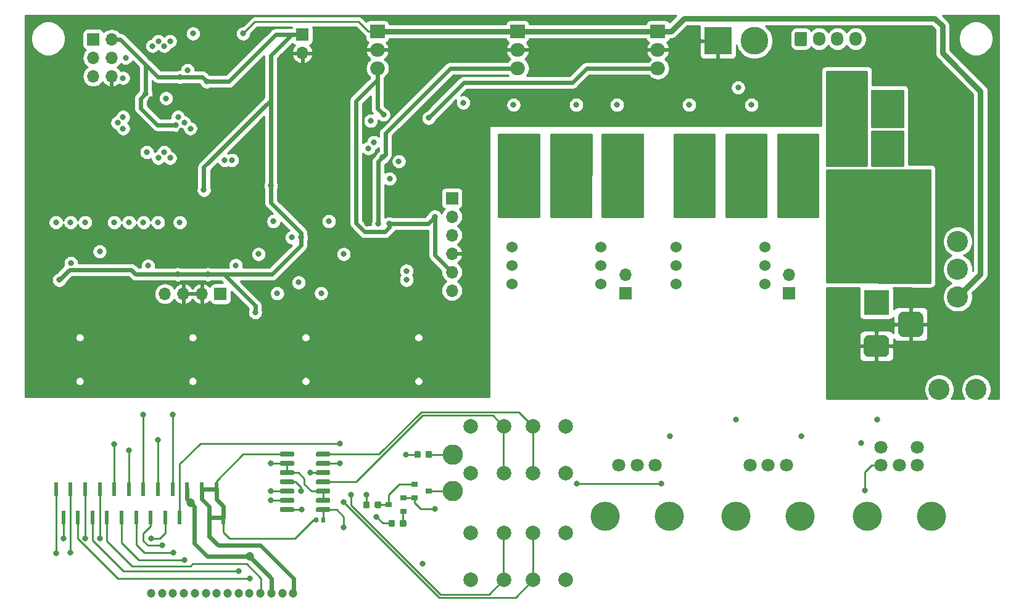
<source format=gbl>
G04 #@! TF.GenerationSoftware,KiCad,Pcbnew,(5.1.2)-1*
G04 #@! TF.CreationDate,2019-07-27T13:44:34-05:00*
G04 #@! TF.ProjectId,mk312,6d6b3331-322e-46b6-9963-61645f706362,rev?*
G04 #@! TF.SameCoordinates,Original*
G04 #@! TF.FileFunction,Copper,L4,Bot*
G04 #@! TF.FilePolarity,Positive*
%FSLAX46Y46*%
G04 Gerber Fmt 4.6, Leading zero omitted, Abs format (unit mm)*
G04 Created by KiCad (PCBNEW (5.1.2)-1) date 2019-07-27 13:44:34*
%MOMM*%
%LPD*%
G04 APERTURE LIST*
%ADD10O,1.700000X1.950000*%
%ADD11C,0.100000*%
%ADD12C,1.700000*%
%ADD13C,3.800000*%
%ADD14R,3.800000X3.800000*%
%ADD15C,1.524000*%
%ADD16C,1.800000*%
%ADD17C,4.000000*%
%ADD18C,2.800000*%
%ADD19C,1.200000*%
%ADD20C,2.000000*%
%ADD21C,3.500000*%
%ADD22C,3.000000*%
%ADD23R,3.500000X3.500000*%
%ADD24O,2.000000X1.905000*%
%ADD25R,2.000000X1.905000*%
%ADD26C,2.900000*%
%ADD27R,0.600000X1.850000*%
%ADD28C,0.590000*%
%ADD29O,1.700000X1.700000*%
%ADD30R,1.700000X1.700000*%
%ADD31C,0.600000*%
%ADD32R,0.900000X0.800000*%
%ADD33C,0.875000*%
%ADD34C,0.800000*%
%ADD35C,1.600000*%
%ADD36C,0.250000*%
%ADD37C,0.600000*%
%ADD38C,0.800000*%
%ADD39C,0.254000*%
G04 APERTURE END LIST*
D10*
X190240000Y-26380000D03*
X187740000Y-26380000D03*
X185240000Y-26380000D03*
D11*
G36*
X183364504Y-25406204D02*
G01*
X183388773Y-25409804D01*
X183412571Y-25415765D01*
X183435671Y-25424030D01*
X183457849Y-25434520D01*
X183478893Y-25447133D01*
X183498598Y-25461747D01*
X183516777Y-25478223D01*
X183533253Y-25496402D01*
X183547867Y-25516107D01*
X183560480Y-25537151D01*
X183570970Y-25559329D01*
X183579235Y-25582429D01*
X183585196Y-25606227D01*
X183588796Y-25630496D01*
X183590000Y-25655000D01*
X183590000Y-27105000D01*
X183588796Y-27129504D01*
X183585196Y-27153773D01*
X183579235Y-27177571D01*
X183570970Y-27200671D01*
X183560480Y-27222849D01*
X183547867Y-27243893D01*
X183533253Y-27263598D01*
X183516777Y-27281777D01*
X183498598Y-27298253D01*
X183478893Y-27312867D01*
X183457849Y-27325480D01*
X183435671Y-27335970D01*
X183412571Y-27344235D01*
X183388773Y-27350196D01*
X183364504Y-27353796D01*
X183340000Y-27355000D01*
X182140000Y-27355000D01*
X182115496Y-27353796D01*
X182091227Y-27350196D01*
X182067429Y-27344235D01*
X182044329Y-27335970D01*
X182022151Y-27325480D01*
X182001107Y-27312867D01*
X181981402Y-27298253D01*
X181963223Y-27281777D01*
X181946747Y-27263598D01*
X181932133Y-27243893D01*
X181919520Y-27222849D01*
X181909030Y-27200671D01*
X181900765Y-27177571D01*
X181894804Y-27153773D01*
X181891204Y-27129504D01*
X181890000Y-27105000D01*
X181890000Y-25655000D01*
X181891204Y-25630496D01*
X181894804Y-25606227D01*
X181900765Y-25582429D01*
X181909030Y-25559329D01*
X181919520Y-25537151D01*
X181932133Y-25516107D01*
X181946747Y-25496402D01*
X181963223Y-25478223D01*
X181981402Y-25461747D01*
X182001107Y-25447133D01*
X182022151Y-25434520D01*
X182044329Y-25424030D01*
X182067429Y-25415765D01*
X182091227Y-25409804D01*
X182115496Y-25406204D01*
X182140000Y-25405000D01*
X183340000Y-25405000D01*
X183364504Y-25406204D01*
X183364504Y-25406204D01*
G37*
D12*
X182740000Y-26380000D03*
D13*
X176360000Y-26650000D03*
D14*
X171360000Y-26650000D03*
D15*
X143104000Y-60040000D03*
X143104000Y-57500000D03*
X143104000Y-54960000D03*
X155296000Y-54960000D03*
X155296000Y-57500000D03*
X155296000Y-60040000D03*
D16*
X193750000Y-82500000D03*
X198750000Y-82500000D03*
X198750000Y-85000000D03*
X196250000Y-85000000D03*
X193750000Y-85000000D03*
D17*
X200650000Y-92000000D03*
X191850000Y-92000000D03*
X173850000Y-92000000D03*
X182650000Y-92000000D03*
D16*
X175750000Y-85000000D03*
X178250000Y-85000000D03*
X180750000Y-85000000D03*
D17*
X155850000Y-92000000D03*
X164650000Y-92000000D03*
D16*
X157750000Y-85000000D03*
X160250000Y-85000000D03*
X162750000Y-85000000D03*
D18*
X134950000Y-88500000D03*
X134950000Y-83500000D03*
D19*
X93550000Y-102550000D03*
X95050000Y-102550000D03*
X96550000Y-102550000D03*
X98050000Y-102550000D03*
X99550000Y-102550000D03*
X101050000Y-102550000D03*
X102550000Y-102550000D03*
X104050000Y-102550000D03*
X105550000Y-102550000D03*
X107050000Y-102550000D03*
X108550000Y-102550000D03*
X110050000Y-102550000D03*
X111550000Y-102550000D03*
X113050000Y-102550000D03*
D20*
X137450000Y-79600000D03*
X137450000Y-86100000D03*
X141950000Y-79600000D03*
X141950000Y-86100000D03*
X150450000Y-86100000D03*
X150450000Y-79600000D03*
X145950000Y-86100000D03*
X145950000Y-79600000D03*
X137450000Y-94250000D03*
X137450000Y-100750000D03*
X141950000Y-94250000D03*
X141950000Y-100750000D03*
X150450000Y-100750000D03*
X150450000Y-94250000D03*
X145950000Y-100750000D03*
X145950000Y-94250000D03*
D11*
G36*
X198760765Y-63850213D02*
G01*
X198845704Y-63862813D01*
X198928999Y-63883677D01*
X199009848Y-63912605D01*
X199087472Y-63949319D01*
X199161124Y-63993464D01*
X199230094Y-64044616D01*
X199293718Y-64102282D01*
X199351384Y-64165906D01*
X199402536Y-64234876D01*
X199446681Y-64308528D01*
X199483395Y-64386152D01*
X199512323Y-64467001D01*
X199533187Y-64550296D01*
X199545787Y-64635235D01*
X199550000Y-64721000D01*
X199550000Y-66471000D01*
X199545787Y-66556765D01*
X199533187Y-66641704D01*
X199512323Y-66724999D01*
X199483395Y-66805848D01*
X199446681Y-66883472D01*
X199402536Y-66957124D01*
X199351384Y-67026094D01*
X199293718Y-67089718D01*
X199230094Y-67147384D01*
X199161124Y-67198536D01*
X199087472Y-67242681D01*
X199009848Y-67279395D01*
X198928999Y-67308323D01*
X198845704Y-67329187D01*
X198760765Y-67341787D01*
X198675000Y-67346000D01*
X196925000Y-67346000D01*
X196839235Y-67341787D01*
X196754296Y-67329187D01*
X196671001Y-67308323D01*
X196590152Y-67279395D01*
X196512528Y-67242681D01*
X196438876Y-67198536D01*
X196369906Y-67147384D01*
X196306282Y-67089718D01*
X196248616Y-67026094D01*
X196197464Y-66957124D01*
X196153319Y-66883472D01*
X196116605Y-66805848D01*
X196087677Y-66724999D01*
X196066813Y-66641704D01*
X196054213Y-66556765D01*
X196050000Y-66471000D01*
X196050000Y-64721000D01*
X196054213Y-64635235D01*
X196066813Y-64550296D01*
X196087677Y-64467001D01*
X196116605Y-64386152D01*
X196153319Y-64308528D01*
X196197464Y-64234876D01*
X196248616Y-64165906D01*
X196306282Y-64102282D01*
X196369906Y-64044616D01*
X196438876Y-63993464D01*
X196512528Y-63949319D01*
X196590152Y-63912605D01*
X196671001Y-63883677D01*
X196754296Y-63862813D01*
X196839235Y-63850213D01*
X196925000Y-63846000D01*
X198675000Y-63846000D01*
X198760765Y-63850213D01*
X198760765Y-63850213D01*
G37*
D21*
X197800000Y-65596000D03*
D11*
G36*
X194173513Y-67099611D02*
G01*
X194246318Y-67110411D01*
X194317714Y-67128295D01*
X194387013Y-67153090D01*
X194453548Y-67184559D01*
X194516678Y-67222398D01*
X194575795Y-67266242D01*
X194630330Y-67315670D01*
X194679758Y-67370205D01*
X194723602Y-67429322D01*
X194761441Y-67492452D01*
X194792910Y-67558987D01*
X194817705Y-67628286D01*
X194835589Y-67699682D01*
X194846389Y-67772487D01*
X194850000Y-67846000D01*
X194850000Y-69346000D01*
X194846389Y-69419513D01*
X194835589Y-69492318D01*
X194817705Y-69563714D01*
X194792910Y-69633013D01*
X194761441Y-69699548D01*
X194723602Y-69762678D01*
X194679758Y-69821795D01*
X194630330Y-69876330D01*
X194575795Y-69925758D01*
X194516678Y-69969602D01*
X194453548Y-70007441D01*
X194387013Y-70038910D01*
X194317714Y-70063705D01*
X194246318Y-70081589D01*
X194173513Y-70092389D01*
X194100000Y-70096000D01*
X192100000Y-70096000D01*
X192026487Y-70092389D01*
X191953682Y-70081589D01*
X191882286Y-70063705D01*
X191812987Y-70038910D01*
X191746452Y-70007441D01*
X191683322Y-69969602D01*
X191624205Y-69925758D01*
X191569670Y-69876330D01*
X191520242Y-69821795D01*
X191476398Y-69762678D01*
X191438559Y-69699548D01*
X191407090Y-69633013D01*
X191382295Y-69563714D01*
X191364411Y-69492318D01*
X191353611Y-69419513D01*
X191350000Y-69346000D01*
X191350000Y-67846000D01*
X191353611Y-67772487D01*
X191364411Y-67699682D01*
X191382295Y-67628286D01*
X191407090Y-67558987D01*
X191438559Y-67492452D01*
X191476398Y-67429322D01*
X191520242Y-67370205D01*
X191569670Y-67315670D01*
X191624205Y-67266242D01*
X191683322Y-67222398D01*
X191746452Y-67184559D01*
X191812987Y-67153090D01*
X191882286Y-67128295D01*
X191953682Y-67110411D01*
X192026487Y-67099611D01*
X192100000Y-67096000D01*
X194100000Y-67096000D01*
X194173513Y-67099611D01*
X194173513Y-67099611D01*
G37*
D22*
X193100000Y-68596000D03*
D23*
X193100000Y-62596000D03*
D24*
X163101000Y-30423800D03*
X163101000Y-27883800D03*
D25*
X163101000Y-25343800D03*
D24*
X143861000Y-30420000D03*
X143861000Y-27880000D03*
D25*
X143861000Y-25340000D03*
D24*
X124591000Y-30430000D03*
X124591000Y-27890000D03*
D25*
X124591000Y-25350000D03*
D26*
X206790000Y-74534000D03*
X201710000Y-74534000D03*
X204250000Y-54214000D03*
X204250000Y-58024000D03*
X204250000Y-61834000D03*
D27*
X80490000Y-88300000D03*
X81490000Y-92150000D03*
X82490000Y-88300000D03*
X83490000Y-92150000D03*
X84490000Y-88300000D03*
X85490000Y-92150000D03*
X86490000Y-88300000D03*
X87490000Y-92150000D03*
X88490000Y-88300000D03*
X89490000Y-92150000D03*
X90490000Y-88300000D03*
X91490000Y-92150000D03*
X92490000Y-88300000D03*
X93490000Y-92150000D03*
X94490000Y-88300000D03*
X95490000Y-92150000D03*
X96490000Y-88300000D03*
X97490000Y-92150000D03*
X98490000Y-88300000D03*
X99490000Y-92150000D03*
X100490000Y-88300000D03*
X101490000Y-92150000D03*
X102490000Y-88300000D03*
X103490000Y-92150000D03*
D11*
G36*
X116366958Y-92180710D02*
G01*
X116381276Y-92182834D01*
X116395317Y-92186351D01*
X116408946Y-92191228D01*
X116422031Y-92197417D01*
X116434447Y-92204858D01*
X116446073Y-92213481D01*
X116456798Y-92223202D01*
X116466519Y-92233927D01*
X116475142Y-92245553D01*
X116482583Y-92257969D01*
X116488772Y-92271054D01*
X116493649Y-92284683D01*
X116497166Y-92298724D01*
X116499290Y-92313042D01*
X116500000Y-92327500D01*
X116500000Y-92672500D01*
X116499290Y-92686958D01*
X116497166Y-92701276D01*
X116493649Y-92715317D01*
X116488772Y-92728946D01*
X116482583Y-92742031D01*
X116475142Y-92754447D01*
X116466519Y-92766073D01*
X116456798Y-92776798D01*
X116446073Y-92786519D01*
X116434447Y-92795142D01*
X116422031Y-92802583D01*
X116408946Y-92808772D01*
X116395317Y-92813649D01*
X116381276Y-92817166D01*
X116366958Y-92819290D01*
X116352500Y-92820000D01*
X116057500Y-92820000D01*
X116043042Y-92819290D01*
X116028724Y-92817166D01*
X116014683Y-92813649D01*
X116001054Y-92808772D01*
X115987969Y-92802583D01*
X115975553Y-92795142D01*
X115963927Y-92786519D01*
X115953202Y-92776798D01*
X115943481Y-92766073D01*
X115934858Y-92754447D01*
X115927417Y-92742031D01*
X115921228Y-92728946D01*
X115916351Y-92715317D01*
X115912834Y-92701276D01*
X115910710Y-92686958D01*
X115910000Y-92672500D01*
X115910000Y-92327500D01*
X115910710Y-92313042D01*
X115912834Y-92298724D01*
X115916351Y-92284683D01*
X115921228Y-92271054D01*
X115927417Y-92257969D01*
X115934858Y-92245553D01*
X115943481Y-92233927D01*
X115953202Y-92223202D01*
X115963927Y-92213481D01*
X115975553Y-92204858D01*
X115987969Y-92197417D01*
X116001054Y-92191228D01*
X116014683Y-92186351D01*
X116028724Y-92182834D01*
X116043042Y-92180710D01*
X116057500Y-92180000D01*
X116352500Y-92180000D01*
X116366958Y-92180710D01*
X116366958Y-92180710D01*
G37*
D28*
X116205000Y-92500000D03*
D11*
G36*
X117336958Y-92180710D02*
G01*
X117351276Y-92182834D01*
X117365317Y-92186351D01*
X117378946Y-92191228D01*
X117392031Y-92197417D01*
X117404447Y-92204858D01*
X117416073Y-92213481D01*
X117426798Y-92223202D01*
X117436519Y-92233927D01*
X117445142Y-92245553D01*
X117452583Y-92257969D01*
X117458772Y-92271054D01*
X117463649Y-92284683D01*
X117467166Y-92298724D01*
X117469290Y-92313042D01*
X117470000Y-92327500D01*
X117470000Y-92672500D01*
X117469290Y-92686958D01*
X117467166Y-92701276D01*
X117463649Y-92715317D01*
X117458772Y-92728946D01*
X117452583Y-92742031D01*
X117445142Y-92754447D01*
X117436519Y-92766073D01*
X117426798Y-92776798D01*
X117416073Y-92786519D01*
X117404447Y-92795142D01*
X117392031Y-92802583D01*
X117378946Y-92808772D01*
X117365317Y-92813649D01*
X117351276Y-92817166D01*
X117336958Y-92819290D01*
X117322500Y-92820000D01*
X117027500Y-92820000D01*
X117013042Y-92819290D01*
X116998724Y-92817166D01*
X116984683Y-92813649D01*
X116971054Y-92808772D01*
X116957969Y-92802583D01*
X116945553Y-92795142D01*
X116933927Y-92786519D01*
X116923202Y-92776798D01*
X116913481Y-92766073D01*
X116904858Y-92754447D01*
X116897417Y-92742031D01*
X116891228Y-92728946D01*
X116886351Y-92715317D01*
X116882834Y-92701276D01*
X116880710Y-92686958D01*
X116880000Y-92672500D01*
X116880000Y-92327500D01*
X116880710Y-92313042D01*
X116882834Y-92298724D01*
X116886351Y-92284683D01*
X116891228Y-92271054D01*
X116897417Y-92257969D01*
X116904858Y-92245553D01*
X116913481Y-92233927D01*
X116923202Y-92223202D01*
X116933927Y-92213481D01*
X116945553Y-92204858D01*
X116957969Y-92197417D01*
X116971054Y-92191228D01*
X116984683Y-92186351D01*
X116998724Y-92182834D01*
X117013042Y-92180710D01*
X117027500Y-92180000D01*
X117322500Y-92180000D01*
X117336958Y-92180710D01*
X117336958Y-92180710D01*
G37*
D28*
X117175000Y-92500000D03*
D29*
X158640000Y-58810000D03*
D30*
X158640000Y-61350000D03*
D29*
X181140000Y-58810000D03*
D30*
X181140000Y-61350000D03*
D29*
X114298600Y-28336000D03*
D30*
X114298600Y-25796000D03*
D29*
X95440000Y-61420000D03*
X97980000Y-61420000D03*
X100520000Y-61420000D03*
D30*
X103060000Y-61420000D03*
D29*
X134840000Y-60970000D03*
X134840000Y-58430000D03*
X134840000Y-55890000D03*
X134840000Y-53350000D03*
X134840000Y-50810000D03*
D30*
X134840000Y-48270000D03*
D29*
X88130000Y-31530000D03*
X85590000Y-31530000D03*
X88130000Y-28990000D03*
X85590000Y-28990000D03*
X88130000Y-26450000D03*
D30*
X85590000Y-26450000D03*
D11*
G36*
X118004703Y-90760722D02*
G01*
X118019264Y-90762882D01*
X118033543Y-90766459D01*
X118047403Y-90771418D01*
X118060710Y-90777712D01*
X118073336Y-90785280D01*
X118085159Y-90794048D01*
X118096066Y-90803934D01*
X118105952Y-90814841D01*
X118114720Y-90826664D01*
X118122288Y-90839290D01*
X118128582Y-90852597D01*
X118133541Y-90866457D01*
X118137118Y-90880736D01*
X118139278Y-90895297D01*
X118140000Y-90910000D01*
X118140000Y-91210000D01*
X118139278Y-91224703D01*
X118137118Y-91239264D01*
X118133541Y-91253543D01*
X118128582Y-91267403D01*
X118122288Y-91280710D01*
X118114720Y-91293336D01*
X118105952Y-91305159D01*
X118096066Y-91316066D01*
X118085159Y-91325952D01*
X118073336Y-91334720D01*
X118060710Y-91342288D01*
X118047403Y-91348582D01*
X118033543Y-91353541D01*
X118019264Y-91357118D01*
X118004703Y-91359278D01*
X117990000Y-91360000D01*
X116340000Y-91360000D01*
X116325297Y-91359278D01*
X116310736Y-91357118D01*
X116296457Y-91353541D01*
X116282597Y-91348582D01*
X116269290Y-91342288D01*
X116256664Y-91334720D01*
X116244841Y-91325952D01*
X116233934Y-91316066D01*
X116224048Y-91305159D01*
X116215280Y-91293336D01*
X116207712Y-91280710D01*
X116201418Y-91267403D01*
X116196459Y-91253543D01*
X116192882Y-91239264D01*
X116190722Y-91224703D01*
X116190000Y-91210000D01*
X116190000Y-90910000D01*
X116190722Y-90895297D01*
X116192882Y-90880736D01*
X116196459Y-90866457D01*
X116201418Y-90852597D01*
X116207712Y-90839290D01*
X116215280Y-90826664D01*
X116224048Y-90814841D01*
X116233934Y-90803934D01*
X116244841Y-90794048D01*
X116256664Y-90785280D01*
X116269290Y-90777712D01*
X116282597Y-90771418D01*
X116296457Y-90766459D01*
X116310736Y-90762882D01*
X116325297Y-90760722D01*
X116340000Y-90760000D01*
X117990000Y-90760000D01*
X118004703Y-90760722D01*
X118004703Y-90760722D01*
G37*
D31*
X117165000Y-91060000D03*
D11*
G36*
X118004703Y-89490722D02*
G01*
X118019264Y-89492882D01*
X118033543Y-89496459D01*
X118047403Y-89501418D01*
X118060710Y-89507712D01*
X118073336Y-89515280D01*
X118085159Y-89524048D01*
X118096066Y-89533934D01*
X118105952Y-89544841D01*
X118114720Y-89556664D01*
X118122288Y-89569290D01*
X118128582Y-89582597D01*
X118133541Y-89596457D01*
X118137118Y-89610736D01*
X118139278Y-89625297D01*
X118140000Y-89640000D01*
X118140000Y-89940000D01*
X118139278Y-89954703D01*
X118137118Y-89969264D01*
X118133541Y-89983543D01*
X118128582Y-89997403D01*
X118122288Y-90010710D01*
X118114720Y-90023336D01*
X118105952Y-90035159D01*
X118096066Y-90046066D01*
X118085159Y-90055952D01*
X118073336Y-90064720D01*
X118060710Y-90072288D01*
X118047403Y-90078582D01*
X118033543Y-90083541D01*
X118019264Y-90087118D01*
X118004703Y-90089278D01*
X117990000Y-90090000D01*
X116340000Y-90090000D01*
X116325297Y-90089278D01*
X116310736Y-90087118D01*
X116296457Y-90083541D01*
X116282597Y-90078582D01*
X116269290Y-90072288D01*
X116256664Y-90064720D01*
X116244841Y-90055952D01*
X116233934Y-90046066D01*
X116224048Y-90035159D01*
X116215280Y-90023336D01*
X116207712Y-90010710D01*
X116201418Y-89997403D01*
X116196459Y-89983543D01*
X116192882Y-89969264D01*
X116190722Y-89954703D01*
X116190000Y-89940000D01*
X116190000Y-89640000D01*
X116190722Y-89625297D01*
X116192882Y-89610736D01*
X116196459Y-89596457D01*
X116201418Y-89582597D01*
X116207712Y-89569290D01*
X116215280Y-89556664D01*
X116224048Y-89544841D01*
X116233934Y-89533934D01*
X116244841Y-89524048D01*
X116256664Y-89515280D01*
X116269290Y-89507712D01*
X116282597Y-89501418D01*
X116296457Y-89496459D01*
X116310736Y-89492882D01*
X116325297Y-89490722D01*
X116340000Y-89490000D01*
X117990000Y-89490000D01*
X118004703Y-89490722D01*
X118004703Y-89490722D01*
G37*
D31*
X117165000Y-89790000D03*
D11*
G36*
X118004703Y-88220722D02*
G01*
X118019264Y-88222882D01*
X118033543Y-88226459D01*
X118047403Y-88231418D01*
X118060710Y-88237712D01*
X118073336Y-88245280D01*
X118085159Y-88254048D01*
X118096066Y-88263934D01*
X118105952Y-88274841D01*
X118114720Y-88286664D01*
X118122288Y-88299290D01*
X118128582Y-88312597D01*
X118133541Y-88326457D01*
X118137118Y-88340736D01*
X118139278Y-88355297D01*
X118140000Y-88370000D01*
X118140000Y-88670000D01*
X118139278Y-88684703D01*
X118137118Y-88699264D01*
X118133541Y-88713543D01*
X118128582Y-88727403D01*
X118122288Y-88740710D01*
X118114720Y-88753336D01*
X118105952Y-88765159D01*
X118096066Y-88776066D01*
X118085159Y-88785952D01*
X118073336Y-88794720D01*
X118060710Y-88802288D01*
X118047403Y-88808582D01*
X118033543Y-88813541D01*
X118019264Y-88817118D01*
X118004703Y-88819278D01*
X117990000Y-88820000D01*
X116340000Y-88820000D01*
X116325297Y-88819278D01*
X116310736Y-88817118D01*
X116296457Y-88813541D01*
X116282597Y-88808582D01*
X116269290Y-88802288D01*
X116256664Y-88794720D01*
X116244841Y-88785952D01*
X116233934Y-88776066D01*
X116224048Y-88765159D01*
X116215280Y-88753336D01*
X116207712Y-88740710D01*
X116201418Y-88727403D01*
X116196459Y-88713543D01*
X116192882Y-88699264D01*
X116190722Y-88684703D01*
X116190000Y-88670000D01*
X116190000Y-88370000D01*
X116190722Y-88355297D01*
X116192882Y-88340736D01*
X116196459Y-88326457D01*
X116201418Y-88312597D01*
X116207712Y-88299290D01*
X116215280Y-88286664D01*
X116224048Y-88274841D01*
X116233934Y-88263934D01*
X116244841Y-88254048D01*
X116256664Y-88245280D01*
X116269290Y-88237712D01*
X116282597Y-88231418D01*
X116296457Y-88226459D01*
X116310736Y-88222882D01*
X116325297Y-88220722D01*
X116340000Y-88220000D01*
X117990000Y-88220000D01*
X118004703Y-88220722D01*
X118004703Y-88220722D01*
G37*
D31*
X117165000Y-88520000D03*
D11*
G36*
X118004703Y-86950722D02*
G01*
X118019264Y-86952882D01*
X118033543Y-86956459D01*
X118047403Y-86961418D01*
X118060710Y-86967712D01*
X118073336Y-86975280D01*
X118085159Y-86984048D01*
X118096066Y-86993934D01*
X118105952Y-87004841D01*
X118114720Y-87016664D01*
X118122288Y-87029290D01*
X118128582Y-87042597D01*
X118133541Y-87056457D01*
X118137118Y-87070736D01*
X118139278Y-87085297D01*
X118140000Y-87100000D01*
X118140000Y-87400000D01*
X118139278Y-87414703D01*
X118137118Y-87429264D01*
X118133541Y-87443543D01*
X118128582Y-87457403D01*
X118122288Y-87470710D01*
X118114720Y-87483336D01*
X118105952Y-87495159D01*
X118096066Y-87506066D01*
X118085159Y-87515952D01*
X118073336Y-87524720D01*
X118060710Y-87532288D01*
X118047403Y-87538582D01*
X118033543Y-87543541D01*
X118019264Y-87547118D01*
X118004703Y-87549278D01*
X117990000Y-87550000D01*
X116340000Y-87550000D01*
X116325297Y-87549278D01*
X116310736Y-87547118D01*
X116296457Y-87543541D01*
X116282597Y-87538582D01*
X116269290Y-87532288D01*
X116256664Y-87524720D01*
X116244841Y-87515952D01*
X116233934Y-87506066D01*
X116224048Y-87495159D01*
X116215280Y-87483336D01*
X116207712Y-87470710D01*
X116201418Y-87457403D01*
X116196459Y-87443543D01*
X116192882Y-87429264D01*
X116190722Y-87414703D01*
X116190000Y-87400000D01*
X116190000Y-87100000D01*
X116190722Y-87085297D01*
X116192882Y-87070736D01*
X116196459Y-87056457D01*
X116201418Y-87042597D01*
X116207712Y-87029290D01*
X116215280Y-87016664D01*
X116224048Y-87004841D01*
X116233934Y-86993934D01*
X116244841Y-86984048D01*
X116256664Y-86975280D01*
X116269290Y-86967712D01*
X116282597Y-86961418D01*
X116296457Y-86956459D01*
X116310736Y-86952882D01*
X116325297Y-86950722D01*
X116340000Y-86950000D01*
X117990000Y-86950000D01*
X118004703Y-86950722D01*
X118004703Y-86950722D01*
G37*
D31*
X117165000Y-87250000D03*
D11*
G36*
X118004703Y-85680722D02*
G01*
X118019264Y-85682882D01*
X118033543Y-85686459D01*
X118047403Y-85691418D01*
X118060710Y-85697712D01*
X118073336Y-85705280D01*
X118085159Y-85714048D01*
X118096066Y-85723934D01*
X118105952Y-85734841D01*
X118114720Y-85746664D01*
X118122288Y-85759290D01*
X118128582Y-85772597D01*
X118133541Y-85786457D01*
X118137118Y-85800736D01*
X118139278Y-85815297D01*
X118140000Y-85830000D01*
X118140000Y-86130000D01*
X118139278Y-86144703D01*
X118137118Y-86159264D01*
X118133541Y-86173543D01*
X118128582Y-86187403D01*
X118122288Y-86200710D01*
X118114720Y-86213336D01*
X118105952Y-86225159D01*
X118096066Y-86236066D01*
X118085159Y-86245952D01*
X118073336Y-86254720D01*
X118060710Y-86262288D01*
X118047403Y-86268582D01*
X118033543Y-86273541D01*
X118019264Y-86277118D01*
X118004703Y-86279278D01*
X117990000Y-86280000D01*
X116340000Y-86280000D01*
X116325297Y-86279278D01*
X116310736Y-86277118D01*
X116296457Y-86273541D01*
X116282597Y-86268582D01*
X116269290Y-86262288D01*
X116256664Y-86254720D01*
X116244841Y-86245952D01*
X116233934Y-86236066D01*
X116224048Y-86225159D01*
X116215280Y-86213336D01*
X116207712Y-86200710D01*
X116201418Y-86187403D01*
X116196459Y-86173543D01*
X116192882Y-86159264D01*
X116190722Y-86144703D01*
X116190000Y-86130000D01*
X116190000Y-85830000D01*
X116190722Y-85815297D01*
X116192882Y-85800736D01*
X116196459Y-85786457D01*
X116201418Y-85772597D01*
X116207712Y-85759290D01*
X116215280Y-85746664D01*
X116224048Y-85734841D01*
X116233934Y-85723934D01*
X116244841Y-85714048D01*
X116256664Y-85705280D01*
X116269290Y-85697712D01*
X116282597Y-85691418D01*
X116296457Y-85686459D01*
X116310736Y-85682882D01*
X116325297Y-85680722D01*
X116340000Y-85680000D01*
X117990000Y-85680000D01*
X118004703Y-85680722D01*
X118004703Y-85680722D01*
G37*
D31*
X117165000Y-85980000D03*
D11*
G36*
X118004703Y-84410722D02*
G01*
X118019264Y-84412882D01*
X118033543Y-84416459D01*
X118047403Y-84421418D01*
X118060710Y-84427712D01*
X118073336Y-84435280D01*
X118085159Y-84444048D01*
X118096066Y-84453934D01*
X118105952Y-84464841D01*
X118114720Y-84476664D01*
X118122288Y-84489290D01*
X118128582Y-84502597D01*
X118133541Y-84516457D01*
X118137118Y-84530736D01*
X118139278Y-84545297D01*
X118140000Y-84560000D01*
X118140000Y-84860000D01*
X118139278Y-84874703D01*
X118137118Y-84889264D01*
X118133541Y-84903543D01*
X118128582Y-84917403D01*
X118122288Y-84930710D01*
X118114720Y-84943336D01*
X118105952Y-84955159D01*
X118096066Y-84966066D01*
X118085159Y-84975952D01*
X118073336Y-84984720D01*
X118060710Y-84992288D01*
X118047403Y-84998582D01*
X118033543Y-85003541D01*
X118019264Y-85007118D01*
X118004703Y-85009278D01*
X117990000Y-85010000D01*
X116340000Y-85010000D01*
X116325297Y-85009278D01*
X116310736Y-85007118D01*
X116296457Y-85003541D01*
X116282597Y-84998582D01*
X116269290Y-84992288D01*
X116256664Y-84984720D01*
X116244841Y-84975952D01*
X116233934Y-84966066D01*
X116224048Y-84955159D01*
X116215280Y-84943336D01*
X116207712Y-84930710D01*
X116201418Y-84917403D01*
X116196459Y-84903543D01*
X116192882Y-84889264D01*
X116190722Y-84874703D01*
X116190000Y-84860000D01*
X116190000Y-84560000D01*
X116190722Y-84545297D01*
X116192882Y-84530736D01*
X116196459Y-84516457D01*
X116201418Y-84502597D01*
X116207712Y-84489290D01*
X116215280Y-84476664D01*
X116224048Y-84464841D01*
X116233934Y-84453934D01*
X116244841Y-84444048D01*
X116256664Y-84435280D01*
X116269290Y-84427712D01*
X116282597Y-84421418D01*
X116296457Y-84416459D01*
X116310736Y-84412882D01*
X116325297Y-84410722D01*
X116340000Y-84410000D01*
X117990000Y-84410000D01*
X118004703Y-84410722D01*
X118004703Y-84410722D01*
G37*
D31*
X117165000Y-84710000D03*
D11*
G36*
X118004703Y-83140722D02*
G01*
X118019264Y-83142882D01*
X118033543Y-83146459D01*
X118047403Y-83151418D01*
X118060710Y-83157712D01*
X118073336Y-83165280D01*
X118085159Y-83174048D01*
X118096066Y-83183934D01*
X118105952Y-83194841D01*
X118114720Y-83206664D01*
X118122288Y-83219290D01*
X118128582Y-83232597D01*
X118133541Y-83246457D01*
X118137118Y-83260736D01*
X118139278Y-83275297D01*
X118140000Y-83290000D01*
X118140000Y-83590000D01*
X118139278Y-83604703D01*
X118137118Y-83619264D01*
X118133541Y-83633543D01*
X118128582Y-83647403D01*
X118122288Y-83660710D01*
X118114720Y-83673336D01*
X118105952Y-83685159D01*
X118096066Y-83696066D01*
X118085159Y-83705952D01*
X118073336Y-83714720D01*
X118060710Y-83722288D01*
X118047403Y-83728582D01*
X118033543Y-83733541D01*
X118019264Y-83737118D01*
X118004703Y-83739278D01*
X117990000Y-83740000D01*
X116340000Y-83740000D01*
X116325297Y-83739278D01*
X116310736Y-83737118D01*
X116296457Y-83733541D01*
X116282597Y-83728582D01*
X116269290Y-83722288D01*
X116256664Y-83714720D01*
X116244841Y-83705952D01*
X116233934Y-83696066D01*
X116224048Y-83685159D01*
X116215280Y-83673336D01*
X116207712Y-83660710D01*
X116201418Y-83647403D01*
X116196459Y-83633543D01*
X116192882Y-83619264D01*
X116190722Y-83604703D01*
X116190000Y-83590000D01*
X116190000Y-83290000D01*
X116190722Y-83275297D01*
X116192882Y-83260736D01*
X116196459Y-83246457D01*
X116201418Y-83232597D01*
X116207712Y-83219290D01*
X116215280Y-83206664D01*
X116224048Y-83194841D01*
X116233934Y-83183934D01*
X116244841Y-83174048D01*
X116256664Y-83165280D01*
X116269290Y-83157712D01*
X116282597Y-83151418D01*
X116296457Y-83146459D01*
X116310736Y-83142882D01*
X116325297Y-83140722D01*
X116340000Y-83140000D01*
X117990000Y-83140000D01*
X118004703Y-83140722D01*
X118004703Y-83140722D01*
G37*
D31*
X117165000Y-83440000D03*
D11*
G36*
X113054703Y-83140722D02*
G01*
X113069264Y-83142882D01*
X113083543Y-83146459D01*
X113097403Y-83151418D01*
X113110710Y-83157712D01*
X113123336Y-83165280D01*
X113135159Y-83174048D01*
X113146066Y-83183934D01*
X113155952Y-83194841D01*
X113164720Y-83206664D01*
X113172288Y-83219290D01*
X113178582Y-83232597D01*
X113183541Y-83246457D01*
X113187118Y-83260736D01*
X113189278Y-83275297D01*
X113190000Y-83290000D01*
X113190000Y-83590000D01*
X113189278Y-83604703D01*
X113187118Y-83619264D01*
X113183541Y-83633543D01*
X113178582Y-83647403D01*
X113172288Y-83660710D01*
X113164720Y-83673336D01*
X113155952Y-83685159D01*
X113146066Y-83696066D01*
X113135159Y-83705952D01*
X113123336Y-83714720D01*
X113110710Y-83722288D01*
X113097403Y-83728582D01*
X113083543Y-83733541D01*
X113069264Y-83737118D01*
X113054703Y-83739278D01*
X113040000Y-83740000D01*
X111390000Y-83740000D01*
X111375297Y-83739278D01*
X111360736Y-83737118D01*
X111346457Y-83733541D01*
X111332597Y-83728582D01*
X111319290Y-83722288D01*
X111306664Y-83714720D01*
X111294841Y-83705952D01*
X111283934Y-83696066D01*
X111274048Y-83685159D01*
X111265280Y-83673336D01*
X111257712Y-83660710D01*
X111251418Y-83647403D01*
X111246459Y-83633543D01*
X111242882Y-83619264D01*
X111240722Y-83604703D01*
X111240000Y-83590000D01*
X111240000Y-83290000D01*
X111240722Y-83275297D01*
X111242882Y-83260736D01*
X111246459Y-83246457D01*
X111251418Y-83232597D01*
X111257712Y-83219290D01*
X111265280Y-83206664D01*
X111274048Y-83194841D01*
X111283934Y-83183934D01*
X111294841Y-83174048D01*
X111306664Y-83165280D01*
X111319290Y-83157712D01*
X111332597Y-83151418D01*
X111346457Y-83146459D01*
X111360736Y-83142882D01*
X111375297Y-83140722D01*
X111390000Y-83140000D01*
X113040000Y-83140000D01*
X113054703Y-83140722D01*
X113054703Y-83140722D01*
G37*
D31*
X112215000Y-83440000D03*
D11*
G36*
X113054703Y-84410722D02*
G01*
X113069264Y-84412882D01*
X113083543Y-84416459D01*
X113097403Y-84421418D01*
X113110710Y-84427712D01*
X113123336Y-84435280D01*
X113135159Y-84444048D01*
X113146066Y-84453934D01*
X113155952Y-84464841D01*
X113164720Y-84476664D01*
X113172288Y-84489290D01*
X113178582Y-84502597D01*
X113183541Y-84516457D01*
X113187118Y-84530736D01*
X113189278Y-84545297D01*
X113190000Y-84560000D01*
X113190000Y-84860000D01*
X113189278Y-84874703D01*
X113187118Y-84889264D01*
X113183541Y-84903543D01*
X113178582Y-84917403D01*
X113172288Y-84930710D01*
X113164720Y-84943336D01*
X113155952Y-84955159D01*
X113146066Y-84966066D01*
X113135159Y-84975952D01*
X113123336Y-84984720D01*
X113110710Y-84992288D01*
X113097403Y-84998582D01*
X113083543Y-85003541D01*
X113069264Y-85007118D01*
X113054703Y-85009278D01*
X113040000Y-85010000D01*
X111390000Y-85010000D01*
X111375297Y-85009278D01*
X111360736Y-85007118D01*
X111346457Y-85003541D01*
X111332597Y-84998582D01*
X111319290Y-84992288D01*
X111306664Y-84984720D01*
X111294841Y-84975952D01*
X111283934Y-84966066D01*
X111274048Y-84955159D01*
X111265280Y-84943336D01*
X111257712Y-84930710D01*
X111251418Y-84917403D01*
X111246459Y-84903543D01*
X111242882Y-84889264D01*
X111240722Y-84874703D01*
X111240000Y-84860000D01*
X111240000Y-84560000D01*
X111240722Y-84545297D01*
X111242882Y-84530736D01*
X111246459Y-84516457D01*
X111251418Y-84502597D01*
X111257712Y-84489290D01*
X111265280Y-84476664D01*
X111274048Y-84464841D01*
X111283934Y-84453934D01*
X111294841Y-84444048D01*
X111306664Y-84435280D01*
X111319290Y-84427712D01*
X111332597Y-84421418D01*
X111346457Y-84416459D01*
X111360736Y-84412882D01*
X111375297Y-84410722D01*
X111390000Y-84410000D01*
X113040000Y-84410000D01*
X113054703Y-84410722D01*
X113054703Y-84410722D01*
G37*
D31*
X112215000Y-84710000D03*
D11*
G36*
X113054703Y-85680722D02*
G01*
X113069264Y-85682882D01*
X113083543Y-85686459D01*
X113097403Y-85691418D01*
X113110710Y-85697712D01*
X113123336Y-85705280D01*
X113135159Y-85714048D01*
X113146066Y-85723934D01*
X113155952Y-85734841D01*
X113164720Y-85746664D01*
X113172288Y-85759290D01*
X113178582Y-85772597D01*
X113183541Y-85786457D01*
X113187118Y-85800736D01*
X113189278Y-85815297D01*
X113190000Y-85830000D01*
X113190000Y-86130000D01*
X113189278Y-86144703D01*
X113187118Y-86159264D01*
X113183541Y-86173543D01*
X113178582Y-86187403D01*
X113172288Y-86200710D01*
X113164720Y-86213336D01*
X113155952Y-86225159D01*
X113146066Y-86236066D01*
X113135159Y-86245952D01*
X113123336Y-86254720D01*
X113110710Y-86262288D01*
X113097403Y-86268582D01*
X113083543Y-86273541D01*
X113069264Y-86277118D01*
X113054703Y-86279278D01*
X113040000Y-86280000D01*
X111390000Y-86280000D01*
X111375297Y-86279278D01*
X111360736Y-86277118D01*
X111346457Y-86273541D01*
X111332597Y-86268582D01*
X111319290Y-86262288D01*
X111306664Y-86254720D01*
X111294841Y-86245952D01*
X111283934Y-86236066D01*
X111274048Y-86225159D01*
X111265280Y-86213336D01*
X111257712Y-86200710D01*
X111251418Y-86187403D01*
X111246459Y-86173543D01*
X111242882Y-86159264D01*
X111240722Y-86144703D01*
X111240000Y-86130000D01*
X111240000Y-85830000D01*
X111240722Y-85815297D01*
X111242882Y-85800736D01*
X111246459Y-85786457D01*
X111251418Y-85772597D01*
X111257712Y-85759290D01*
X111265280Y-85746664D01*
X111274048Y-85734841D01*
X111283934Y-85723934D01*
X111294841Y-85714048D01*
X111306664Y-85705280D01*
X111319290Y-85697712D01*
X111332597Y-85691418D01*
X111346457Y-85686459D01*
X111360736Y-85682882D01*
X111375297Y-85680722D01*
X111390000Y-85680000D01*
X113040000Y-85680000D01*
X113054703Y-85680722D01*
X113054703Y-85680722D01*
G37*
D31*
X112215000Y-85980000D03*
D11*
G36*
X113054703Y-86950722D02*
G01*
X113069264Y-86952882D01*
X113083543Y-86956459D01*
X113097403Y-86961418D01*
X113110710Y-86967712D01*
X113123336Y-86975280D01*
X113135159Y-86984048D01*
X113146066Y-86993934D01*
X113155952Y-87004841D01*
X113164720Y-87016664D01*
X113172288Y-87029290D01*
X113178582Y-87042597D01*
X113183541Y-87056457D01*
X113187118Y-87070736D01*
X113189278Y-87085297D01*
X113190000Y-87100000D01*
X113190000Y-87400000D01*
X113189278Y-87414703D01*
X113187118Y-87429264D01*
X113183541Y-87443543D01*
X113178582Y-87457403D01*
X113172288Y-87470710D01*
X113164720Y-87483336D01*
X113155952Y-87495159D01*
X113146066Y-87506066D01*
X113135159Y-87515952D01*
X113123336Y-87524720D01*
X113110710Y-87532288D01*
X113097403Y-87538582D01*
X113083543Y-87543541D01*
X113069264Y-87547118D01*
X113054703Y-87549278D01*
X113040000Y-87550000D01*
X111390000Y-87550000D01*
X111375297Y-87549278D01*
X111360736Y-87547118D01*
X111346457Y-87543541D01*
X111332597Y-87538582D01*
X111319290Y-87532288D01*
X111306664Y-87524720D01*
X111294841Y-87515952D01*
X111283934Y-87506066D01*
X111274048Y-87495159D01*
X111265280Y-87483336D01*
X111257712Y-87470710D01*
X111251418Y-87457403D01*
X111246459Y-87443543D01*
X111242882Y-87429264D01*
X111240722Y-87414703D01*
X111240000Y-87400000D01*
X111240000Y-87100000D01*
X111240722Y-87085297D01*
X111242882Y-87070736D01*
X111246459Y-87056457D01*
X111251418Y-87042597D01*
X111257712Y-87029290D01*
X111265280Y-87016664D01*
X111274048Y-87004841D01*
X111283934Y-86993934D01*
X111294841Y-86984048D01*
X111306664Y-86975280D01*
X111319290Y-86967712D01*
X111332597Y-86961418D01*
X111346457Y-86956459D01*
X111360736Y-86952882D01*
X111375297Y-86950722D01*
X111390000Y-86950000D01*
X113040000Y-86950000D01*
X113054703Y-86950722D01*
X113054703Y-86950722D01*
G37*
D31*
X112215000Y-87250000D03*
D11*
G36*
X113054703Y-88220722D02*
G01*
X113069264Y-88222882D01*
X113083543Y-88226459D01*
X113097403Y-88231418D01*
X113110710Y-88237712D01*
X113123336Y-88245280D01*
X113135159Y-88254048D01*
X113146066Y-88263934D01*
X113155952Y-88274841D01*
X113164720Y-88286664D01*
X113172288Y-88299290D01*
X113178582Y-88312597D01*
X113183541Y-88326457D01*
X113187118Y-88340736D01*
X113189278Y-88355297D01*
X113190000Y-88370000D01*
X113190000Y-88670000D01*
X113189278Y-88684703D01*
X113187118Y-88699264D01*
X113183541Y-88713543D01*
X113178582Y-88727403D01*
X113172288Y-88740710D01*
X113164720Y-88753336D01*
X113155952Y-88765159D01*
X113146066Y-88776066D01*
X113135159Y-88785952D01*
X113123336Y-88794720D01*
X113110710Y-88802288D01*
X113097403Y-88808582D01*
X113083543Y-88813541D01*
X113069264Y-88817118D01*
X113054703Y-88819278D01*
X113040000Y-88820000D01*
X111390000Y-88820000D01*
X111375297Y-88819278D01*
X111360736Y-88817118D01*
X111346457Y-88813541D01*
X111332597Y-88808582D01*
X111319290Y-88802288D01*
X111306664Y-88794720D01*
X111294841Y-88785952D01*
X111283934Y-88776066D01*
X111274048Y-88765159D01*
X111265280Y-88753336D01*
X111257712Y-88740710D01*
X111251418Y-88727403D01*
X111246459Y-88713543D01*
X111242882Y-88699264D01*
X111240722Y-88684703D01*
X111240000Y-88670000D01*
X111240000Y-88370000D01*
X111240722Y-88355297D01*
X111242882Y-88340736D01*
X111246459Y-88326457D01*
X111251418Y-88312597D01*
X111257712Y-88299290D01*
X111265280Y-88286664D01*
X111274048Y-88274841D01*
X111283934Y-88263934D01*
X111294841Y-88254048D01*
X111306664Y-88245280D01*
X111319290Y-88237712D01*
X111332597Y-88231418D01*
X111346457Y-88226459D01*
X111360736Y-88222882D01*
X111375297Y-88220722D01*
X111390000Y-88220000D01*
X113040000Y-88220000D01*
X113054703Y-88220722D01*
X113054703Y-88220722D01*
G37*
D31*
X112215000Y-88520000D03*
D11*
G36*
X113054703Y-89490722D02*
G01*
X113069264Y-89492882D01*
X113083543Y-89496459D01*
X113097403Y-89501418D01*
X113110710Y-89507712D01*
X113123336Y-89515280D01*
X113135159Y-89524048D01*
X113146066Y-89533934D01*
X113155952Y-89544841D01*
X113164720Y-89556664D01*
X113172288Y-89569290D01*
X113178582Y-89582597D01*
X113183541Y-89596457D01*
X113187118Y-89610736D01*
X113189278Y-89625297D01*
X113190000Y-89640000D01*
X113190000Y-89940000D01*
X113189278Y-89954703D01*
X113187118Y-89969264D01*
X113183541Y-89983543D01*
X113178582Y-89997403D01*
X113172288Y-90010710D01*
X113164720Y-90023336D01*
X113155952Y-90035159D01*
X113146066Y-90046066D01*
X113135159Y-90055952D01*
X113123336Y-90064720D01*
X113110710Y-90072288D01*
X113097403Y-90078582D01*
X113083543Y-90083541D01*
X113069264Y-90087118D01*
X113054703Y-90089278D01*
X113040000Y-90090000D01*
X111390000Y-90090000D01*
X111375297Y-90089278D01*
X111360736Y-90087118D01*
X111346457Y-90083541D01*
X111332597Y-90078582D01*
X111319290Y-90072288D01*
X111306664Y-90064720D01*
X111294841Y-90055952D01*
X111283934Y-90046066D01*
X111274048Y-90035159D01*
X111265280Y-90023336D01*
X111257712Y-90010710D01*
X111251418Y-89997403D01*
X111246459Y-89983543D01*
X111242882Y-89969264D01*
X111240722Y-89954703D01*
X111240000Y-89940000D01*
X111240000Y-89640000D01*
X111240722Y-89625297D01*
X111242882Y-89610736D01*
X111246459Y-89596457D01*
X111251418Y-89582597D01*
X111257712Y-89569290D01*
X111265280Y-89556664D01*
X111274048Y-89544841D01*
X111283934Y-89533934D01*
X111294841Y-89524048D01*
X111306664Y-89515280D01*
X111319290Y-89507712D01*
X111332597Y-89501418D01*
X111346457Y-89496459D01*
X111360736Y-89492882D01*
X111375297Y-89490722D01*
X111390000Y-89490000D01*
X113040000Y-89490000D01*
X113054703Y-89490722D01*
X113054703Y-89490722D01*
G37*
D31*
X112215000Y-89790000D03*
D11*
G36*
X113054703Y-90760722D02*
G01*
X113069264Y-90762882D01*
X113083543Y-90766459D01*
X113097403Y-90771418D01*
X113110710Y-90777712D01*
X113123336Y-90785280D01*
X113135159Y-90794048D01*
X113146066Y-90803934D01*
X113155952Y-90814841D01*
X113164720Y-90826664D01*
X113172288Y-90839290D01*
X113178582Y-90852597D01*
X113183541Y-90866457D01*
X113187118Y-90880736D01*
X113189278Y-90895297D01*
X113190000Y-90910000D01*
X113190000Y-91210000D01*
X113189278Y-91224703D01*
X113187118Y-91239264D01*
X113183541Y-91253543D01*
X113178582Y-91267403D01*
X113172288Y-91280710D01*
X113164720Y-91293336D01*
X113155952Y-91305159D01*
X113146066Y-91316066D01*
X113135159Y-91325952D01*
X113123336Y-91334720D01*
X113110710Y-91342288D01*
X113097403Y-91348582D01*
X113083543Y-91353541D01*
X113069264Y-91357118D01*
X113054703Y-91359278D01*
X113040000Y-91360000D01*
X111390000Y-91360000D01*
X111375297Y-91359278D01*
X111360736Y-91357118D01*
X111346457Y-91353541D01*
X111332597Y-91348582D01*
X111319290Y-91342288D01*
X111306664Y-91334720D01*
X111294841Y-91325952D01*
X111283934Y-91316066D01*
X111274048Y-91305159D01*
X111265280Y-91293336D01*
X111257712Y-91280710D01*
X111251418Y-91267403D01*
X111246459Y-91253543D01*
X111242882Y-91239264D01*
X111240722Y-91224703D01*
X111240000Y-91210000D01*
X111240000Y-90910000D01*
X111240722Y-90895297D01*
X111242882Y-90880736D01*
X111246459Y-90866457D01*
X111251418Y-90852597D01*
X111257712Y-90839290D01*
X111265280Y-90826664D01*
X111274048Y-90814841D01*
X111283934Y-90803934D01*
X111294841Y-90794048D01*
X111306664Y-90785280D01*
X111319290Y-90777712D01*
X111332597Y-90771418D01*
X111346457Y-90766459D01*
X111360736Y-90762882D01*
X111375297Y-90760722D01*
X111390000Y-90760000D01*
X113040000Y-90760000D01*
X113054703Y-90760722D01*
X113054703Y-90760722D01*
G37*
D31*
X112215000Y-91060000D03*
D32*
X131690000Y-88500000D03*
X129690000Y-87550000D03*
X129690000Y-89450000D03*
X126140000Y-90400000D03*
X128140000Y-91350000D03*
X128140000Y-89450000D03*
D11*
G36*
X128367691Y-92476053D02*
G01*
X128388926Y-92479203D01*
X128409750Y-92484419D01*
X128429962Y-92491651D01*
X128449368Y-92500830D01*
X128467781Y-92511866D01*
X128485024Y-92524654D01*
X128500930Y-92539070D01*
X128515346Y-92554976D01*
X128528134Y-92572219D01*
X128539170Y-92590632D01*
X128548349Y-92610038D01*
X128555581Y-92630250D01*
X128560797Y-92651074D01*
X128563947Y-92672309D01*
X128565000Y-92693750D01*
X128565000Y-93206250D01*
X128563947Y-93227691D01*
X128560797Y-93248926D01*
X128555581Y-93269750D01*
X128548349Y-93289962D01*
X128539170Y-93309368D01*
X128528134Y-93327781D01*
X128515346Y-93345024D01*
X128500930Y-93360930D01*
X128485024Y-93375346D01*
X128467781Y-93388134D01*
X128449368Y-93399170D01*
X128429962Y-93408349D01*
X128409750Y-93415581D01*
X128388926Y-93420797D01*
X128367691Y-93423947D01*
X128346250Y-93425000D01*
X127908750Y-93425000D01*
X127887309Y-93423947D01*
X127866074Y-93420797D01*
X127845250Y-93415581D01*
X127825038Y-93408349D01*
X127805632Y-93399170D01*
X127787219Y-93388134D01*
X127769976Y-93375346D01*
X127754070Y-93360930D01*
X127739654Y-93345024D01*
X127726866Y-93327781D01*
X127715830Y-93309368D01*
X127706651Y-93289962D01*
X127699419Y-93269750D01*
X127694203Y-93248926D01*
X127691053Y-93227691D01*
X127690000Y-93206250D01*
X127690000Y-92693750D01*
X127691053Y-92672309D01*
X127694203Y-92651074D01*
X127699419Y-92630250D01*
X127706651Y-92610038D01*
X127715830Y-92590632D01*
X127726866Y-92572219D01*
X127739654Y-92554976D01*
X127754070Y-92539070D01*
X127769976Y-92524654D01*
X127787219Y-92511866D01*
X127805632Y-92500830D01*
X127825038Y-92491651D01*
X127845250Y-92484419D01*
X127866074Y-92479203D01*
X127887309Y-92476053D01*
X127908750Y-92475000D01*
X128346250Y-92475000D01*
X128367691Y-92476053D01*
X128367691Y-92476053D01*
G37*
D33*
X128127500Y-92950000D03*
D11*
G36*
X126792691Y-92476053D02*
G01*
X126813926Y-92479203D01*
X126834750Y-92484419D01*
X126854962Y-92491651D01*
X126874368Y-92500830D01*
X126892781Y-92511866D01*
X126910024Y-92524654D01*
X126925930Y-92539070D01*
X126940346Y-92554976D01*
X126953134Y-92572219D01*
X126964170Y-92590632D01*
X126973349Y-92610038D01*
X126980581Y-92630250D01*
X126985797Y-92651074D01*
X126988947Y-92672309D01*
X126990000Y-92693750D01*
X126990000Y-93206250D01*
X126988947Y-93227691D01*
X126985797Y-93248926D01*
X126980581Y-93269750D01*
X126973349Y-93289962D01*
X126964170Y-93309368D01*
X126953134Y-93327781D01*
X126940346Y-93345024D01*
X126925930Y-93360930D01*
X126910024Y-93375346D01*
X126892781Y-93388134D01*
X126874368Y-93399170D01*
X126854962Y-93408349D01*
X126834750Y-93415581D01*
X126813926Y-93420797D01*
X126792691Y-93423947D01*
X126771250Y-93425000D01*
X126333750Y-93425000D01*
X126312309Y-93423947D01*
X126291074Y-93420797D01*
X126270250Y-93415581D01*
X126250038Y-93408349D01*
X126230632Y-93399170D01*
X126212219Y-93388134D01*
X126194976Y-93375346D01*
X126179070Y-93360930D01*
X126164654Y-93345024D01*
X126151866Y-93327781D01*
X126140830Y-93309368D01*
X126131651Y-93289962D01*
X126124419Y-93269750D01*
X126119203Y-93248926D01*
X126116053Y-93227691D01*
X126115000Y-93206250D01*
X126115000Y-92693750D01*
X126116053Y-92672309D01*
X126119203Y-92651074D01*
X126124419Y-92630250D01*
X126131651Y-92610038D01*
X126140830Y-92590632D01*
X126151866Y-92572219D01*
X126164654Y-92554976D01*
X126179070Y-92539070D01*
X126194976Y-92524654D01*
X126212219Y-92511866D01*
X126230632Y-92500830D01*
X126250038Y-92491651D01*
X126270250Y-92484419D01*
X126291074Y-92479203D01*
X126312309Y-92476053D01*
X126333750Y-92475000D01*
X126771250Y-92475000D01*
X126792691Y-92476053D01*
X126792691Y-92476053D01*
G37*
D33*
X126552500Y-92950000D03*
D11*
G36*
X131917691Y-83026053D02*
G01*
X131938926Y-83029203D01*
X131959750Y-83034419D01*
X131979962Y-83041651D01*
X131999368Y-83050830D01*
X132017781Y-83061866D01*
X132035024Y-83074654D01*
X132050930Y-83089070D01*
X132065346Y-83104976D01*
X132078134Y-83122219D01*
X132089170Y-83140632D01*
X132098349Y-83160038D01*
X132105581Y-83180250D01*
X132110797Y-83201074D01*
X132113947Y-83222309D01*
X132115000Y-83243750D01*
X132115000Y-83756250D01*
X132113947Y-83777691D01*
X132110797Y-83798926D01*
X132105581Y-83819750D01*
X132098349Y-83839962D01*
X132089170Y-83859368D01*
X132078134Y-83877781D01*
X132065346Y-83895024D01*
X132050930Y-83910930D01*
X132035024Y-83925346D01*
X132017781Y-83938134D01*
X131999368Y-83949170D01*
X131979962Y-83958349D01*
X131959750Y-83965581D01*
X131938926Y-83970797D01*
X131917691Y-83973947D01*
X131896250Y-83975000D01*
X131458750Y-83975000D01*
X131437309Y-83973947D01*
X131416074Y-83970797D01*
X131395250Y-83965581D01*
X131375038Y-83958349D01*
X131355632Y-83949170D01*
X131337219Y-83938134D01*
X131319976Y-83925346D01*
X131304070Y-83910930D01*
X131289654Y-83895024D01*
X131276866Y-83877781D01*
X131265830Y-83859368D01*
X131256651Y-83839962D01*
X131249419Y-83819750D01*
X131244203Y-83798926D01*
X131241053Y-83777691D01*
X131240000Y-83756250D01*
X131240000Y-83243750D01*
X131241053Y-83222309D01*
X131244203Y-83201074D01*
X131249419Y-83180250D01*
X131256651Y-83160038D01*
X131265830Y-83140632D01*
X131276866Y-83122219D01*
X131289654Y-83104976D01*
X131304070Y-83089070D01*
X131319976Y-83074654D01*
X131337219Y-83061866D01*
X131355632Y-83050830D01*
X131375038Y-83041651D01*
X131395250Y-83034419D01*
X131416074Y-83029203D01*
X131437309Y-83026053D01*
X131458750Y-83025000D01*
X131896250Y-83025000D01*
X131917691Y-83026053D01*
X131917691Y-83026053D01*
G37*
D33*
X131677500Y-83500000D03*
D11*
G36*
X130342691Y-83026053D02*
G01*
X130363926Y-83029203D01*
X130384750Y-83034419D01*
X130404962Y-83041651D01*
X130424368Y-83050830D01*
X130442781Y-83061866D01*
X130460024Y-83074654D01*
X130475930Y-83089070D01*
X130490346Y-83104976D01*
X130503134Y-83122219D01*
X130514170Y-83140632D01*
X130523349Y-83160038D01*
X130530581Y-83180250D01*
X130535797Y-83201074D01*
X130538947Y-83222309D01*
X130540000Y-83243750D01*
X130540000Y-83756250D01*
X130538947Y-83777691D01*
X130535797Y-83798926D01*
X130530581Y-83819750D01*
X130523349Y-83839962D01*
X130514170Y-83859368D01*
X130503134Y-83877781D01*
X130490346Y-83895024D01*
X130475930Y-83910930D01*
X130460024Y-83925346D01*
X130442781Y-83938134D01*
X130424368Y-83949170D01*
X130404962Y-83958349D01*
X130384750Y-83965581D01*
X130363926Y-83970797D01*
X130342691Y-83973947D01*
X130321250Y-83975000D01*
X129883750Y-83975000D01*
X129862309Y-83973947D01*
X129841074Y-83970797D01*
X129820250Y-83965581D01*
X129800038Y-83958349D01*
X129780632Y-83949170D01*
X129762219Y-83938134D01*
X129744976Y-83925346D01*
X129729070Y-83910930D01*
X129714654Y-83895024D01*
X129701866Y-83877781D01*
X129690830Y-83859368D01*
X129681651Y-83839962D01*
X129674419Y-83819750D01*
X129669203Y-83798926D01*
X129666053Y-83777691D01*
X129665000Y-83756250D01*
X129665000Y-83243750D01*
X129666053Y-83222309D01*
X129669203Y-83201074D01*
X129674419Y-83180250D01*
X129681651Y-83160038D01*
X129690830Y-83140632D01*
X129701866Y-83122219D01*
X129714654Y-83104976D01*
X129729070Y-83089070D01*
X129744976Y-83074654D01*
X129762219Y-83061866D01*
X129780632Y-83050830D01*
X129800038Y-83041651D01*
X129820250Y-83034419D01*
X129841074Y-83029203D01*
X129862309Y-83026053D01*
X129883750Y-83025000D01*
X130321250Y-83025000D01*
X130342691Y-83026053D01*
X130342691Y-83026053D01*
G37*
D33*
X130102500Y-83500000D03*
D11*
G36*
X123342691Y-89926053D02*
G01*
X123363926Y-89929203D01*
X123384750Y-89934419D01*
X123404962Y-89941651D01*
X123424368Y-89950830D01*
X123442781Y-89961866D01*
X123460024Y-89974654D01*
X123475930Y-89989070D01*
X123490346Y-90004976D01*
X123503134Y-90022219D01*
X123514170Y-90040632D01*
X123523349Y-90060038D01*
X123530581Y-90080250D01*
X123535797Y-90101074D01*
X123538947Y-90122309D01*
X123540000Y-90143750D01*
X123540000Y-90656250D01*
X123538947Y-90677691D01*
X123535797Y-90698926D01*
X123530581Y-90719750D01*
X123523349Y-90739962D01*
X123514170Y-90759368D01*
X123503134Y-90777781D01*
X123490346Y-90795024D01*
X123475930Y-90810930D01*
X123460024Y-90825346D01*
X123442781Y-90838134D01*
X123424368Y-90849170D01*
X123404962Y-90858349D01*
X123384750Y-90865581D01*
X123363926Y-90870797D01*
X123342691Y-90873947D01*
X123321250Y-90875000D01*
X122883750Y-90875000D01*
X122862309Y-90873947D01*
X122841074Y-90870797D01*
X122820250Y-90865581D01*
X122800038Y-90858349D01*
X122780632Y-90849170D01*
X122762219Y-90838134D01*
X122744976Y-90825346D01*
X122729070Y-90810930D01*
X122714654Y-90795024D01*
X122701866Y-90777781D01*
X122690830Y-90759368D01*
X122681651Y-90739962D01*
X122674419Y-90719750D01*
X122669203Y-90698926D01*
X122666053Y-90677691D01*
X122665000Y-90656250D01*
X122665000Y-90143750D01*
X122666053Y-90122309D01*
X122669203Y-90101074D01*
X122674419Y-90080250D01*
X122681651Y-90060038D01*
X122690830Y-90040632D01*
X122701866Y-90022219D01*
X122714654Y-90004976D01*
X122729070Y-89989070D01*
X122744976Y-89974654D01*
X122762219Y-89961866D01*
X122780632Y-89950830D01*
X122800038Y-89941651D01*
X122820250Y-89934419D01*
X122841074Y-89929203D01*
X122862309Y-89926053D01*
X122883750Y-89925000D01*
X123321250Y-89925000D01*
X123342691Y-89926053D01*
X123342691Y-89926053D01*
G37*
D33*
X123102500Y-90400000D03*
D11*
G36*
X124917691Y-89926053D02*
G01*
X124938926Y-89929203D01*
X124959750Y-89934419D01*
X124979962Y-89941651D01*
X124999368Y-89950830D01*
X125017781Y-89961866D01*
X125035024Y-89974654D01*
X125050930Y-89989070D01*
X125065346Y-90004976D01*
X125078134Y-90022219D01*
X125089170Y-90040632D01*
X125098349Y-90060038D01*
X125105581Y-90080250D01*
X125110797Y-90101074D01*
X125113947Y-90122309D01*
X125115000Y-90143750D01*
X125115000Y-90656250D01*
X125113947Y-90677691D01*
X125110797Y-90698926D01*
X125105581Y-90719750D01*
X125098349Y-90739962D01*
X125089170Y-90759368D01*
X125078134Y-90777781D01*
X125065346Y-90795024D01*
X125050930Y-90810930D01*
X125035024Y-90825346D01*
X125017781Y-90838134D01*
X124999368Y-90849170D01*
X124979962Y-90858349D01*
X124959750Y-90865581D01*
X124938926Y-90870797D01*
X124917691Y-90873947D01*
X124896250Y-90875000D01*
X124458750Y-90875000D01*
X124437309Y-90873947D01*
X124416074Y-90870797D01*
X124395250Y-90865581D01*
X124375038Y-90858349D01*
X124355632Y-90849170D01*
X124337219Y-90838134D01*
X124319976Y-90825346D01*
X124304070Y-90810930D01*
X124289654Y-90795024D01*
X124276866Y-90777781D01*
X124265830Y-90759368D01*
X124256651Y-90739962D01*
X124249419Y-90719750D01*
X124244203Y-90698926D01*
X124241053Y-90677691D01*
X124240000Y-90656250D01*
X124240000Y-90143750D01*
X124241053Y-90122309D01*
X124244203Y-90101074D01*
X124249419Y-90080250D01*
X124256651Y-90060038D01*
X124265830Y-90040632D01*
X124276866Y-90022219D01*
X124289654Y-90004976D01*
X124304070Y-89989070D01*
X124319976Y-89974654D01*
X124337219Y-89961866D01*
X124355632Y-89950830D01*
X124375038Y-89941651D01*
X124395250Y-89934419D01*
X124416074Y-89929203D01*
X124437309Y-89926053D01*
X124458750Y-89925000D01*
X124896250Y-89925000D01*
X124917691Y-89926053D01*
X124917691Y-89926053D01*
G37*
D33*
X124677500Y-90400000D03*
D15*
X165604000Y-60040000D03*
X165604000Y-57500000D03*
X165604000Y-54960000D03*
X177796000Y-54960000D03*
X177796000Y-57500000D03*
X177796000Y-60040000D03*
D34*
X86490000Y-95000000D03*
X191540000Y-88432792D03*
X132490000Y-90950000D03*
X173820000Y-78670000D03*
X193220000Y-78700000D03*
X84490000Y-95000000D03*
X80490000Y-97050000D03*
X82490000Y-96950000D03*
X119990000Y-93500000D03*
X123090000Y-89000000D03*
X130840000Y-98500000D03*
X128490000Y-83500000D03*
D19*
X98965000Y-90125000D03*
D34*
X164770000Y-80980000D03*
X182780000Y-81010000D03*
X190980000Y-81920000D03*
D19*
X107090000Y-97500000D03*
D34*
X107090000Y-100500000D03*
X105590000Y-99500000D03*
X98140000Y-98000000D03*
X109940000Y-89800000D03*
X96590000Y-97000000D03*
X109940000Y-88550000D03*
X95090000Y-96000000D03*
X119490000Y-84700000D03*
X93590000Y-95000000D03*
X115390000Y-85950000D03*
D31*
X192620000Y-42510000D03*
X193420000Y-42510000D03*
X192620000Y-41710000D03*
X193420000Y-40910000D03*
X193420000Y-41710000D03*
X193420000Y-39310000D03*
X192620000Y-40110000D03*
X192620000Y-39310000D03*
X193420000Y-40110000D03*
X192620000Y-40910000D03*
D34*
X88490000Y-82040790D03*
X90490000Y-82900000D03*
X88940000Y-37900000D03*
X128590000Y-59500000D03*
X89690000Y-37100000D03*
X128590000Y-58250000D03*
X119940000Y-90036410D03*
X114190000Y-91050000D03*
X120990000Y-89000000D03*
X114090000Y-88550000D03*
X81490000Y-95000000D03*
X109940000Y-84700000D03*
X89690000Y-38700000D03*
X110340000Y-51450000D03*
X92940000Y-41950000D03*
X117940000Y-51450000D03*
X95590000Y-34550000D03*
X124110000Y-40590000D03*
X123690000Y-37650000D03*
X89690000Y-31750000D03*
X123360000Y-41420000D03*
X90055000Y-28990000D03*
X94490000Y-51600000D03*
X94540000Y-42750000D03*
X92490000Y-51600000D03*
X95340000Y-41950000D03*
X97490000Y-51600000D03*
X96140000Y-42750000D03*
X103640000Y-43050000D03*
X119990000Y-55950000D03*
X104640000Y-43050000D03*
X108290000Y-55950000D03*
X90490000Y-51600000D03*
X98940000Y-38700000D03*
X88490000Y-51600000D03*
X98090000Y-37900000D03*
X113790000Y-59850000D03*
X84490000Y-51600000D03*
X97240000Y-37100000D03*
X136390000Y-35150000D03*
X98540000Y-30700000D03*
X96140000Y-26700000D03*
X174120000Y-33070000D03*
X95340000Y-27350000D03*
X167390000Y-35450000D03*
X94540000Y-26700000D03*
X157490000Y-35450000D03*
X93740000Y-27350000D03*
X143290000Y-35450000D03*
X151990000Y-87500000D03*
X163590000Y-87500000D03*
X96490000Y-78000000D03*
X94490000Y-81500000D03*
X92490000Y-78000000D03*
X119490000Y-82000000D03*
X124490000Y-92050000D03*
D19*
X135930000Y-27720000D03*
X155170000Y-27720000D03*
X136390000Y-40500000D03*
D34*
X101990000Y-24500000D03*
X114140000Y-51450000D03*
X107940000Y-61350000D03*
X130090000Y-45600000D03*
X123190000Y-51750000D03*
X120840000Y-59300000D03*
X93540000Y-34700000D03*
X97740000Y-38950000D03*
X105310000Y-34610000D03*
X77720000Y-37480000D03*
X79440000Y-61550000D03*
X112430000Y-72190000D03*
X127770000Y-73620000D03*
X123280000Y-46300000D03*
X86457500Y-59482500D03*
X102740000Y-51650000D03*
X178790000Y-34140000D03*
D19*
X203030000Y-45090000D03*
D34*
X198780000Y-25000000D03*
X109990000Y-46550000D03*
X100790000Y-47150000D03*
X107840000Y-63950000D03*
X126240000Y-51750000D03*
X132490000Y-50800000D03*
X92790000Y-33900000D03*
X96940000Y-38200000D03*
X80940000Y-59500000D03*
X97190000Y-58750000D03*
X101340000Y-58750000D03*
X114140000Y-53650000D03*
X101190000Y-32250000D03*
X125432100Y-36800000D03*
X97540000Y-31600000D03*
X82540000Y-57200000D03*
X86490000Y-55600000D03*
X110850000Y-61340000D03*
X93110000Y-57570000D03*
X82490000Y-51600000D03*
X105170000Y-57500000D03*
X80490000Y-51600000D03*
X99290000Y-25650000D03*
D35*
X198454470Y-55841600D03*
X194194470Y-57771600D03*
X196324470Y-55841600D03*
X198454470Y-57771600D03*
X198454470Y-53911600D03*
X196324470Y-57771600D03*
X194194470Y-53911600D03*
X194194470Y-55841600D03*
X196324470Y-53911600D03*
D31*
X192170000Y-56990000D03*
X192170000Y-52190000D03*
X192930000Y-52180000D03*
X192170000Y-54590000D03*
X192170000Y-59390000D03*
X192170000Y-58590000D03*
X192170000Y-57790000D03*
X192170000Y-53790000D03*
X192170000Y-52990000D03*
X192170000Y-56190000D03*
X192170000Y-55390000D03*
X197730000Y-52180000D03*
X193730000Y-52180000D03*
X196130000Y-52180000D03*
X195330000Y-52180000D03*
X199330000Y-52180000D03*
X196930000Y-52180000D03*
X197740000Y-59390000D03*
X196140000Y-59390000D03*
X196940000Y-59390000D03*
X192940000Y-59390000D03*
X195340000Y-59390000D03*
X200130000Y-56170000D03*
X200130000Y-56970000D03*
X200130000Y-55370000D03*
X200130000Y-54570000D03*
X197730000Y-51410000D03*
X196130000Y-51410000D03*
X196930000Y-51410000D03*
X195330000Y-51410000D03*
X195340000Y-50650000D03*
X196940000Y-50650000D03*
X196140000Y-50650000D03*
X197740000Y-50650000D03*
X196940000Y-49890000D03*
X195340000Y-49890000D03*
X196140000Y-49890000D03*
X197740000Y-49890000D03*
X196140000Y-49130000D03*
X197740000Y-49130000D03*
X196940000Y-49130000D03*
X195340000Y-49130000D03*
X198530000Y-52180000D03*
X194530000Y-52180000D03*
X200140000Y-59390000D03*
X199340000Y-59390000D03*
X194540000Y-59390000D03*
X193740000Y-59390000D03*
X198540000Y-59390000D03*
X200130000Y-52970000D03*
X200130000Y-57770000D03*
X200130000Y-58570000D03*
X200130000Y-52170000D03*
X200130000Y-53770000D03*
D34*
X106190000Y-25650000D03*
X131640000Y-37250000D03*
X125340000Y-42650000D03*
X124740000Y-51750000D03*
X116890000Y-61330000D03*
X112875000Y-53665000D03*
D35*
X156318000Y-40450000D03*
X158248000Y-40450000D03*
X160178000Y-40450000D03*
X156318000Y-42580000D03*
X156318000Y-44710000D03*
X158248000Y-44710000D03*
X160178000Y-42580000D03*
X160178000Y-44710000D03*
X158248000Y-42580000D03*
D34*
X160568000Y-48000000D03*
X160568000Y-50320000D03*
X158248000Y-50320000D03*
X157088000Y-49160000D03*
X159408000Y-49160000D03*
X158248000Y-48000000D03*
X155928000Y-48000000D03*
X157088000Y-50320000D03*
X155928000Y-50320000D03*
X159408000Y-50320000D03*
X157088000Y-48000000D03*
X159408000Y-48000000D03*
X158248000Y-49160000D03*
X160568000Y-49160000D03*
X155928000Y-49160000D03*
X160568000Y-46840000D03*
X157088000Y-46840000D03*
X159408000Y-46840000D03*
X158248000Y-46840000D03*
X155928000Y-46840000D03*
D35*
X149270000Y-40450000D03*
X153130000Y-42580000D03*
X151200000Y-40450000D03*
X153130000Y-40450000D03*
X149270000Y-42580000D03*
X149270000Y-44710000D03*
X151200000Y-44710000D03*
X153130000Y-44710000D03*
X151200000Y-42580000D03*
D34*
X151200000Y-48000000D03*
X152360000Y-48000000D03*
X153520000Y-48000000D03*
X150040000Y-48000000D03*
X148880000Y-48000000D03*
X153520000Y-49160000D03*
X151200000Y-49160000D03*
X148880000Y-49160000D03*
X150040000Y-49160000D03*
X152360000Y-49160000D03*
X150040000Y-50320000D03*
X152360000Y-50320000D03*
X151200000Y-50320000D03*
X153520000Y-50320000D03*
X148880000Y-50320000D03*
X153520000Y-46840000D03*
X151200000Y-46840000D03*
X148880000Y-46840000D03*
X150040000Y-46840000D03*
X152360000Y-46840000D03*
D35*
X144024000Y-42550000D03*
X144024000Y-40420000D03*
X144024000Y-44680000D03*
X142094000Y-42550000D03*
X145954000Y-42550000D03*
X142094000Y-40420000D03*
X145954000Y-40420000D03*
X145954000Y-44680000D03*
X142094000Y-44680000D03*
D34*
X146344000Y-48000000D03*
X146344000Y-50320000D03*
X144024000Y-50320000D03*
X142864000Y-49160000D03*
X145184000Y-49160000D03*
X144024000Y-48000000D03*
X141704000Y-48000000D03*
X142864000Y-50320000D03*
X141704000Y-50320000D03*
X145184000Y-50320000D03*
X142864000Y-48000000D03*
X145184000Y-48000000D03*
X144024000Y-49160000D03*
X146344000Y-49160000D03*
X141704000Y-49160000D03*
X146344000Y-46840000D03*
X142864000Y-46840000D03*
X145184000Y-46840000D03*
X144024000Y-46840000D03*
X141704000Y-46840000D03*
D35*
X180384000Y-42580000D03*
X180384000Y-44710000D03*
X184244000Y-42580000D03*
X184244000Y-44710000D03*
X180384000Y-40450000D03*
X182314000Y-44710000D03*
X184244000Y-40450000D03*
X182314000Y-40450000D03*
X182314000Y-42580000D03*
D34*
X184634000Y-49160000D03*
X181154000Y-50320000D03*
X182314000Y-48000000D03*
X184634000Y-48000000D03*
X181154000Y-46840000D03*
X184634000Y-50320000D03*
X183474000Y-49160000D03*
X179994000Y-49160000D03*
X183474000Y-46840000D03*
X183474000Y-48000000D03*
X181154000Y-48000000D03*
X184634000Y-46840000D03*
X179994000Y-50320000D03*
X181154000Y-49160000D03*
X179994000Y-46840000D03*
X182314000Y-49160000D03*
X179994000Y-48000000D03*
X182314000Y-50320000D03*
X182314000Y-46840000D03*
X183474000Y-50320000D03*
D35*
X175200000Y-42580000D03*
X173270000Y-44710000D03*
X177130000Y-42580000D03*
X177130000Y-44710000D03*
X173270000Y-40450000D03*
X175200000Y-40450000D03*
X173270000Y-42580000D03*
X175200000Y-44710000D03*
X177130000Y-40450000D03*
D34*
X175200000Y-50320000D03*
X174040000Y-48000000D03*
X176360000Y-49160000D03*
X174040000Y-49160000D03*
X172880000Y-50320000D03*
X177520000Y-48000000D03*
X177520000Y-50320000D03*
X175200000Y-46840000D03*
X172880000Y-48000000D03*
X172880000Y-49160000D03*
X176360000Y-48000000D03*
X174040000Y-46840000D03*
X174040000Y-50320000D03*
X177520000Y-46840000D03*
X175200000Y-48000000D03*
X172880000Y-46840000D03*
X176360000Y-50320000D03*
X175200000Y-49160000D03*
X176360000Y-46840000D03*
X177520000Y-49160000D03*
D35*
X166160000Y-40450000D03*
X168090000Y-40450000D03*
X170020000Y-40450000D03*
X166160000Y-42580000D03*
X170020000Y-44710000D03*
X168090000Y-42580000D03*
X168090000Y-44710000D03*
X170020000Y-42580000D03*
X166160000Y-44710000D03*
D34*
X169250000Y-50320000D03*
X169250000Y-48000000D03*
X170410000Y-49160000D03*
X170410000Y-46840000D03*
X168090000Y-46840000D03*
X165770000Y-50320000D03*
X165770000Y-46840000D03*
X168090000Y-50320000D03*
X165770000Y-48000000D03*
X168090000Y-49160000D03*
X166930000Y-46840000D03*
X166930000Y-50320000D03*
X165770000Y-49160000D03*
X170410000Y-48000000D03*
X166930000Y-48000000D03*
X166930000Y-49160000D03*
X169250000Y-46840000D03*
X170410000Y-50320000D03*
X169250000Y-49160000D03*
X168090000Y-48000000D03*
X151890000Y-35450000D03*
X126290000Y-45600000D03*
X175940000Y-35450000D03*
X127540000Y-43200000D03*
D31*
X192630000Y-33680000D03*
X193430000Y-33680000D03*
X192630000Y-34480000D03*
X193430000Y-34480000D03*
X192630000Y-36880000D03*
X193430000Y-36880000D03*
X193430000Y-35280000D03*
X192630000Y-35280000D03*
X192630000Y-36080000D03*
X193430000Y-36080000D03*
X190660000Y-32480000D03*
X191460000Y-32480000D03*
X191460000Y-33280000D03*
X190660000Y-33280000D03*
X191460000Y-34080000D03*
X190660000Y-34080000D03*
X190660000Y-34880000D03*
X191460000Y-34880000D03*
X190660000Y-37280000D03*
X191460000Y-37280000D03*
X191460000Y-35680000D03*
X190660000Y-35680000D03*
X190660000Y-36480000D03*
X190660000Y-38080000D03*
X191460000Y-36480000D03*
X191460000Y-38080000D03*
X190660000Y-38880000D03*
X191460000Y-38880000D03*
X190660000Y-41280000D03*
X191460000Y-41280000D03*
X191460000Y-39680000D03*
X190660000Y-39680000D03*
X190660000Y-40480000D03*
X190660000Y-42080000D03*
X191460000Y-40480000D03*
X191460000Y-42080000D03*
X186890000Y-34070000D03*
X187690000Y-34070000D03*
X187690000Y-32470000D03*
X186890000Y-32470000D03*
X186890000Y-33270000D03*
X186890000Y-34870000D03*
X187690000Y-33270000D03*
X187690000Y-34870000D03*
X186890000Y-41270000D03*
X187690000Y-40470000D03*
X187690000Y-42070000D03*
X187690000Y-39670000D03*
X186890000Y-42070000D03*
X186890000Y-38870000D03*
X187690000Y-41270000D03*
X187690000Y-38870000D03*
X186890000Y-40470000D03*
X186890000Y-39670000D03*
X186890000Y-37270000D03*
X187690000Y-37270000D03*
X187690000Y-35670000D03*
X186890000Y-35670000D03*
X186890000Y-36470000D03*
X186890000Y-38070000D03*
X187690000Y-36470000D03*
X187690000Y-38070000D03*
D36*
X86490000Y-88300000D02*
X86490000Y-89475000D01*
X86490000Y-89475000D02*
X86490000Y-95000000D01*
X86490000Y-95000000D02*
X86490000Y-95000000D01*
X191540000Y-88432792D02*
X191540000Y-88432792D01*
X191540000Y-87867107D02*
X191540000Y-88432792D01*
X191540000Y-85887208D02*
X191540000Y-87867107D01*
X192427208Y-85000000D02*
X191540000Y-85887208D01*
X193700000Y-85000000D02*
X192427208Y-85000000D01*
D37*
X100490000Y-88300000D02*
X100490000Y-89600000D01*
X101490000Y-90600000D02*
X101490000Y-92150000D01*
X100490000Y-89600000D02*
X101490000Y-90600000D01*
X102490000Y-88300000D02*
X102490000Y-89600000D01*
X103490000Y-90600000D02*
X103490000Y-92150000D01*
X102490000Y-89600000D02*
X103490000Y-90600000D01*
X102490000Y-88300000D02*
X100490000Y-88300000D01*
X103490000Y-92150000D02*
X101490000Y-92150000D01*
X113090000Y-100550000D02*
X113090000Y-102550000D01*
X109040000Y-96500000D02*
X113090000Y-100550000D01*
D36*
X111140000Y-83440000D02*
X112215000Y-83440000D01*
X106175000Y-83440000D02*
X111140000Y-83440000D01*
X102490000Y-87125000D02*
X106175000Y-83440000D01*
X102490000Y-88300000D02*
X102490000Y-87125000D01*
X115810000Y-92500000D02*
X113310000Y-95000000D01*
X116205000Y-92500000D02*
X115810000Y-92500000D01*
X113310000Y-95000000D02*
X104340000Y-95000000D01*
X103490000Y-94150000D02*
X103490000Y-92150000D01*
X104340000Y-95000000D02*
X103490000Y-94150000D01*
X129690000Y-89450000D02*
X128140000Y-89450000D01*
X129690000Y-90100000D02*
X130540000Y-90950000D01*
X129690000Y-89450000D02*
X129690000Y-90100000D01*
X130540000Y-90950000D02*
X132490000Y-90950000D01*
X132490000Y-90950000D02*
X132490000Y-90950000D01*
D37*
X109040000Y-96500000D02*
X108550000Y-96010000D01*
X102750000Y-96010000D02*
X101490000Y-94750000D01*
X108550000Y-96010000D02*
X102750000Y-96010000D01*
X101490000Y-92150000D02*
X101490000Y-94750000D01*
D36*
X84490000Y-88300000D02*
X84490000Y-95000000D01*
X84490000Y-95000000D02*
X84490000Y-95000000D01*
X80490000Y-88300000D02*
X80490000Y-89475000D01*
X80490000Y-89475000D02*
X80490000Y-97050000D01*
X82490000Y-88300000D02*
X82490000Y-96950000D01*
D37*
X99490000Y-92150000D02*
X99490000Y-91250000D01*
X98490000Y-88300000D02*
X98490000Y-89650000D01*
X99490000Y-90650000D02*
X99490000Y-91250000D01*
X98490000Y-89650000D02*
X98965000Y-90125000D01*
X110090000Y-102550000D02*
X110090000Y-100500000D01*
X110090000Y-100500000D02*
X107090000Y-97500000D01*
D36*
X107090000Y-97500000D02*
X107090000Y-97500000D01*
D37*
X99490000Y-95750000D02*
X99490000Y-92150000D01*
X101240000Y-97500000D02*
X99490000Y-95750000D01*
D36*
X117175000Y-91070000D02*
X117165000Y-91060000D01*
X117175000Y-92500000D02*
X117175000Y-91070000D01*
X119990000Y-93500000D02*
X119990000Y-92050000D01*
X119000000Y-91060000D02*
X117165000Y-91060000D01*
X119990000Y-92050000D02*
X119000000Y-91060000D01*
X123090000Y-90387500D02*
X123102500Y-90400000D01*
X123090000Y-89000000D02*
X123090000Y-90387500D01*
X130102500Y-83500000D02*
X128490000Y-83500000D01*
X128490000Y-83500000D02*
X128490000Y-83500000D01*
D37*
X98965000Y-90125000D02*
X99490000Y-90650000D01*
X107090000Y-97500000D02*
X101240000Y-97500000D01*
D36*
X87490000Y-94850000D02*
X87490000Y-92150000D01*
X87490000Y-95400000D02*
X87490000Y-94850000D01*
X108590000Y-102550000D02*
X108590000Y-100500000D01*
X108590000Y-100500000D02*
X106640000Y-98550000D01*
X106640000Y-98550000D02*
X99240000Y-98550000D01*
X99240000Y-98550000D02*
X98940000Y-98850000D01*
X98940000Y-98850000D02*
X90940000Y-98850000D01*
X90940000Y-98850000D02*
X87490000Y-95400000D01*
X83490000Y-93325000D02*
X83490000Y-92150000D01*
X83490000Y-95050000D02*
X83490000Y-93325000D01*
X107090000Y-100500000D02*
X88940000Y-100500000D01*
X88940000Y-100500000D02*
X83490000Y-95050000D01*
X85490000Y-94688590D02*
X85490000Y-92150000D01*
X85490000Y-95250000D02*
X85490000Y-94688590D01*
X105590000Y-99500000D02*
X89740000Y-99500000D01*
X89740000Y-99500000D02*
X85490000Y-95250000D01*
X97574315Y-98000000D02*
X98140000Y-98000000D01*
X89490000Y-95600000D02*
X91890000Y-98000000D01*
X89490000Y-95450000D02*
X89490000Y-95600000D01*
X91890000Y-98000000D02*
X97574315Y-98000000D01*
X89490000Y-92150000D02*
X89490000Y-95450000D01*
X112205000Y-89800000D02*
X112215000Y-89790000D01*
X109940000Y-89800000D02*
X112205000Y-89800000D01*
X91490000Y-92150000D02*
X91490000Y-95900000D01*
X92590000Y-97000000D02*
X96590000Y-97000000D01*
X91490000Y-95900000D02*
X92590000Y-97000000D01*
X112185000Y-88550000D02*
X112215000Y-88520000D01*
X109940000Y-88550000D02*
X112185000Y-88550000D01*
X93490000Y-93325000D02*
X92490000Y-94325000D01*
X93490000Y-92150000D02*
X93490000Y-93325000D01*
X92490000Y-94325000D02*
X92490000Y-95350000D01*
X93140000Y-96000000D02*
X95090000Y-96000000D01*
X92490000Y-95350000D02*
X93140000Y-96000000D01*
X117165000Y-84710000D02*
X119000000Y-84710000D01*
X119000000Y-84710000D02*
X119480000Y-84710000D01*
X95490000Y-92150000D02*
X95490000Y-94250000D01*
X94740000Y-95000000D02*
X93590000Y-95000000D01*
X95490000Y-94250000D02*
X94740000Y-95000000D01*
X117135000Y-85950000D02*
X117165000Y-85980000D01*
X115390000Y-85950000D02*
X117135000Y-85950000D01*
X88490000Y-82606475D02*
X88490000Y-88300000D01*
X88490000Y-82040790D02*
X88490000Y-82606475D01*
X90490000Y-83465685D02*
X90490000Y-88300000D01*
X90490000Y-82900000D02*
X90490000Y-83465685D01*
X143549990Y-103150010D02*
X133053599Y-103150009D01*
X145950000Y-100750000D02*
X143549990Y-103150010D01*
X133053599Y-103150009D02*
X119940000Y-90036410D01*
X119940000Y-90036410D02*
X119940000Y-90036410D01*
X112225000Y-91050000D02*
X112215000Y-91060000D01*
X114190000Y-91050000D02*
X112225000Y-91050000D01*
X145950000Y-95664213D02*
X145950000Y-100750000D01*
X145950000Y-94250000D02*
X145950000Y-95664213D01*
X141940000Y-100750000D02*
X139990000Y-102700000D01*
X139990000Y-102700000D02*
X133240000Y-102700000D01*
X133240000Y-102700000D02*
X120990000Y-90450000D01*
X120990000Y-90450000D02*
X120990000Y-89000000D01*
X120990000Y-89000000D02*
X120990000Y-89000000D01*
X113290000Y-87250000D02*
X112215000Y-87250000D01*
X113355685Y-87250000D02*
X113290000Y-87250000D01*
X114090000Y-87984315D02*
X113355685Y-87250000D01*
X114090000Y-88550000D02*
X114090000Y-87984315D01*
X141940000Y-95664213D02*
X141940000Y-100750000D01*
X141940000Y-94250000D02*
X141940000Y-95664213D01*
X112215000Y-84710000D02*
X112215000Y-85980000D01*
X112215000Y-85980000D02*
X113770000Y-85980000D01*
X113770000Y-85980000D02*
X114590000Y-86800000D01*
X114590000Y-86800000D02*
X114590000Y-87550000D01*
X115560000Y-88520000D02*
X117165000Y-88520000D01*
X114590000Y-87550000D02*
X115560000Y-88520000D01*
X81490000Y-93325000D02*
X81490000Y-95000000D01*
X81490000Y-92150000D02*
X81490000Y-93325000D01*
X112205000Y-84700000D02*
X112215000Y-84710000D01*
X109940000Y-84700000D02*
X112205000Y-84700000D01*
X117165000Y-89790000D02*
X117165000Y-88520000D01*
X124813590Y-83440000D02*
X117165000Y-83440000D01*
X130603599Y-77649991D02*
X124813590Y-83440000D01*
X145950000Y-79600000D02*
X143999991Y-77649991D01*
X143999991Y-77649991D02*
X130603599Y-77649991D01*
X145950000Y-84685787D02*
X145950000Y-79600000D01*
X145950000Y-86100000D02*
X145950000Y-84685787D01*
X141940000Y-79600000D02*
X140440000Y-78100000D01*
X140440000Y-78100000D02*
X130790000Y-78100000D01*
X121640000Y-87250000D02*
X117165000Y-87250000D01*
X130790000Y-78100000D02*
X121640000Y-87250000D01*
X141940000Y-86100000D02*
X141940000Y-79600000D01*
X163590000Y-87500000D02*
X151990000Y-87500000D01*
X96490000Y-78000000D02*
X96490000Y-88300000D01*
X94490000Y-81500000D02*
X94490000Y-88300000D01*
X92490000Y-78565685D02*
X92490000Y-88300000D01*
X92490000Y-78000000D02*
X92490000Y-78565685D01*
X97490000Y-92150000D02*
X97490000Y-84800000D01*
X97490000Y-84800000D02*
X100290000Y-82000000D01*
X100290000Y-82000000D02*
X119490000Y-82000000D01*
X119490000Y-82000000D02*
X119490000Y-82000000D01*
X125390000Y-92950000D02*
X124490000Y-92050000D01*
X126552500Y-92950000D02*
X125390000Y-92950000D01*
D37*
X100540000Y-31600000D02*
X101190000Y-32250000D01*
X95090000Y-31600000D02*
X97540000Y-31600000D01*
X96940000Y-38200000D02*
X94440000Y-38200000D01*
X94440000Y-38200000D02*
X92140000Y-35900000D01*
X92140000Y-34550000D02*
X92790000Y-33900000D01*
X92140000Y-35900000D02*
X92140000Y-34550000D01*
X94482081Y-31600000D02*
X95090000Y-31600000D01*
X88130000Y-26450000D02*
X89332081Y-26450000D01*
X92786040Y-33330355D02*
X92786040Y-29903960D01*
D36*
X92790000Y-33334315D02*
X92786040Y-33330355D01*
D37*
X92790000Y-33900000D02*
X92790000Y-33334315D01*
X89332081Y-26450000D02*
X92786040Y-29903960D01*
X92786040Y-29903960D02*
X94482081Y-31600000D01*
X97540000Y-31600000D02*
X100540000Y-31600000D01*
X109990000Y-46550000D02*
X109990000Y-34814600D01*
X114140000Y-53650000D02*
X114140000Y-53050000D01*
X109990000Y-48900000D02*
X109990000Y-46550000D01*
X114140000Y-53050000D02*
X109990000Y-48900000D01*
X97755685Y-58750000D02*
X101340000Y-58750000D01*
X97190000Y-58750000D02*
X97755685Y-58750000D01*
X82340000Y-58100000D02*
X90790000Y-58100000D01*
X80940000Y-59500000D02*
X82340000Y-58100000D01*
X91440000Y-58750000D02*
X97190000Y-58750000D01*
X90790000Y-58100000D02*
X91440000Y-58750000D01*
X101340000Y-58750000D02*
X103540000Y-58750000D01*
X107840000Y-63050000D02*
X107840000Y-63950000D01*
X103540000Y-58750000D02*
X107840000Y-63050000D01*
X103540000Y-58750000D02*
X110140000Y-58750000D01*
X114140000Y-54750000D02*
X114140000Y-53650000D01*
X110140000Y-58750000D02*
X114140000Y-54750000D01*
X131540000Y-51750000D02*
X132490000Y-50800000D01*
X126240000Y-51750000D02*
X131540000Y-51750000D01*
X132490000Y-56080000D02*
X132490000Y-50800000D01*
X134840000Y-58430000D02*
X132490000Y-56080000D01*
X126240000Y-52315685D02*
X126240000Y-51750000D01*
X124591000Y-31982500D02*
X121690000Y-34883500D01*
X121690000Y-34883500D02*
X121690000Y-51700000D01*
X121690000Y-51700000D02*
X122890000Y-52900000D01*
X124591000Y-30430000D02*
X124591000Y-31982500D01*
X122890000Y-52900000D02*
X125655685Y-52900000D01*
X125655685Y-52900000D02*
X126240000Y-52315685D01*
X124591000Y-35958900D02*
X125432100Y-36800000D01*
X124591000Y-30430000D02*
X124591000Y-35958900D01*
X104190000Y-32250000D02*
X101190000Y-32250000D01*
X110644000Y-25796000D02*
X104190000Y-32250000D01*
X114298600Y-25796000D02*
X110644000Y-25796000D01*
X112848600Y-25796000D02*
X114298600Y-25796000D01*
X109990000Y-28654600D02*
X112848600Y-25796000D01*
X109990000Y-34814600D02*
X109990000Y-28654600D01*
X100790000Y-44014600D02*
X109990000Y-34814600D01*
X100790000Y-47150000D02*
X100790000Y-44014600D01*
D38*
X143851000Y-25350000D02*
X143861000Y-25340000D01*
X124591000Y-25350000D02*
X143851000Y-25350000D01*
X163097200Y-25340000D02*
X163101000Y-25343800D01*
X143861000Y-25340000D02*
X163097200Y-25340000D01*
D36*
X122016000Y-24025000D02*
X107815000Y-24025000D01*
X123341000Y-25350000D02*
X122016000Y-24025000D01*
X124591000Y-25350000D02*
X123341000Y-25350000D01*
X106190000Y-25650000D02*
X107815000Y-24025000D01*
D38*
X207387000Y-58697000D02*
X204250000Y-61834000D01*
X207387000Y-33547000D02*
X207387000Y-58697000D01*
X163101000Y-25343800D02*
X164901000Y-25343800D01*
X164901000Y-25343800D02*
X166664800Y-23580000D01*
X166664800Y-23580000D02*
X201120000Y-23580000D01*
X201120000Y-23580000D02*
X202175000Y-24635000D01*
X202175000Y-24635000D02*
X202175000Y-28335000D01*
X202175000Y-28335000D02*
X207387000Y-33547000D01*
D37*
X163101000Y-30423800D02*
X153316200Y-30423800D01*
X153316200Y-30423800D02*
X151370000Y-32370000D01*
X136520000Y-32370000D02*
X131640000Y-37250000D01*
X151370000Y-32370000D02*
X136520000Y-32370000D01*
X124740000Y-43250000D02*
X125340000Y-42650000D01*
X124740000Y-51750000D02*
X124740000Y-43250000D01*
X125739999Y-42250001D02*
X125739999Y-39300001D01*
X125340000Y-42650000D02*
X125739999Y-42250001D01*
X134620000Y-30420000D02*
X125739999Y-39300001D01*
X143861000Y-30420000D02*
X134620000Y-30420000D01*
D36*
X128127500Y-91362500D02*
X128140000Y-91350000D01*
X128127500Y-92950000D02*
X128127500Y-91362500D01*
X126140000Y-90400000D02*
X126140000Y-89000000D01*
X127590000Y-87550000D02*
X129690000Y-87550000D01*
X126140000Y-89000000D02*
X127590000Y-87550000D01*
X126140000Y-90400000D02*
X124677500Y-90400000D01*
X133010102Y-88500000D02*
X131690000Y-88500000D01*
X134990000Y-88500000D02*
X133010102Y-88500000D01*
X133010102Y-83500000D02*
X131677500Y-83500000D01*
X134990000Y-83500000D02*
X133010102Y-83500000D01*
D39*
G36*
X164670810Y-24110280D02*
G01*
X164631537Y-24036806D01*
X164552185Y-23940115D01*
X164455494Y-23860763D01*
X164345180Y-23801798D01*
X164225482Y-23765488D01*
X164101000Y-23753228D01*
X162101000Y-23753228D01*
X161976518Y-23765488D01*
X161856820Y-23801798D01*
X161746506Y-23860763D01*
X161649815Y-23940115D01*
X161570463Y-24036806D01*
X161511498Y-24147120D01*
X161475188Y-24266818D01*
X161471428Y-24305000D01*
X145490947Y-24305000D01*
X145486812Y-24263018D01*
X145450502Y-24143320D01*
X145391537Y-24033006D01*
X145312185Y-23936315D01*
X145215494Y-23856963D01*
X145105180Y-23797998D01*
X144985482Y-23761688D01*
X144861000Y-23749428D01*
X142861000Y-23749428D01*
X142736518Y-23761688D01*
X142616820Y-23797998D01*
X142506506Y-23856963D01*
X142409815Y-23936315D01*
X142330463Y-24033006D01*
X142271498Y-24143320D01*
X142235188Y-24263018D01*
X142230068Y-24315000D01*
X126220947Y-24315000D01*
X126216812Y-24273018D01*
X126180502Y-24153320D01*
X126121537Y-24043006D01*
X126042185Y-23946315D01*
X125945494Y-23866963D01*
X125835180Y-23807998D01*
X125715482Y-23771688D01*
X125591000Y-23759428D01*
X123591000Y-23759428D01*
X123466518Y-23771688D01*
X123346820Y-23807998D01*
X123236506Y-23866963D01*
X123139815Y-23946315D01*
X123082254Y-24016453D01*
X122579804Y-23514003D01*
X122556001Y-23484999D01*
X122440276Y-23390026D01*
X122308247Y-23319454D01*
X122164986Y-23275997D01*
X122053333Y-23265000D01*
X122053322Y-23265000D01*
X122016000Y-23261324D01*
X121978678Y-23265000D01*
X107852322Y-23265000D01*
X107814999Y-23261324D01*
X107777676Y-23265000D01*
X107777667Y-23265000D01*
X107666014Y-23275997D01*
X107522753Y-23319454D01*
X107390723Y-23390026D01*
X107307083Y-23458668D01*
X107274999Y-23484999D01*
X107251201Y-23513997D01*
X106150199Y-24615000D01*
X106088061Y-24615000D01*
X105888102Y-24654774D01*
X105699744Y-24732795D01*
X105530226Y-24846063D01*
X105386063Y-24990226D01*
X105272795Y-25159744D01*
X105194774Y-25348102D01*
X105155000Y-25548061D01*
X105155000Y-25751939D01*
X105194774Y-25951898D01*
X105272795Y-26140256D01*
X105386063Y-26309774D01*
X105530226Y-26453937D01*
X105699744Y-26567205D01*
X105888102Y-26645226D01*
X106088061Y-26685000D01*
X106291939Y-26685000D01*
X106491898Y-26645226D01*
X106680256Y-26567205D01*
X106849774Y-26453937D01*
X106993937Y-26309774D01*
X107107205Y-26140256D01*
X107185226Y-25951898D01*
X107225000Y-25751939D01*
X107225000Y-25689801D01*
X108129802Y-24785000D01*
X112833866Y-24785000D01*
X112822788Y-24821518D01*
X112819058Y-24859386D01*
X112802668Y-24861000D01*
X110689931Y-24861000D01*
X110643999Y-24856476D01*
X110460707Y-24874529D01*
X110407243Y-24890747D01*
X110284460Y-24927993D01*
X110122028Y-25014814D01*
X109979656Y-25131656D01*
X109950375Y-25167335D01*
X103802711Y-31315000D01*
X101637295Y-31315000D01*
X101534858Y-31272569D01*
X101233630Y-30971341D01*
X101204344Y-30935656D01*
X101061972Y-30818814D01*
X100899540Y-30731993D01*
X100723292Y-30678529D01*
X100585932Y-30665000D01*
X100540000Y-30660476D01*
X100494068Y-30665000D01*
X99575000Y-30665000D01*
X99575000Y-30598061D01*
X99535226Y-30398102D01*
X99457205Y-30209744D01*
X99343937Y-30040226D01*
X99199774Y-29896063D01*
X99030256Y-29782795D01*
X98841898Y-29704774D01*
X98641939Y-29665000D01*
X98438061Y-29665000D01*
X98238102Y-29704774D01*
X98049744Y-29782795D01*
X97880226Y-29896063D01*
X97736063Y-30040226D01*
X97622795Y-30209744D01*
X97544774Y-30398102D01*
X97511576Y-30565000D01*
X97438061Y-30565000D01*
X97238102Y-30604774D01*
X97092705Y-30665000D01*
X94869370Y-30665000D01*
X93479674Y-29275306D01*
X93450384Y-29239616D01*
X93414705Y-29210335D01*
X91452431Y-27248061D01*
X92705000Y-27248061D01*
X92705000Y-27451939D01*
X92744774Y-27651898D01*
X92822795Y-27840256D01*
X92936063Y-28009774D01*
X93080226Y-28153937D01*
X93249744Y-28267205D01*
X93438102Y-28345226D01*
X93638061Y-28385000D01*
X93841939Y-28385000D01*
X94041898Y-28345226D01*
X94230256Y-28267205D01*
X94399774Y-28153937D01*
X94540000Y-28013711D01*
X94680226Y-28153937D01*
X94849744Y-28267205D01*
X95038102Y-28345226D01*
X95238061Y-28385000D01*
X95441939Y-28385000D01*
X95641898Y-28345226D01*
X95830256Y-28267205D01*
X95999774Y-28153937D01*
X96143937Y-28009774D01*
X96257205Y-27840256D01*
X96306089Y-27722240D01*
X96441898Y-27695226D01*
X96630256Y-27617205D01*
X96799774Y-27503937D01*
X96943937Y-27359774D01*
X97057205Y-27190256D01*
X97135226Y-27001898D01*
X97175000Y-26801939D01*
X97175000Y-26598061D01*
X97135226Y-26398102D01*
X97057205Y-26209744D01*
X96943937Y-26040226D01*
X96799774Y-25896063D01*
X96630256Y-25782795D01*
X96441898Y-25704774D01*
X96241939Y-25665000D01*
X96038061Y-25665000D01*
X95838102Y-25704774D01*
X95649744Y-25782795D01*
X95480226Y-25896063D01*
X95340000Y-26036289D01*
X95199774Y-25896063D01*
X95030256Y-25782795D01*
X94841898Y-25704774D01*
X94641939Y-25665000D01*
X94438061Y-25665000D01*
X94238102Y-25704774D01*
X94049744Y-25782795D01*
X93880226Y-25896063D01*
X93736063Y-26040226D01*
X93622795Y-26209744D01*
X93573911Y-26327760D01*
X93438102Y-26354774D01*
X93249744Y-26432795D01*
X93080226Y-26546063D01*
X92936063Y-26690226D01*
X92822795Y-26859744D01*
X92744774Y-27048102D01*
X92705000Y-27248061D01*
X91452431Y-27248061D01*
X90025711Y-25821341D01*
X89996425Y-25785656D01*
X89854053Y-25668814D01*
X89691621Y-25581993D01*
X89579762Y-25548061D01*
X98255000Y-25548061D01*
X98255000Y-25751939D01*
X98294774Y-25951898D01*
X98372795Y-26140256D01*
X98486063Y-26309774D01*
X98630226Y-26453937D01*
X98799744Y-26567205D01*
X98988102Y-26645226D01*
X99188061Y-26685000D01*
X99391939Y-26685000D01*
X99591898Y-26645226D01*
X99780256Y-26567205D01*
X99949774Y-26453937D01*
X100093937Y-26309774D01*
X100207205Y-26140256D01*
X100285226Y-25951898D01*
X100325000Y-25751939D01*
X100325000Y-25548061D01*
X100285226Y-25348102D01*
X100207205Y-25159744D01*
X100093937Y-24990226D01*
X99949774Y-24846063D01*
X99780256Y-24732795D01*
X99591898Y-24654774D01*
X99391939Y-24615000D01*
X99188061Y-24615000D01*
X98988102Y-24654774D01*
X98799744Y-24732795D01*
X98630226Y-24846063D01*
X98486063Y-24990226D01*
X98372795Y-25159744D01*
X98294774Y-25348102D01*
X98255000Y-25548061D01*
X89579762Y-25548061D01*
X89515373Y-25528529D01*
X89378013Y-25515000D01*
X89332081Y-25510476D01*
X89286149Y-25515000D01*
X89283725Y-25515000D01*
X89185134Y-25394866D01*
X88959014Y-25209294D01*
X88701034Y-25071401D01*
X88421111Y-24986487D01*
X88202950Y-24965000D01*
X88057050Y-24965000D01*
X87838889Y-24986487D01*
X87558966Y-25071401D01*
X87300986Y-25209294D01*
X87074866Y-25394866D01*
X87050393Y-25424687D01*
X87029502Y-25355820D01*
X86970537Y-25245506D01*
X86891185Y-25148815D01*
X86794494Y-25069463D01*
X86684180Y-25010498D01*
X86564482Y-24974188D01*
X86440000Y-24961928D01*
X84740000Y-24961928D01*
X84615518Y-24974188D01*
X84495820Y-25010498D01*
X84385506Y-25069463D01*
X84288815Y-25148815D01*
X84209463Y-25245506D01*
X84150498Y-25355820D01*
X84114188Y-25475518D01*
X84101928Y-25600000D01*
X84101928Y-27300000D01*
X84114188Y-27424482D01*
X84150498Y-27544180D01*
X84209463Y-27654494D01*
X84288815Y-27751185D01*
X84385506Y-27830537D01*
X84495820Y-27889502D01*
X84564687Y-27910393D01*
X84534866Y-27934866D01*
X84349294Y-28160986D01*
X84211401Y-28418966D01*
X84126487Y-28698889D01*
X84097815Y-28990000D01*
X84126487Y-29281111D01*
X84211401Y-29561034D01*
X84349294Y-29819014D01*
X84534866Y-30045134D01*
X84760986Y-30230706D01*
X84815791Y-30260000D01*
X84760986Y-30289294D01*
X84534866Y-30474866D01*
X84349294Y-30700986D01*
X84211401Y-30958966D01*
X84126487Y-31238889D01*
X84097815Y-31530000D01*
X84126487Y-31821111D01*
X84211401Y-32101034D01*
X84349294Y-32359014D01*
X84534866Y-32585134D01*
X84760986Y-32770706D01*
X85018966Y-32908599D01*
X85298889Y-32993513D01*
X85517050Y-33015000D01*
X85662950Y-33015000D01*
X85881111Y-32993513D01*
X86161034Y-32908599D01*
X86419014Y-32770706D01*
X86645134Y-32585134D01*
X86830706Y-32359014D01*
X86861584Y-32301244D01*
X87032412Y-32530269D01*
X87248645Y-32725178D01*
X87498748Y-32874157D01*
X87773109Y-32971481D01*
X88003000Y-32850814D01*
X88003000Y-31657000D01*
X87983000Y-31657000D01*
X87983000Y-31403000D01*
X88003000Y-31403000D01*
X88003000Y-31383000D01*
X88257000Y-31383000D01*
X88257000Y-31403000D01*
X88277000Y-31403000D01*
X88277000Y-31657000D01*
X88257000Y-31657000D01*
X88257000Y-32850814D01*
X88486891Y-32971481D01*
X88761252Y-32874157D01*
X89011355Y-32725178D01*
X89128490Y-32619595D01*
X89199744Y-32667205D01*
X89388102Y-32745226D01*
X89588061Y-32785000D01*
X89791939Y-32785000D01*
X89991898Y-32745226D01*
X90180256Y-32667205D01*
X90349774Y-32553937D01*
X90493937Y-32409774D01*
X90607205Y-32240256D01*
X90685226Y-32051898D01*
X90725000Y-31851939D01*
X90725000Y-31648061D01*
X90685226Y-31448102D01*
X90607205Y-31259744D01*
X90493937Y-31090226D01*
X90349774Y-30946063D01*
X90180256Y-30832795D01*
X89991898Y-30754774D01*
X89791939Y-30715000D01*
X89588061Y-30715000D01*
X89394497Y-30753502D01*
X89227588Y-30529731D01*
X89011355Y-30334822D01*
X88894477Y-30265201D01*
X88959014Y-30230706D01*
X89185134Y-30045134D01*
X89370706Y-29819014D01*
X89387982Y-29786693D01*
X89395226Y-29793937D01*
X89564744Y-29907205D01*
X89753102Y-29985226D01*
X89953061Y-30025000D01*
X90156939Y-30025000D01*
X90356898Y-29985226D01*
X90545256Y-29907205D01*
X90714774Y-29793937D01*
X90858937Y-29649774D01*
X90972205Y-29480256D01*
X90992076Y-29432285D01*
X91851041Y-30291251D01*
X91851040Y-33376286D01*
X91855000Y-33416492D01*
X91855000Y-33452705D01*
X91812569Y-33555142D01*
X91511336Y-33856375D01*
X91475657Y-33885656D01*
X91358815Y-34028028D01*
X91283428Y-34169068D01*
X91271994Y-34190460D01*
X91218529Y-34366709D01*
X91200476Y-34550000D01*
X91205001Y-34595941D01*
X91205000Y-35854067D01*
X91200476Y-35900000D01*
X91206277Y-35958900D01*
X91218529Y-36083291D01*
X91271993Y-36259539D01*
X91358814Y-36421971D01*
X91475656Y-36564344D01*
X91511341Y-36593630D01*
X93746374Y-38828664D01*
X93775656Y-38864344D01*
X93918028Y-38981186D01*
X94080460Y-39068007D01*
X94203243Y-39105253D01*
X94256707Y-39121471D01*
X94439999Y-39139524D01*
X94485931Y-39135000D01*
X96492705Y-39135000D01*
X96638102Y-39195226D01*
X96838061Y-39235000D01*
X97041939Y-39235000D01*
X97241898Y-39195226D01*
X97430256Y-39117205D01*
X97599774Y-39003937D01*
X97731804Y-38871907D01*
X97788102Y-38895226D01*
X97929136Y-38923279D01*
X97944774Y-39001898D01*
X98022795Y-39190256D01*
X98136063Y-39359774D01*
X98280226Y-39503937D01*
X98449744Y-39617205D01*
X98638102Y-39695226D01*
X98838061Y-39735000D01*
X99041939Y-39735000D01*
X99241898Y-39695226D01*
X99430256Y-39617205D01*
X99599774Y-39503937D01*
X99743937Y-39359774D01*
X99857205Y-39190256D01*
X99935226Y-39001898D01*
X99975000Y-38801939D01*
X99975000Y-38598061D01*
X99935226Y-38398102D01*
X99857205Y-38209744D01*
X99743937Y-38040226D01*
X99599774Y-37896063D01*
X99430256Y-37782795D01*
X99241898Y-37704774D01*
X99100864Y-37676721D01*
X99085226Y-37598102D01*
X99007205Y-37409744D01*
X98893937Y-37240226D01*
X98749774Y-37096063D01*
X98580256Y-36982795D01*
X98391898Y-36904774D01*
X98250864Y-36876721D01*
X98235226Y-36798102D01*
X98157205Y-36609744D01*
X98043937Y-36440226D01*
X97899774Y-36296063D01*
X97730256Y-36182795D01*
X97541898Y-36104774D01*
X97341939Y-36065000D01*
X97138061Y-36065000D01*
X96938102Y-36104774D01*
X96749744Y-36182795D01*
X96580226Y-36296063D01*
X96436063Y-36440226D01*
X96322795Y-36609744D01*
X96244774Y-36798102D01*
X96205000Y-36998061D01*
X96205000Y-37201939D01*
X96217544Y-37265000D01*
X94827290Y-37265000D01*
X93075000Y-35512711D01*
X93075000Y-34937289D01*
X93134858Y-34877431D01*
X93280256Y-34817205D01*
X93449774Y-34703937D01*
X93593937Y-34559774D01*
X93668581Y-34448061D01*
X94555000Y-34448061D01*
X94555000Y-34651939D01*
X94594774Y-34851898D01*
X94672795Y-35040256D01*
X94786063Y-35209774D01*
X94930226Y-35353937D01*
X95099744Y-35467205D01*
X95288102Y-35545226D01*
X95488061Y-35585000D01*
X95691939Y-35585000D01*
X95891898Y-35545226D01*
X96080256Y-35467205D01*
X96249774Y-35353937D01*
X96393937Y-35209774D01*
X96507205Y-35040256D01*
X96585226Y-34851898D01*
X96625000Y-34651939D01*
X96625000Y-34448061D01*
X96585226Y-34248102D01*
X96507205Y-34059744D01*
X96393937Y-33890226D01*
X96249774Y-33746063D01*
X96080256Y-33632795D01*
X95891898Y-33554774D01*
X95691939Y-33515000D01*
X95488061Y-33515000D01*
X95288102Y-33554774D01*
X95099744Y-33632795D01*
X94930226Y-33746063D01*
X94786063Y-33890226D01*
X94672795Y-34059744D01*
X94594774Y-34248102D01*
X94555000Y-34448061D01*
X93668581Y-34448061D01*
X93707205Y-34390256D01*
X93785226Y-34201898D01*
X93825000Y-34001939D01*
X93825000Y-33798061D01*
X93785226Y-33598102D01*
X93725000Y-33452705D01*
X93725000Y-33288383D01*
X93721040Y-33248177D01*
X93721040Y-32161249D01*
X93788456Y-32228665D01*
X93817737Y-32264344D01*
X93960109Y-32381186D01*
X94122541Y-32468007D01*
X94242751Y-32504472D01*
X94298788Y-32521471D01*
X94317191Y-32523283D01*
X94436149Y-32535000D01*
X94436155Y-32535000D01*
X94482080Y-32539523D01*
X94528005Y-32535000D01*
X97092705Y-32535000D01*
X97238102Y-32595226D01*
X97438061Y-32635000D01*
X97641939Y-32635000D01*
X97841898Y-32595226D01*
X97987295Y-32535000D01*
X100152711Y-32535000D01*
X100212569Y-32594858D01*
X100272795Y-32740256D01*
X100386063Y-32909774D01*
X100530226Y-33053937D01*
X100699744Y-33167205D01*
X100888102Y-33245226D01*
X101088061Y-33285000D01*
X101291939Y-33285000D01*
X101491898Y-33245226D01*
X101637295Y-33185000D01*
X104144068Y-33185000D01*
X104190000Y-33189524D01*
X104235932Y-33185000D01*
X104373292Y-33171471D01*
X104549540Y-33118007D01*
X104711972Y-33031186D01*
X104854344Y-32914344D01*
X104883630Y-32878659D01*
X109055001Y-28707289D01*
X109055000Y-34427311D01*
X100161336Y-43320975D01*
X100125657Y-43350256D01*
X100008815Y-43492628D01*
X99946325Y-43609540D01*
X99921994Y-43655060D01*
X99868529Y-43831309D01*
X99850476Y-44014600D01*
X99855001Y-44060542D01*
X99855000Y-46702704D01*
X99794774Y-46848102D01*
X99755000Y-47048061D01*
X99755000Y-47251939D01*
X99794774Y-47451898D01*
X99872795Y-47640256D01*
X99986063Y-47809774D01*
X100130226Y-47953937D01*
X100299744Y-48067205D01*
X100488102Y-48145226D01*
X100688061Y-48185000D01*
X100891939Y-48185000D01*
X101091898Y-48145226D01*
X101280256Y-48067205D01*
X101449774Y-47953937D01*
X101593937Y-47809774D01*
X101707205Y-47640256D01*
X101785226Y-47451898D01*
X101825000Y-47251939D01*
X101825000Y-47048061D01*
X101785226Y-46848102D01*
X101725000Y-46702705D01*
X101725000Y-44401889D01*
X102682914Y-43443975D01*
X102722795Y-43540256D01*
X102836063Y-43709774D01*
X102980226Y-43853937D01*
X103149744Y-43967205D01*
X103338102Y-44045226D01*
X103538061Y-44085000D01*
X103741939Y-44085000D01*
X103941898Y-44045226D01*
X104130256Y-43967205D01*
X104140000Y-43960694D01*
X104149744Y-43967205D01*
X104338102Y-44045226D01*
X104538061Y-44085000D01*
X104741939Y-44085000D01*
X104941898Y-44045226D01*
X105130256Y-43967205D01*
X105299774Y-43853937D01*
X105443937Y-43709774D01*
X105557205Y-43540256D01*
X105635226Y-43351898D01*
X105675000Y-43151939D01*
X105675000Y-42948061D01*
X105635226Y-42748102D01*
X105557205Y-42559744D01*
X105443937Y-42390226D01*
X105299774Y-42246063D01*
X105130256Y-42132795D01*
X104941898Y-42054774D01*
X104741939Y-42015000D01*
X104538061Y-42015000D01*
X104338102Y-42054774D01*
X104149744Y-42132795D01*
X104140000Y-42139306D01*
X104130256Y-42132795D01*
X104033975Y-42092914D01*
X109055001Y-37071888D01*
X109055000Y-46102705D01*
X108994774Y-46248102D01*
X108955000Y-46448061D01*
X108955000Y-46651939D01*
X108994774Y-46851898D01*
X109055001Y-46997297D01*
X109055000Y-48854068D01*
X109050476Y-48900000D01*
X109055000Y-48945931D01*
X109068529Y-49083291D01*
X109121993Y-49259539D01*
X109208814Y-49421971D01*
X109325656Y-49564344D01*
X109361341Y-49593630D01*
X110191894Y-50424183D01*
X110038102Y-50454774D01*
X109849744Y-50532795D01*
X109680226Y-50646063D01*
X109536063Y-50790226D01*
X109422795Y-50959744D01*
X109344774Y-51148102D01*
X109305000Y-51348061D01*
X109305000Y-51551939D01*
X109344774Y-51751898D01*
X109422795Y-51940256D01*
X109536063Y-52109774D01*
X109680226Y-52253937D01*
X109849744Y-52367205D01*
X110038102Y-52445226D01*
X110238061Y-52485000D01*
X110441939Y-52485000D01*
X110641898Y-52445226D01*
X110830256Y-52367205D01*
X110999774Y-52253937D01*
X111143937Y-52109774D01*
X111257205Y-51940256D01*
X111335226Y-51751898D01*
X111365817Y-51598106D01*
X112477206Y-52709496D01*
X112384744Y-52747795D01*
X112215226Y-52861063D01*
X112071063Y-53005226D01*
X111957795Y-53174744D01*
X111879774Y-53363102D01*
X111840000Y-53563061D01*
X111840000Y-53766939D01*
X111879774Y-53966898D01*
X111957795Y-54155256D01*
X112071063Y-54324774D01*
X112215226Y-54468937D01*
X112384744Y-54582205D01*
X112573102Y-54660226D01*
X112773061Y-54700000D01*
X112867710Y-54700000D01*
X109752711Y-57815000D01*
X106159799Y-57815000D01*
X106165226Y-57801898D01*
X106205000Y-57601939D01*
X106205000Y-57398061D01*
X106165226Y-57198102D01*
X106087205Y-57009744D01*
X105973937Y-56840226D01*
X105829774Y-56696063D01*
X105660256Y-56582795D01*
X105471898Y-56504774D01*
X105271939Y-56465000D01*
X105068061Y-56465000D01*
X104868102Y-56504774D01*
X104679744Y-56582795D01*
X104510226Y-56696063D01*
X104366063Y-56840226D01*
X104252795Y-57009744D01*
X104174774Y-57198102D01*
X104135000Y-57398061D01*
X104135000Y-57601939D01*
X104174774Y-57801898D01*
X104180201Y-57815000D01*
X103585932Y-57815000D01*
X103540000Y-57810476D01*
X103494068Y-57815000D01*
X101787295Y-57815000D01*
X101641898Y-57754774D01*
X101441939Y-57715000D01*
X101238061Y-57715000D01*
X101038102Y-57754774D01*
X100892705Y-57815000D01*
X97637295Y-57815000D01*
X97491898Y-57754774D01*
X97291939Y-57715000D01*
X97088061Y-57715000D01*
X96888102Y-57754774D01*
X96742705Y-57815000D01*
X94116544Y-57815000D01*
X94145000Y-57671939D01*
X94145000Y-57468061D01*
X94105226Y-57268102D01*
X94027205Y-57079744D01*
X93913937Y-56910226D01*
X93769774Y-56766063D01*
X93600256Y-56652795D01*
X93411898Y-56574774D01*
X93211939Y-56535000D01*
X93008061Y-56535000D01*
X92808102Y-56574774D01*
X92619744Y-56652795D01*
X92450226Y-56766063D01*
X92306063Y-56910226D01*
X92192795Y-57079744D01*
X92114774Y-57268102D01*
X92075000Y-57468061D01*
X92075000Y-57671939D01*
X92103456Y-57815000D01*
X91827289Y-57815000D01*
X91483630Y-57471341D01*
X91454344Y-57435656D01*
X91311972Y-57318814D01*
X91149540Y-57231993D01*
X90973292Y-57178529D01*
X90835932Y-57165000D01*
X90790000Y-57160476D01*
X90744068Y-57165000D01*
X83575000Y-57165000D01*
X83575000Y-57098061D01*
X83535226Y-56898102D01*
X83457205Y-56709744D01*
X83343937Y-56540226D01*
X83199774Y-56396063D01*
X83030256Y-56282795D01*
X82841898Y-56204774D01*
X82641939Y-56165000D01*
X82438061Y-56165000D01*
X82238102Y-56204774D01*
X82049744Y-56282795D01*
X81880226Y-56396063D01*
X81736063Y-56540226D01*
X81622795Y-56709744D01*
X81544774Y-56898102D01*
X81505000Y-57098061D01*
X81505000Y-57301939D01*
X81544774Y-57501898D01*
X81565581Y-57552129D01*
X80595142Y-58522569D01*
X80449744Y-58582795D01*
X80280226Y-58696063D01*
X80136063Y-58840226D01*
X80022795Y-59009744D01*
X79944774Y-59198102D01*
X79905000Y-59398061D01*
X79905000Y-59601939D01*
X79944774Y-59801898D01*
X80022795Y-59990256D01*
X80136063Y-60159774D01*
X80280226Y-60303937D01*
X80449744Y-60417205D01*
X80638102Y-60495226D01*
X80838061Y-60535000D01*
X81041939Y-60535000D01*
X81241898Y-60495226D01*
X81430256Y-60417205D01*
X81599774Y-60303937D01*
X81743937Y-60159774D01*
X81857205Y-59990256D01*
X81917431Y-59844858D01*
X82727290Y-59035000D01*
X90402711Y-59035000D01*
X90746370Y-59378659D01*
X90775656Y-59414344D01*
X90918028Y-59531186D01*
X91080460Y-59618007D01*
X91242645Y-59667205D01*
X91256708Y-59671471D01*
X91440000Y-59689524D01*
X91485932Y-59685000D01*
X96742705Y-59685000D01*
X96888102Y-59745226D01*
X97088061Y-59785000D01*
X97291939Y-59785000D01*
X97491898Y-59745226D01*
X97637295Y-59685000D01*
X100892705Y-59685000D01*
X101038102Y-59745226D01*
X101238061Y-59785000D01*
X101441939Y-59785000D01*
X101641898Y-59745226D01*
X101787295Y-59685000D01*
X103152711Y-59685000D01*
X103399639Y-59931928D01*
X102210000Y-59931928D01*
X102085518Y-59944188D01*
X101965820Y-59980498D01*
X101855506Y-60039463D01*
X101758815Y-60118815D01*
X101679463Y-60215506D01*
X101620498Y-60325820D01*
X101596034Y-60406466D01*
X101520269Y-60322412D01*
X101286920Y-60148359D01*
X101024099Y-60023175D01*
X100876890Y-59978524D01*
X100647000Y-60099845D01*
X100647000Y-61293000D01*
X100667000Y-61293000D01*
X100667000Y-61547000D01*
X100647000Y-61547000D01*
X100647000Y-62740155D01*
X100876890Y-62861476D01*
X101024099Y-62816825D01*
X101286920Y-62691641D01*
X101520269Y-62517588D01*
X101596034Y-62433534D01*
X101620498Y-62514180D01*
X101679463Y-62624494D01*
X101758815Y-62721185D01*
X101855506Y-62800537D01*
X101965820Y-62859502D01*
X102085518Y-62895812D01*
X102210000Y-62908072D01*
X103910000Y-62908072D01*
X104034482Y-62895812D01*
X104154180Y-62859502D01*
X104264494Y-62800537D01*
X104361185Y-62721185D01*
X104440537Y-62624494D01*
X104499502Y-62514180D01*
X104535812Y-62394482D01*
X104548072Y-62270000D01*
X104548072Y-61080361D01*
X106905000Y-63437290D01*
X106905000Y-63502705D01*
X106844774Y-63648102D01*
X106805000Y-63848061D01*
X106805000Y-64051939D01*
X106844774Y-64251898D01*
X106922795Y-64440256D01*
X107036063Y-64609774D01*
X107180226Y-64753937D01*
X107349744Y-64867205D01*
X107538102Y-64945226D01*
X107738061Y-64985000D01*
X107941939Y-64985000D01*
X108141898Y-64945226D01*
X108330256Y-64867205D01*
X108499774Y-64753937D01*
X108643937Y-64609774D01*
X108757205Y-64440256D01*
X108835226Y-64251898D01*
X108875000Y-64051939D01*
X108875000Y-63848061D01*
X108835226Y-63648102D01*
X108775000Y-63502705D01*
X108775000Y-63095931D01*
X108779524Y-63049999D01*
X108761471Y-62866707D01*
X108738051Y-62789502D01*
X108708007Y-62690460D01*
X108621186Y-62528028D01*
X108504344Y-62385656D01*
X108468666Y-62356376D01*
X107350351Y-61238061D01*
X109815000Y-61238061D01*
X109815000Y-61441939D01*
X109854774Y-61641898D01*
X109932795Y-61830256D01*
X110046063Y-61999774D01*
X110190226Y-62143937D01*
X110359744Y-62257205D01*
X110548102Y-62335226D01*
X110748061Y-62375000D01*
X110951939Y-62375000D01*
X111151898Y-62335226D01*
X111340256Y-62257205D01*
X111509774Y-62143937D01*
X111653937Y-61999774D01*
X111767205Y-61830256D01*
X111845226Y-61641898D01*
X111885000Y-61441939D01*
X111885000Y-61238061D01*
X111883011Y-61228061D01*
X115855000Y-61228061D01*
X115855000Y-61431939D01*
X115894774Y-61631898D01*
X115972795Y-61820256D01*
X116086063Y-61989774D01*
X116230226Y-62133937D01*
X116399744Y-62247205D01*
X116588102Y-62325226D01*
X116788061Y-62365000D01*
X116991939Y-62365000D01*
X117191898Y-62325226D01*
X117380256Y-62247205D01*
X117549774Y-62133937D01*
X117693937Y-61989774D01*
X117807205Y-61820256D01*
X117885226Y-61631898D01*
X117925000Y-61431939D01*
X117925000Y-61228061D01*
X117885226Y-61028102D01*
X117807205Y-60839744D01*
X117693937Y-60670226D01*
X117549774Y-60526063D01*
X117380256Y-60412795D01*
X117191898Y-60334774D01*
X116991939Y-60295000D01*
X116788061Y-60295000D01*
X116588102Y-60334774D01*
X116399744Y-60412795D01*
X116230226Y-60526063D01*
X116086063Y-60670226D01*
X115972795Y-60839744D01*
X115894774Y-61028102D01*
X115855000Y-61228061D01*
X111883011Y-61228061D01*
X111845226Y-61038102D01*
X111767205Y-60849744D01*
X111653937Y-60680226D01*
X111509774Y-60536063D01*
X111340256Y-60422795D01*
X111151898Y-60344774D01*
X110951939Y-60305000D01*
X110748061Y-60305000D01*
X110548102Y-60344774D01*
X110359744Y-60422795D01*
X110190226Y-60536063D01*
X110046063Y-60680226D01*
X109932795Y-60849744D01*
X109854774Y-61038102D01*
X109815000Y-61238061D01*
X107350351Y-61238061D01*
X105860351Y-59748061D01*
X112755000Y-59748061D01*
X112755000Y-59951939D01*
X112794774Y-60151898D01*
X112872795Y-60340256D01*
X112986063Y-60509774D01*
X113130226Y-60653937D01*
X113299744Y-60767205D01*
X113488102Y-60845226D01*
X113688061Y-60885000D01*
X113891939Y-60885000D01*
X114091898Y-60845226D01*
X114280256Y-60767205D01*
X114449774Y-60653937D01*
X114593937Y-60509774D01*
X114707205Y-60340256D01*
X114785226Y-60151898D01*
X114825000Y-59951939D01*
X114825000Y-59748061D01*
X114785226Y-59548102D01*
X114707205Y-59359744D01*
X114593937Y-59190226D01*
X114449774Y-59046063D01*
X114280256Y-58932795D01*
X114091898Y-58854774D01*
X113891939Y-58815000D01*
X113688061Y-58815000D01*
X113488102Y-58854774D01*
X113299744Y-58932795D01*
X113130226Y-59046063D01*
X112986063Y-59190226D01*
X112872795Y-59359744D01*
X112794774Y-59548102D01*
X112755000Y-59748061D01*
X105860351Y-59748061D01*
X105797289Y-59685000D01*
X110094068Y-59685000D01*
X110140000Y-59689524D01*
X110185932Y-59685000D01*
X110323292Y-59671471D01*
X110499540Y-59618007D01*
X110661972Y-59531186D01*
X110804344Y-59414344D01*
X110833630Y-59378659D01*
X112064228Y-58148061D01*
X127555000Y-58148061D01*
X127555000Y-58351939D01*
X127594774Y-58551898D01*
X127672795Y-58740256D01*
X127762828Y-58875000D01*
X127672795Y-59009744D01*
X127594774Y-59198102D01*
X127555000Y-59398061D01*
X127555000Y-59601939D01*
X127594774Y-59801898D01*
X127672795Y-59990256D01*
X127786063Y-60159774D01*
X127930226Y-60303937D01*
X128099744Y-60417205D01*
X128288102Y-60495226D01*
X128488061Y-60535000D01*
X128691939Y-60535000D01*
X128891898Y-60495226D01*
X129080256Y-60417205D01*
X129249774Y-60303937D01*
X129393937Y-60159774D01*
X129507205Y-59990256D01*
X129585226Y-59801898D01*
X129625000Y-59601939D01*
X129625000Y-59398061D01*
X129585226Y-59198102D01*
X129507205Y-59009744D01*
X129417172Y-58875000D01*
X129507205Y-58740256D01*
X129585226Y-58551898D01*
X129625000Y-58351939D01*
X129625000Y-58148061D01*
X129585226Y-57948102D01*
X129507205Y-57759744D01*
X129393937Y-57590226D01*
X129249774Y-57446063D01*
X129080256Y-57332795D01*
X128891898Y-57254774D01*
X128691939Y-57215000D01*
X128488061Y-57215000D01*
X128288102Y-57254774D01*
X128099744Y-57332795D01*
X127930226Y-57446063D01*
X127786063Y-57590226D01*
X127672795Y-57759744D01*
X127594774Y-57948102D01*
X127555000Y-58148061D01*
X112064228Y-58148061D01*
X114364228Y-55848061D01*
X118955000Y-55848061D01*
X118955000Y-56051939D01*
X118994774Y-56251898D01*
X119072795Y-56440256D01*
X119186063Y-56609774D01*
X119330226Y-56753937D01*
X119499744Y-56867205D01*
X119688102Y-56945226D01*
X119888061Y-56985000D01*
X120091939Y-56985000D01*
X120291898Y-56945226D01*
X120480256Y-56867205D01*
X120649774Y-56753937D01*
X120793937Y-56609774D01*
X120907205Y-56440256D01*
X120985226Y-56251898D01*
X121025000Y-56051939D01*
X121025000Y-55848061D01*
X120985226Y-55648102D01*
X120907205Y-55459744D01*
X120793937Y-55290226D01*
X120649774Y-55146063D01*
X120480256Y-55032795D01*
X120291898Y-54954774D01*
X120091939Y-54915000D01*
X119888061Y-54915000D01*
X119688102Y-54954774D01*
X119499744Y-55032795D01*
X119330226Y-55146063D01*
X119186063Y-55290226D01*
X119072795Y-55459744D01*
X118994774Y-55648102D01*
X118955000Y-55848061D01*
X114364228Y-55848061D01*
X114768666Y-55443624D01*
X114804344Y-55414344D01*
X114921186Y-55271972D01*
X115008007Y-55109540D01*
X115061471Y-54933292D01*
X115063273Y-54915000D01*
X115079524Y-54750001D01*
X115075000Y-54704069D01*
X115075000Y-54097295D01*
X115135226Y-53951898D01*
X115175000Y-53751939D01*
X115175000Y-53548061D01*
X115135226Y-53348102D01*
X115075000Y-53202705D01*
X115075000Y-53095931D01*
X115079524Y-53049999D01*
X115061471Y-52866707D01*
X115034855Y-52778966D01*
X115008007Y-52690460D01*
X114921186Y-52528028D01*
X114804344Y-52385656D01*
X114768664Y-52356374D01*
X113760351Y-51348061D01*
X116905000Y-51348061D01*
X116905000Y-51551939D01*
X116944774Y-51751898D01*
X117022795Y-51940256D01*
X117136063Y-52109774D01*
X117280226Y-52253937D01*
X117449744Y-52367205D01*
X117638102Y-52445226D01*
X117838061Y-52485000D01*
X118041939Y-52485000D01*
X118241898Y-52445226D01*
X118430256Y-52367205D01*
X118599774Y-52253937D01*
X118743937Y-52109774D01*
X118857205Y-51940256D01*
X118935226Y-51751898D01*
X118975000Y-51551939D01*
X118975000Y-51348061D01*
X118935226Y-51148102D01*
X118857205Y-50959744D01*
X118743937Y-50790226D01*
X118599774Y-50646063D01*
X118430256Y-50532795D01*
X118241898Y-50454774D01*
X118041939Y-50415000D01*
X117838061Y-50415000D01*
X117638102Y-50454774D01*
X117449744Y-50532795D01*
X117280226Y-50646063D01*
X117136063Y-50790226D01*
X117022795Y-50959744D01*
X116944774Y-51148102D01*
X116905000Y-51348061D01*
X113760351Y-51348061D01*
X110925000Y-48512711D01*
X110925000Y-46997295D01*
X110985226Y-46851898D01*
X111025000Y-46651939D01*
X111025000Y-46448061D01*
X110985226Y-46248102D01*
X110925000Y-46102705D01*
X110925000Y-34883500D01*
X120750476Y-34883500D01*
X120755000Y-34929432D01*
X120755001Y-51654058D01*
X120750476Y-51700000D01*
X120768529Y-51883291D01*
X120805761Y-52006028D01*
X120821994Y-52059540D01*
X120908815Y-52221972D01*
X121025657Y-52364344D01*
X121061336Y-52393625D01*
X122196374Y-53528664D01*
X122225656Y-53564344D01*
X122368028Y-53681186D01*
X122530460Y-53768007D01*
X122631266Y-53798586D01*
X122706707Y-53821471D01*
X122889999Y-53839524D01*
X122935931Y-53835000D01*
X125609753Y-53835000D01*
X125655685Y-53839524D01*
X125701617Y-53835000D01*
X125838977Y-53821471D01*
X126015225Y-53768007D01*
X126177657Y-53681186D01*
X126320029Y-53564344D01*
X126349315Y-53528659D01*
X126868660Y-53009314D01*
X126904344Y-52980029D01*
X127021186Y-52837657D01*
X127102782Y-52685000D01*
X131494068Y-52685000D01*
X131540000Y-52689524D01*
X131555001Y-52688047D01*
X131555000Y-56034068D01*
X131550476Y-56080000D01*
X131555000Y-56125931D01*
X131568529Y-56263291D01*
X131621993Y-56439539D01*
X131708814Y-56601971D01*
X131825656Y-56744344D01*
X131861341Y-56773630D01*
X133363048Y-58275337D01*
X133347815Y-58430000D01*
X133376487Y-58721111D01*
X133461401Y-59001034D01*
X133599294Y-59259014D01*
X133784866Y-59485134D01*
X134010986Y-59670706D01*
X134065791Y-59700000D01*
X134010986Y-59729294D01*
X133784866Y-59914866D01*
X133599294Y-60140986D01*
X133461401Y-60398966D01*
X133376487Y-60678889D01*
X133347815Y-60970000D01*
X133376487Y-61261111D01*
X133461401Y-61541034D01*
X133599294Y-61799014D01*
X133784866Y-62025134D01*
X134010986Y-62210706D01*
X134268966Y-62348599D01*
X134548889Y-62433513D01*
X134767050Y-62455000D01*
X134912950Y-62455000D01*
X135131111Y-62433513D01*
X135411034Y-62348599D01*
X135669014Y-62210706D01*
X135895134Y-62025134D01*
X136080706Y-61799014D01*
X136218599Y-61541034D01*
X136303513Y-61261111D01*
X136332185Y-60970000D01*
X136303513Y-60678889D01*
X136218599Y-60398966D01*
X136080706Y-60140986D01*
X135895134Y-59914866D01*
X135669014Y-59729294D01*
X135614209Y-59700000D01*
X135669014Y-59670706D01*
X135895134Y-59485134D01*
X136080706Y-59259014D01*
X136218599Y-59001034D01*
X136303513Y-58721111D01*
X136332185Y-58430000D01*
X136303513Y-58138889D01*
X136218599Y-57858966D01*
X136080706Y-57600986D01*
X135895134Y-57374866D01*
X135669014Y-57189294D01*
X135604477Y-57154799D01*
X135721355Y-57085178D01*
X135937588Y-56890269D01*
X136111641Y-56656920D01*
X136236825Y-56394099D01*
X136281476Y-56246890D01*
X136160155Y-56017000D01*
X134967000Y-56017000D01*
X134967000Y-56037000D01*
X134713000Y-56037000D01*
X134713000Y-56017000D01*
X134693000Y-56017000D01*
X134693000Y-55763000D01*
X134713000Y-55763000D01*
X134713000Y-55743000D01*
X134967000Y-55743000D01*
X134967000Y-55763000D01*
X136160155Y-55763000D01*
X136281476Y-55533110D01*
X136236825Y-55385901D01*
X136111641Y-55123080D01*
X135937588Y-54889731D01*
X135721355Y-54694822D01*
X135604477Y-54625201D01*
X135669014Y-54590706D01*
X135895134Y-54405134D01*
X136080706Y-54179014D01*
X136218599Y-53921034D01*
X136303513Y-53641111D01*
X136332185Y-53350000D01*
X136303513Y-53058889D01*
X136218599Y-52778966D01*
X136080706Y-52520986D01*
X135895134Y-52294866D01*
X135669014Y-52109294D01*
X135614209Y-52080000D01*
X135669014Y-52050706D01*
X135895134Y-51865134D01*
X136080706Y-51639014D01*
X136218599Y-51381034D01*
X136303513Y-51101111D01*
X136332185Y-50810000D01*
X136303513Y-50518889D01*
X136218599Y-50238966D01*
X136080706Y-49980986D01*
X135895134Y-49754866D01*
X135865313Y-49730393D01*
X135934180Y-49709502D01*
X136044494Y-49650537D01*
X136141185Y-49571185D01*
X136220537Y-49474494D01*
X136279502Y-49364180D01*
X136315812Y-49244482D01*
X136328072Y-49120000D01*
X136328072Y-47420000D01*
X136315812Y-47295518D01*
X136279502Y-47175820D01*
X136220537Y-47065506D01*
X136141185Y-46968815D01*
X136044494Y-46889463D01*
X135934180Y-46830498D01*
X135814482Y-46794188D01*
X135690000Y-46781928D01*
X133990000Y-46781928D01*
X133865518Y-46794188D01*
X133745820Y-46830498D01*
X133635506Y-46889463D01*
X133538815Y-46968815D01*
X133459463Y-47065506D01*
X133400498Y-47175820D01*
X133364188Y-47295518D01*
X133351928Y-47420000D01*
X133351928Y-49120000D01*
X133364188Y-49244482D01*
X133400498Y-49364180D01*
X133459463Y-49474494D01*
X133538815Y-49571185D01*
X133635506Y-49650537D01*
X133745820Y-49709502D01*
X133814687Y-49730393D01*
X133784866Y-49754866D01*
X133599294Y-49980986D01*
X133461401Y-50238966D01*
X133426096Y-50355351D01*
X133407205Y-50309744D01*
X133293937Y-50140226D01*
X133149774Y-49996063D01*
X132980256Y-49882795D01*
X132791898Y-49804774D01*
X132591939Y-49765000D01*
X132388061Y-49765000D01*
X132188102Y-49804774D01*
X131999744Y-49882795D01*
X131830226Y-49996063D01*
X131686063Y-50140226D01*
X131572795Y-50309744D01*
X131512569Y-50455142D01*
X131152711Y-50815000D01*
X126687295Y-50815000D01*
X126541898Y-50754774D01*
X126341939Y-50715000D01*
X126138061Y-50715000D01*
X125938102Y-50754774D01*
X125749744Y-50832795D01*
X125675000Y-50882737D01*
X125675000Y-46433854D01*
X125799744Y-46517205D01*
X125988102Y-46595226D01*
X126188061Y-46635000D01*
X126391939Y-46635000D01*
X126591898Y-46595226D01*
X126780256Y-46517205D01*
X126949774Y-46403937D01*
X127093937Y-46259774D01*
X127207205Y-46090256D01*
X127285226Y-45901898D01*
X127325000Y-45701939D01*
X127325000Y-45498061D01*
X127285226Y-45298102D01*
X127207205Y-45109744D01*
X127093937Y-44940226D01*
X126949774Y-44796063D01*
X126780256Y-44682795D01*
X126591898Y-44604774D01*
X126391939Y-44565000D01*
X126188061Y-44565000D01*
X125988102Y-44604774D01*
X125799744Y-44682795D01*
X125675000Y-44766146D01*
X125675000Y-43637289D01*
X125684858Y-43627431D01*
X125830256Y-43567205D01*
X125999774Y-43453937D01*
X126143937Y-43309774D01*
X126257205Y-43140256D01*
X126274682Y-43098061D01*
X126505000Y-43098061D01*
X126505000Y-43301939D01*
X126544774Y-43501898D01*
X126622795Y-43690256D01*
X126736063Y-43859774D01*
X126880226Y-44003937D01*
X127049744Y-44117205D01*
X127238102Y-44195226D01*
X127438061Y-44235000D01*
X127641939Y-44235000D01*
X127841898Y-44195226D01*
X128030256Y-44117205D01*
X128199774Y-44003937D01*
X128343937Y-43859774D01*
X128457205Y-43690256D01*
X128535226Y-43501898D01*
X128575000Y-43301939D01*
X128575000Y-43098061D01*
X128535226Y-42898102D01*
X128457205Y-42709744D01*
X128343937Y-42540226D01*
X128199774Y-42396063D01*
X128030256Y-42282795D01*
X127841898Y-42204774D01*
X127641939Y-42165000D01*
X127438061Y-42165000D01*
X127238102Y-42204774D01*
X127049744Y-42282795D01*
X126880226Y-42396063D01*
X126736063Y-42540226D01*
X126622795Y-42709744D01*
X126544774Y-42898102D01*
X126505000Y-43098061D01*
X126274682Y-43098061D01*
X126317431Y-42994858D01*
X126368659Y-42943630D01*
X126404343Y-42914345D01*
X126521185Y-42771973D01*
X126608006Y-42609541D01*
X126661470Y-42433293D01*
X126674999Y-42295933D01*
X126674999Y-42295932D01*
X126679523Y-42250002D01*
X126674999Y-42204070D01*
X126674999Y-39687290D01*
X135007289Y-31355000D01*
X142527176Y-31355000D01*
X142592830Y-31435000D01*
X136565931Y-31435000D01*
X136519999Y-31430476D01*
X136336707Y-31448529D01*
X136297149Y-31460529D01*
X136160460Y-31501993D01*
X135998028Y-31588814D01*
X135855656Y-31705656D01*
X135826376Y-31741334D01*
X131295142Y-36272569D01*
X131149744Y-36332795D01*
X130980226Y-36446063D01*
X130836063Y-36590226D01*
X130722795Y-36759744D01*
X130644774Y-36948102D01*
X130605000Y-37148061D01*
X130605000Y-37351939D01*
X130644774Y-37551898D01*
X130722795Y-37740256D01*
X130836063Y-37909774D01*
X130980226Y-38053937D01*
X131149744Y-38167205D01*
X131338102Y-38245226D01*
X131538061Y-38285000D01*
X131741939Y-38285000D01*
X131941898Y-38245226D01*
X132130256Y-38167205D01*
X132299774Y-38053937D01*
X132443937Y-37909774D01*
X132557205Y-37740256D01*
X132617431Y-37594858D01*
X135416402Y-34795888D01*
X135394774Y-34848102D01*
X135355000Y-35048061D01*
X135355000Y-35251939D01*
X135394774Y-35451898D01*
X135472795Y-35640256D01*
X135586063Y-35809774D01*
X135730226Y-35953937D01*
X135899744Y-36067205D01*
X136088102Y-36145226D01*
X136288061Y-36185000D01*
X136491939Y-36185000D01*
X136691898Y-36145226D01*
X136880256Y-36067205D01*
X137049774Y-35953937D01*
X137193937Y-35809774D01*
X137307205Y-35640256D01*
X137385226Y-35451898D01*
X137405880Y-35348061D01*
X142255000Y-35348061D01*
X142255000Y-35551939D01*
X142294774Y-35751898D01*
X142372795Y-35940256D01*
X142486063Y-36109774D01*
X142630226Y-36253937D01*
X142799744Y-36367205D01*
X142988102Y-36445226D01*
X143188061Y-36485000D01*
X143391939Y-36485000D01*
X143591898Y-36445226D01*
X143780256Y-36367205D01*
X143949774Y-36253937D01*
X144093937Y-36109774D01*
X144207205Y-35940256D01*
X144285226Y-35751898D01*
X144325000Y-35551939D01*
X144325000Y-35348061D01*
X150855000Y-35348061D01*
X150855000Y-35551939D01*
X150894774Y-35751898D01*
X150972795Y-35940256D01*
X151086063Y-36109774D01*
X151230226Y-36253937D01*
X151399744Y-36367205D01*
X151588102Y-36445226D01*
X151788061Y-36485000D01*
X151991939Y-36485000D01*
X152191898Y-36445226D01*
X152380256Y-36367205D01*
X152549774Y-36253937D01*
X152693937Y-36109774D01*
X152807205Y-35940256D01*
X152885226Y-35751898D01*
X152925000Y-35551939D01*
X152925000Y-35348061D01*
X156455000Y-35348061D01*
X156455000Y-35551939D01*
X156494774Y-35751898D01*
X156572795Y-35940256D01*
X156686063Y-36109774D01*
X156830226Y-36253937D01*
X156999744Y-36367205D01*
X157188102Y-36445226D01*
X157388061Y-36485000D01*
X157591939Y-36485000D01*
X157791898Y-36445226D01*
X157980256Y-36367205D01*
X158149774Y-36253937D01*
X158293937Y-36109774D01*
X158407205Y-35940256D01*
X158485226Y-35751898D01*
X158525000Y-35551939D01*
X158525000Y-35348061D01*
X166355000Y-35348061D01*
X166355000Y-35551939D01*
X166394774Y-35751898D01*
X166472795Y-35940256D01*
X166586063Y-36109774D01*
X166730226Y-36253937D01*
X166899744Y-36367205D01*
X167088102Y-36445226D01*
X167288061Y-36485000D01*
X167491939Y-36485000D01*
X167691898Y-36445226D01*
X167880256Y-36367205D01*
X168049774Y-36253937D01*
X168193937Y-36109774D01*
X168307205Y-35940256D01*
X168385226Y-35751898D01*
X168425000Y-35551939D01*
X168425000Y-35348061D01*
X174905000Y-35348061D01*
X174905000Y-35551939D01*
X174944774Y-35751898D01*
X175022795Y-35940256D01*
X175136063Y-36109774D01*
X175280226Y-36253937D01*
X175449744Y-36367205D01*
X175638102Y-36445226D01*
X175838061Y-36485000D01*
X176041939Y-36485000D01*
X176241898Y-36445226D01*
X176430256Y-36367205D01*
X176599774Y-36253937D01*
X176743937Y-36109774D01*
X176857205Y-35940256D01*
X176935226Y-35751898D01*
X176975000Y-35551939D01*
X176975000Y-35348061D01*
X176935226Y-35148102D01*
X176857205Y-34959744D01*
X176743937Y-34790226D01*
X176599774Y-34646063D01*
X176430256Y-34532795D01*
X176241898Y-34454774D01*
X176041939Y-34415000D01*
X175838061Y-34415000D01*
X175638102Y-34454774D01*
X175449744Y-34532795D01*
X175280226Y-34646063D01*
X175136063Y-34790226D01*
X175022795Y-34959744D01*
X174944774Y-35148102D01*
X174905000Y-35348061D01*
X168425000Y-35348061D01*
X168385226Y-35148102D01*
X168307205Y-34959744D01*
X168193937Y-34790226D01*
X168049774Y-34646063D01*
X167880256Y-34532795D01*
X167691898Y-34454774D01*
X167491939Y-34415000D01*
X167288061Y-34415000D01*
X167088102Y-34454774D01*
X166899744Y-34532795D01*
X166730226Y-34646063D01*
X166586063Y-34790226D01*
X166472795Y-34959744D01*
X166394774Y-35148102D01*
X166355000Y-35348061D01*
X158525000Y-35348061D01*
X158485226Y-35148102D01*
X158407205Y-34959744D01*
X158293937Y-34790226D01*
X158149774Y-34646063D01*
X157980256Y-34532795D01*
X157791898Y-34454774D01*
X157591939Y-34415000D01*
X157388061Y-34415000D01*
X157188102Y-34454774D01*
X156999744Y-34532795D01*
X156830226Y-34646063D01*
X156686063Y-34790226D01*
X156572795Y-34959744D01*
X156494774Y-35148102D01*
X156455000Y-35348061D01*
X152925000Y-35348061D01*
X152885226Y-35148102D01*
X152807205Y-34959744D01*
X152693937Y-34790226D01*
X152549774Y-34646063D01*
X152380256Y-34532795D01*
X152191898Y-34454774D01*
X151991939Y-34415000D01*
X151788061Y-34415000D01*
X151588102Y-34454774D01*
X151399744Y-34532795D01*
X151230226Y-34646063D01*
X151086063Y-34790226D01*
X150972795Y-34959744D01*
X150894774Y-35148102D01*
X150855000Y-35348061D01*
X144325000Y-35348061D01*
X144285226Y-35148102D01*
X144207205Y-34959744D01*
X144093937Y-34790226D01*
X143949774Y-34646063D01*
X143780256Y-34532795D01*
X143591898Y-34454774D01*
X143391939Y-34415000D01*
X143188061Y-34415000D01*
X142988102Y-34454774D01*
X142799744Y-34532795D01*
X142630226Y-34646063D01*
X142486063Y-34790226D01*
X142372795Y-34959744D01*
X142294774Y-35148102D01*
X142255000Y-35348061D01*
X137405880Y-35348061D01*
X137425000Y-35251939D01*
X137425000Y-35048061D01*
X137385226Y-34848102D01*
X137307205Y-34659744D01*
X137193937Y-34490226D01*
X137049774Y-34346063D01*
X136880256Y-34232795D01*
X136691898Y-34154774D01*
X136491939Y-34115000D01*
X136288061Y-34115000D01*
X136088102Y-34154774D01*
X136035888Y-34176402D01*
X136907290Y-33305000D01*
X151324068Y-33305000D01*
X151370000Y-33309524D01*
X151415932Y-33305000D01*
X151553292Y-33291471D01*
X151729540Y-33238007D01*
X151891972Y-33151186D01*
X152034344Y-33034344D01*
X152063630Y-32998659D01*
X152094228Y-32968061D01*
X173085000Y-32968061D01*
X173085000Y-33171939D01*
X173124774Y-33371898D01*
X173202795Y-33560256D01*
X173316063Y-33729774D01*
X173460226Y-33873937D01*
X173629744Y-33987205D01*
X173818102Y-34065226D01*
X174018061Y-34105000D01*
X174221939Y-34105000D01*
X174421898Y-34065226D01*
X174610256Y-33987205D01*
X174779774Y-33873937D01*
X174923937Y-33729774D01*
X175037205Y-33560256D01*
X175115226Y-33371898D01*
X175155000Y-33171939D01*
X175155000Y-32968061D01*
X175115226Y-32768102D01*
X175037205Y-32579744D01*
X174923937Y-32410226D01*
X174779774Y-32266063D01*
X174610256Y-32152795D01*
X174421898Y-32074774D01*
X174221939Y-32035000D01*
X174018061Y-32035000D01*
X173818102Y-32074774D01*
X173629744Y-32152795D01*
X173460226Y-32266063D01*
X173316063Y-32410226D01*
X173202795Y-32579744D01*
X173124774Y-32768102D01*
X173085000Y-32968061D01*
X152094228Y-32968061D01*
X153703490Y-31358800D01*
X161767176Y-31358800D01*
X161925537Y-31551763D01*
X162167265Y-31750145D01*
X162443051Y-31897555D01*
X162742296Y-31988330D01*
X162975514Y-32011300D01*
X163226486Y-32011300D01*
X163459704Y-31988330D01*
X163758949Y-31897555D01*
X164034735Y-31750145D01*
X164276463Y-31551763D01*
X164474845Y-31310035D01*
X164622255Y-31034249D01*
X164713030Y-30735004D01*
X164743681Y-30423800D01*
X164713030Y-30112596D01*
X164622255Y-29813351D01*
X164474845Y-29537565D01*
X164276463Y-29295837D01*
X164097101Y-29148637D01*
X164282315Y-28993237D01*
X164476969Y-28750723D01*
X164581469Y-28550000D01*
X168821928Y-28550000D01*
X168834188Y-28674482D01*
X168870498Y-28794180D01*
X168929463Y-28904494D01*
X169008815Y-29001185D01*
X169105506Y-29080537D01*
X169215820Y-29139502D01*
X169335518Y-29175812D01*
X169460000Y-29188072D01*
X171074250Y-29185000D01*
X171233000Y-29026250D01*
X171233000Y-26777000D01*
X168983750Y-26777000D01*
X168825000Y-26935750D01*
X168821928Y-28550000D01*
X164581469Y-28550000D01*
X164620571Y-28474894D01*
X164691563Y-28256780D01*
X164571594Y-28010800D01*
X163228000Y-28010800D01*
X163228000Y-28030800D01*
X162974000Y-28030800D01*
X162974000Y-28010800D01*
X161630406Y-28010800D01*
X161510437Y-28256780D01*
X161581429Y-28474894D01*
X161725031Y-28750723D01*
X161919685Y-28993237D01*
X162104899Y-29148637D01*
X161925537Y-29295837D01*
X161767176Y-29488800D01*
X153362124Y-29488800D01*
X153316199Y-29484277D01*
X153270274Y-29488800D01*
X153270268Y-29488800D01*
X153151310Y-29500517D01*
X153132907Y-29502329D01*
X153112469Y-29508529D01*
X152956660Y-29555793D01*
X152794228Y-29642614D01*
X152651856Y-29759456D01*
X152622574Y-29795136D01*
X150982711Y-31435000D01*
X145129170Y-31435000D01*
X145234845Y-31306235D01*
X145382255Y-31030449D01*
X145473030Y-30731204D01*
X145503681Y-30420000D01*
X145473030Y-30108796D01*
X145382255Y-29809551D01*
X145234845Y-29533765D01*
X145036463Y-29292037D01*
X144857101Y-29144837D01*
X145042315Y-28989437D01*
X145236969Y-28746923D01*
X145380571Y-28471094D01*
X145451563Y-28252980D01*
X145331594Y-28007000D01*
X143988000Y-28007000D01*
X143988000Y-28027000D01*
X143734000Y-28027000D01*
X143734000Y-28007000D01*
X142390406Y-28007000D01*
X142270437Y-28252980D01*
X142341429Y-28471094D01*
X142485031Y-28746923D01*
X142679685Y-28989437D01*
X142864899Y-29144837D01*
X142685537Y-29292037D01*
X142527176Y-29485000D01*
X134665932Y-29485000D01*
X134620000Y-29480476D01*
X134518470Y-29490476D01*
X134436708Y-29498529D01*
X134260460Y-29551993D01*
X134098028Y-29638814D01*
X133955656Y-29755656D01*
X133926370Y-29791341D01*
X125111335Y-38606376D01*
X125075656Y-38635657D01*
X124958814Y-38778029D01*
X124874912Y-38935000D01*
X124871993Y-38940461D01*
X124818528Y-39116710D01*
X124800475Y-39300001D01*
X124805000Y-39345943D01*
X124805000Y-39821289D01*
X124769774Y-39786063D01*
X124600256Y-39672795D01*
X124411898Y-39594774D01*
X124211939Y-39555000D01*
X124008061Y-39555000D01*
X123808102Y-39594774D01*
X123619744Y-39672795D01*
X123450226Y-39786063D01*
X123306063Y-39930226D01*
X123192795Y-40099744D01*
X123114774Y-40288102D01*
X123088803Y-40418667D01*
X123058102Y-40424774D01*
X122869744Y-40502795D01*
X122700226Y-40616063D01*
X122625000Y-40691289D01*
X122625000Y-35270789D01*
X123656001Y-34239788D01*
X123656001Y-35912958D01*
X123651476Y-35958900D01*
X123669529Y-36142191D01*
X123710735Y-36278028D01*
X123722994Y-36318440D01*
X123809815Y-36480872D01*
X123926657Y-36623244D01*
X123956496Y-36647732D01*
X123791939Y-36615000D01*
X123588061Y-36615000D01*
X123388102Y-36654774D01*
X123199744Y-36732795D01*
X123030226Y-36846063D01*
X122886063Y-36990226D01*
X122772795Y-37159744D01*
X122694774Y-37348102D01*
X122655000Y-37548061D01*
X122655000Y-37751939D01*
X122694774Y-37951898D01*
X122772795Y-38140256D01*
X122886063Y-38309774D01*
X123030226Y-38453937D01*
X123199744Y-38567205D01*
X123388102Y-38645226D01*
X123588061Y-38685000D01*
X123791939Y-38685000D01*
X123991898Y-38645226D01*
X124180256Y-38567205D01*
X124349774Y-38453937D01*
X124493937Y-38309774D01*
X124607205Y-38140256D01*
X124685226Y-37951898D01*
X124725000Y-37751939D01*
X124725000Y-37556611D01*
X124772326Y-37603937D01*
X124941844Y-37717205D01*
X125130202Y-37795226D01*
X125330161Y-37835000D01*
X125534039Y-37835000D01*
X125733998Y-37795226D01*
X125922356Y-37717205D01*
X126091874Y-37603937D01*
X126236037Y-37459774D01*
X126349305Y-37290256D01*
X126427326Y-37101898D01*
X126467100Y-36901939D01*
X126467100Y-36698061D01*
X126427326Y-36498102D01*
X126349305Y-36309744D01*
X126236037Y-36140226D01*
X126091874Y-35996063D01*
X125922356Y-35882795D01*
X125776959Y-35822569D01*
X125526000Y-35571611D01*
X125526000Y-32028432D01*
X125530524Y-31982500D01*
X125526000Y-31936565D01*
X125526000Y-31755307D01*
X125766463Y-31557963D01*
X125964845Y-31316235D01*
X126112255Y-31040449D01*
X126203030Y-30741204D01*
X126233681Y-30430000D01*
X126203030Y-30118796D01*
X126112255Y-29819551D01*
X125964845Y-29543765D01*
X125766463Y-29302037D01*
X125587101Y-29154837D01*
X125772315Y-28999437D01*
X125966969Y-28756923D01*
X126110571Y-28481094D01*
X126181563Y-28262980D01*
X126061594Y-28017000D01*
X124718000Y-28017000D01*
X124718000Y-28037000D01*
X124464000Y-28037000D01*
X124464000Y-28017000D01*
X123120406Y-28017000D01*
X123000437Y-28262980D01*
X123071429Y-28481094D01*
X123215031Y-28756923D01*
X123409685Y-28999437D01*
X123594899Y-29154837D01*
X123415537Y-29302037D01*
X123217155Y-29543765D01*
X123069745Y-29819551D01*
X122978970Y-30118796D01*
X122948319Y-30430000D01*
X122978970Y-30741204D01*
X123069745Y-31040449D01*
X123217155Y-31316235D01*
X123415537Y-31557963D01*
X123568068Y-31683143D01*
X121061341Y-34189870D01*
X121025656Y-34219156D01*
X120908814Y-34361529D01*
X120821993Y-34523961D01*
X120780804Y-34659744D01*
X120768529Y-34700209D01*
X120750476Y-34883500D01*
X110925000Y-34883500D01*
X110925000Y-34860531D01*
X110929524Y-34814600D01*
X110925000Y-34768665D01*
X110925000Y-29041889D01*
X111273999Y-28692890D01*
X112857124Y-28692890D01*
X112901775Y-28840099D01*
X113026959Y-29102920D01*
X113201012Y-29336269D01*
X113417245Y-29531178D01*
X113667348Y-29680157D01*
X113941709Y-29777481D01*
X114171600Y-29656814D01*
X114171600Y-28463000D01*
X114425600Y-28463000D01*
X114425600Y-29656814D01*
X114655491Y-29777481D01*
X114929852Y-29680157D01*
X115179955Y-29531178D01*
X115396188Y-29336269D01*
X115570241Y-29102920D01*
X115695425Y-28840099D01*
X115740076Y-28692890D01*
X115618755Y-28463000D01*
X114425600Y-28463000D01*
X114171600Y-28463000D01*
X112978445Y-28463000D01*
X112857124Y-28692890D01*
X111273999Y-28692890D01*
X112939849Y-27027040D01*
X112997415Y-27097185D01*
X113094106Y-27176537D01*
X113204420Y-27235502D01*
X113285066Y-27259966D01*
X113201012Y-27335731D01*
X113026959Y-27569080D01*
X112901775Y-27831901D01*
X112857124Y-27979110D01*
X112978445Y-28209000D01*
X114171600Y-28209000D01*
X114171600Y-28189000D01*
X114425600Y-28189000D01*
X114425600Y-28209000D01*
X115618755Y-28209000D01*
X115740076Y-27979110D01*
X115695425Y-27831901D01*
X115570241Y-27569080D01*
X115396188Y-27335731D01*
X115312134Y-27259966D01*
X115392780Y-27235502D01*
X115503094Y-27176537D01*
X115599785Y-27097185D01*
X115679137Y-27000494D01*
X115738102Y-26890180D01*
X115774412Y-26770482D01*
X115786672Y-26646000D01*
X115786672Y-24946000D01*
X115774412Y-24821518D01*
X115763334Y-24785000D01*
X121701199Y-24785000D01*
X122777201Y-25861003D01*
X122800999Y-25890001D01*
X122829997Y-25913799D01*
X122916723Y-25984974D01*
X122952928Y-26004326D01*
X122952928Y-26302500D01*
X122965188Y-26426982D01*
X123001498Y-26546680D01*
X123060463Y-26656994D01*
X123139815Y-26753685D01*
X123236506Y-26833037D01*
X123328219Y-26882059D01*
X123215031Y-27023077D01*
X123071429Y-27298906D01*
X123000437Y-27517020D01*
X123120406Y-27763000D01*
X124464000Y-27763000D01*
X124464000Y-27743000D01*
X124718000Y-27743000D01*
X124718000Y-27763000D01*
X126061594Y-27763000D01*
X126181563Y-27517020D01*
X126110571Y-27298906D01*
X125966969Y-27023077D01*
X125853781Y-26882059D01*
X125945494Y-26833037D01*
X126042185Y-26753685D01*
X126121537Y-26656994D01*
X126180502Y-26546680D01*
X126216812Y-26426982D01*
X126220947Y-26385000D01*
X142232038Y-26385000D01*
X142235188Y-26416982D01*
X142271498Y-26536680D01*
X142330463Y-26646994D01*
X142409815Y-26743685D01*
X142506506Y-26823037D01*
X142598219Y-26872059D01*
X142485031Y-27013077D01*
X142341429Y-27288906D01*
X142270437Y-27507020D01*
X142390406Y-27753000D01*
X143734000Y-27753000D01*
X143734000Y-27733000D01*
X143988000Y-27733000D01*
X143988000Y-27753000D01*
X145331594Y-27753000D01*
X145451563Y-27507020D01*
X145380571Y-27288906D01*
X145236969Y-27013077D01*
X145123781Y-26872059D01*
X145215494Y-26823037D01*
X145312185Y-26743685D01*
X145391537Y-26646994D01*
X145450502Y-26536680D01*
X145486812Y-26416982D01*
X145490947Y-26375000D01*
X161470679Y-26375000D01*
X161475188Y-26420782D01*
X161511498Y-26540480D01*
X161570463Y-26650794D01*
X161649815Y-26747485D01*
X161746506Y-26826837D01*
X161838219Y-26875859D01*
X161725031Y-27016877D01*
X161581429Y-27292706D01*
X161510437Y-27510820D01*
X161630406Y-27756800D01*
X162974000Y-27756800D01*
X162974000Y-27736800D01*
X163228000Y-27736800D01*
X163228000Y-27756800D01*
X164571594Y-27756800D01*
X164691563Y-27510820D01*
X164620571Y-27292706D01*
X164476969Y-27016877D01*
X164363781Y-26875859D01*
X164455494Y-26826837D01*
X164552185Y-26747485D01*
X164631537Y-26650794D01*
X164690502Y-26540480D01*
X164726812Y-26420782D01*
X164730947Y-26378800D01*
X164850172Y-26378800D01*
X164901000Y-26383806D01*
X164951828Y-26378800D01*
X164951838Y-26378800D01*
X165103895Y-26363824D01*
X165298993Y-26304641D01*
X165478797Y-26208534D01*
X165636396Y-26079196D01*
X165668807Y-26039703D01*
X167093511Y-24615000D01*
X168837379Y-24615000D01*
X168834188Y-24625518D01*
X168821928Y-24750000D01*
X168825000Y-26364250D01*
X168983750Y-26523000D01*
X171233000Y-26523000D01*
X171233000Y-26503000D01*
X171487000Y-26503000D01*
X171487000Y-26523000D01*
X171507000Y-26523000D01*
X171507000Y-26777000D01*
X171487000Y-26777000D01*
X171487000Y-29026250D01*
X171645750Y-29185000D01*
X173260000Y-29188072D01*
X173384482Y-29175812D01*
X173504180Y-29139502D01*
X173614494Y-29080537D01*
X173711185Y-29001185D01*
X173790537Y-28904494D01*
X173849502Y-28794180D01*
X173885812Y-28674482D01*
X173898072Y-28550000D01*
X173895607Y-27254643D01*
X173922418Y-27389432D01*
X174113512Y-27850773D01*
X174390937Y-28265968D01*
X174744032Y-28619063D01*
X175159227Y-28896488D01*
X175620568Y-29087582D01*
X176110324Y-29185000D01*
X176609676Y-29185000D01*
X177099432Y-29087582D01*
X177560773Y-28896488D01*
X177975968Y-28619063D01*
X178329063Y-28265968D01*
X178606488Y-27850773D01*
X178797582Y-27389432D01*
X178895000Y-26899676D01*
X178895000Y-26400324D01*
X178797582Y-25910568D01*
X178691723Y-25655000D01*
X181251928Y-25655000D01*
X181251928Y-27105000D01*
X181268992Y-27278254D01*
X181319528Y-27444850D01*
X181401595Y-27598386D01*
X181512038Y-27732962D01*
X181646614Y-27843405D01*
X181800150Y-27925472D01*
X181966746Y-27976008D01*
X182140000Y-27993072D01*
X183340000Y-27993072D01*
X183513254Y-27976008D01*
X183679850Y-27925472D01*
X183833386Y-27843405D01*
X183967962Y-27732962D01*
X184078405Y-27598386D01*
X184132777Y-27496663D01*
X184184866Y-27560134D01*
X184410987Y-27745706D01*
X184668967Y-27883599D01*
X184948890Y-27968513D01*
X185240000Y-27997185D01*
X185531111Y-27968513D01*
X185811034Y-27883599D01*
X186069014Y-27745706D01*
X186295134Y-27560134D01*
X186480706Y-27334014D01*
X186490000Y-27316626D01*
X186499294Y-27334014D01*
X186684866Y-27560134D01*
X186910987Y-27745706D01*
X187168967Y-27883599D01*
X187448890Y-27968513D01*
X187740000Y-27997185D01*
X188031111Y-27968513D01*
X188311034Y-27883599D01*
X188569014Y-27745706D01*
X188795134Y-27560134D01*
X188980706Y-27334014D01*
X188990000Y-27316626D01*
X188999294Y-27334014D01*
X189184866Y-27560134D01*
X189410987Y-27745706D01*
X189668967Y-27883599D01*
X189948890Y-27968513D01*
X190240000Y-27997185D01*
X190531111Y-27968513D01*
X190811034Y-27883599D01*
X191069014Y-27745706D01*
X191295134Y-27560134D01*
X191480706Y-27334014D01*
X191618599Y-27076033D01*
X191703513Y-26796110D01*
X191725000Y-26577949D01*
X191725000Y-26182050D01*
X191703513Y-25963889D01*
X191618599Y-25683966D01*
X191480706Y-25425986D01*
X191295134Y-25199866D01*
X191069013Y-25014294D01*
X190811033Y-24876401D01*
X190531110Y-24791487D01*
X190240000Y-24762815D01*
X189948889Y-24791487D01*
X189668966Y-24876401D01*
X189410986Y-25014294D01*
X189184866Y-25199866D01*
X188999294Y-25425987D01*
X188990000Y-25443374D01*
X188980706Y-25425986D01*
X188795134Y-25199866D01*
X188569013Y-25014294D01*
X188311033Y-24876401D01*
X188031110Y-24791487D01*
X187740000Y-24762815D01*
X187448889Y-24791487D01*
X187168966Y-24876401D01*
X186910986Y-25014294D01*
X186684866Y-25199866D01*
X186499294Y-25425987D01*
X186490000Y-25443374D01*
X186480706Y-25425986D01*
X186295134Y-25199866D01*
X186069013Y-25014294D01*
X185811033Y-24876401D01*
X185531110Y-24791487D01*
X185240000Y-24762815D01*
X184948889Y-24791487D01*
X184668966Y-24876401D01*
X184410986Y-25014294D01*
X184184866Y-25199866D01*
X184132777Y-25263337D01*
X184078405Y-25161614D01*
X183967962Y-25027038D01*
X183833386Y-24916595D01*
X183679850Y-24834528D01*
X183513254Y-24783992D01*
X183340000Y-24766928D01*
X182140000Y-24766928D01*
X181966746Y-24783992D01*
X181800150Y-24834528D01*
X181646614Y-24916595D01*
X181512038Y-25027038D01*
X181401595Y-25161614D01*
X181319528Y-25315150D01*
X181268992Y-25481746D01*
X181251928Y-25655000D01*
X178691723Y-25655000D01*
X178606488Y-25449227D01*
X178329063Y-25034032D01*
X177975968Y-24680937D01*
X177877287Y-24615000D01*
X200691290Y-24615000D01*
X201140000Y-25063711D01*
X201140001Y-28284162D01*
X201134994Y-28335000D01*
X201154977Y-28537895D01*
X201214160Y-28732993D01*
X201310266Y-28912797D01*
X201382805Y-29001185D01*
X201439605Y-29070396D01*
X201479093Y-29102803D01*
X206352000Y-33975711D01*
X206352001Y-58268288D01*
X206321111Y-58299178D01*
X206335000Y-58229355D01*
X206335000Y-57818645D01*
X206254874Y-57415828D01*
X206097703Y-57036382D01*
X205869525Y-56694890D01*
X205579110Y-56404475D01*
X205237618Y-56176297D01*
X205099290Y-56119000D01*
X205237618Y-56061703D01*
X205579110Y-55833525D01*
X205869525Y-55543110D01*
X206097703Y-55201618D01*
X206254874Y-54822172D01*
X206335000Y-54419355D01*
X206335000Y-54008645D01*
X206254874Y-53605828D01*
X206097703Y-53226382D01*
X205869525Y-52884890D01*
X205579110Y-52594475D01*
X205237618Y-52366297D01*
X204858172Y-52209126D01*
X204455355Y-52129000D01*
X204044645Y-52129000D01*
X203641828Y-52209126D01*
X203262382Y-52366297D01*
X202920890Y-52594475D01*
X202630475Y-52884890D01*
X202402297Y-53226382D01*
X202245126Y-53605828D01*
X202165000Y-54008645D01*
X202165000Y-54419355D01*
X202245126Y-54822172D01*
X202402297Y-55201618D01*
X202630475Y-55543110D01*
X202920890Y-55833525D01*
X203262382Y-56061703D01*
X203400710Y-56119000D01*
X203262382Y-56176297D01*
X202920890Y-56404475D01*
X202630475Y-56694890D01*
X202402297Y-57036382D01*
X202245126Y-57415828D01*
X202165000Y-57818645D01*
X202165000Y-58229355D01*
X202245126Y-58632172D01*
X202402297Y-59011618D01*
X202630475Y-59353110D01*
X202920890Y-59643525D01*
X203262382Y-59871703D01*
X203400710Y-59929000D01*
X203262382Y-59986297D01*
X202920890Y-60214475D01*
X202630475Y-60504890D01*
X202402297Y-60846382D01*
X202245126Y-61225828D01*
X202165000Y-61628645D01*
X202165000Y-62039355D01*
X202245126Y-62442172D01*
X202402297Y-62821618D01*
X202630475Y-63163110D01*
X202920890Y-63453525D01*
X203262382Y-63681703D01*
X203641828Y-63838874D01*
X204044645Y-63919000D01*
X204455355Y-63919000D01*
X204858172Y-63838874D01*
X205237618Y-63681703D01*
X205579110Y-63453525D01*
X205869525Y-63163110D01*
X206097703Y-62821618D01*
X206254874Y-62442172D01*
X206335000Y-62039355D01*
X206335000Y-61628645D01*
X206265991Y-61281719D01*
X208082908Y-59464803D01*
X208122396Y-59432396D01*
X208182020Y-59359744D01*
X208251734Y-59274798D01*
X208309872Y-59166028D01*
X208347841Y-59094993D01*
X208407024Y-58899895D01*
X208422000Y-58747838D01*
X208422000Y-58747836D01*
X208427007Y-58697000D01*
X208422000Y-58646165D01*
X208422000Y-33597827D01*
X208427006Y-33546999D01*
X208422000Y-33496171D01*
X208422000Y-33496162D01*
X208407024Y-33344105D01*
X208347841Y-33149007D01*
X208286552Y-33034343D01*
X208251734Y-32969202D01*
X208154803Y-32851092D01*
X208122396Y-32811604D01*
X208082908Y-32779197D01*
X203210000Y-27906290D01*
X203210000Y-26095098D01*
X204385000Y-26095098D01*
X204385000Y-26564902D01*
X204476654Y-27025679D01*
X204656440Y-27459721D01*
X204917450Y-27850349D01*
X205249651Y-28182550D01*
X205640279Y-28443560D01*
X206074321Y-28623346D01*
X206535098Y-28715000D01*
X207004902Y-28715000D01*
X207465679Y-28623346D01*
X207899721Y-28443560D01*
X208290349Y-28182550D01*
X208622550Y-27850349D01*
X208883560Y-27459721D01*
X209063346Y-27025679D01*
X209155000Y-26564902D01*
X209155000Y-26095098D01*
X209063346Y-25634321D01*
X208883560Y-25200279D01*
X208622550Y-24809651D01*
X208290349Y-24477450D01*
X207899721Y-24216440D01*
X207465679Y-24036654D01*
X207004902Y-23945000D01*
X206535098Y-23945000D01*
X206074321Y-24036654D01*
X205640279Y-24216440D01*
X205249651Y-24477450D01*
X204917450Y-24809651D01*
X204656440Y-25200279D01*
X204476654Y-25634321D01*
X204385000Y-26095098D01*
X203210000Y-26095098D01*
X203210000Y-24685827D01*
X203215006Y-24634999D01*
X203210000Y-24584171D01*
X203210000Y-24584162D01*
X203195024Y-24432105D01*
X203135841Y-24237007D01*
X203068985Y-24111928D01*
X203039734Y-24057202D01*
X202942803Y-23939092D01*
X202910396Y-23899604D01*
X202870908Y-23867197D01*
X202188710Y-23185000D01*
X209915001Y-23185000D01*
X209915000Y-75798000D01*
X208453030Y-75798000D01*
X208637703Y-75521618D01*
X208794874Y-75142172D01*
X208875000Y-74739355D01*
X208875000Y-74328645D01*
X208794874Y-73925828D01*
X208637703Y-73546382D01*
X208409525Y-73204890D01*
X208119110Y-72914475D01*
X207777618Y-72686297D01*
X207398172Y-72529126D01*
X206995355Y-72449000D01*
X206584645Y-72449000D01*
X206181828Y-72529126D01*
X205802382Y-72686297D01*
X205460890Y-72914475D01*
X205170475Y-73204890D01*
X204942297Y-73546382D01*
X204785126Y-73925828D01*
X204705000Y-74328645D01*
X204705000Y-74739355D01*
X204785126Y-75142172D01*
X204942297Y-75521618D01*
X205126970Y-75798000D01*
X203373030Y-75798000D01*
X203557703Y-75521618D01*
X203714874Y-75142172D01*
X203795000Y-74739355D01*
X203795000Y-74328645D01*
X203714874Y-73925828D01*
X203557703Y-73546382D01*
X203329525Y-73204890D01*
X203039110Y-72914475D01*
X202697618Y-72686297D01*
X202318172Y-72529126D01*
X201915355Y-72449000D01*
X201504645Y-72449000D01*
X201101828Y-72529126D01*
X200722382Y-72686297D01*
X200380890Y-72914475D01*
X200090475Y-73204890D01*
X199862297Y-73546382D01*
X199705126Y-73925828D01*
X199625000Y-74328645D01*
X199625000Y-74739355D01*
X199705126Y-75142172D01*
X199862297Y-75521618D01*
X200046970Y-75798000D01*
X186276966Y-75798000D01*
X186275445Y-70096000D01*
X190711928Y-70096000D01*
X190724188Y-70220482D01*
X190760498Y-70340180D01*
X190819463Y-70450494D01*
X190898815Y-70547185D01*
X190995506Y-70626537D01*
X191105820Y-70685502D01*
X191225518Y-70721812D01*
X191350000Y-70734072D01*
X192814250Y-70731000D01*
X192973000Y-70572250D01*
X192973000Y-68723000D01*
X193227000Y-68723000D01*
X193227000Y-70572250D01*
X193385750Y-70731000D01*
X194850000Y-70734072D01*
X194974482Y-70721812D01*
X195094180Y-70685502D01*
X195204494Y-70626537D01*
X195301185Y-70547185D01*
X195380537Y-70450494D01*
X195439502Y-70340180D01*
X195475812Y-70220482D01*
X195488072Y-70096000D01*
X195485000Y-68881750D01*
X195326250Y-68723000D01*
X193227000Y-68723000D01*
X192973000Y-68723000D01*
X190873750Y-68723000D01*
X190715000Y-68881750D01*
X190711928Y-70096000D01*
X186275445Y-70096000D01*
X186274645Y-67096000D01*
X190711928Y-67096000D01*
X190715000Y-68310250D01*
X190873750Y-68469000D01*
X192973000Y-68469000D01*
X192973000Y-66619750D01*
X193227000Y-66619750D01*
X193227000Y-68469000D01*
X195326250Y-68469000D01*
X195485000Y-68310250D01*
X195486698Y-67639195D01*
X195519463Y-67700494D01*
X195598815Y-67797185D01*
X195695506Y-67876537D01*
X195805820Y-67935502D01*
X195925518Y-67971812D01*
X196050000Y-67984072D01*
X197514250Y-67981000D01*
X197673000Y-67822250D01*
X197673000Y-65723000D01*
X197927000Y-65723000D01*
X197927000Y-67822250D01*
X198085750Y-67981000D01*
X199550000Y-67984072D01*
X199674482Y-67971812D01*
X199794180Y-67935502D01*
X199904494Y-67876537D01*
X200001185Y-67797185D01*
X200080537Y-67700494D01*
X200139502Y-67590180D01*
X200175812Y-67470482D01*
X200188072Y-67346000D01*
X200185000Y-65881750D01*
X200026250Y-65723000D01*
X197927000Y-65723000D01*
X197673000Y-65723000D01*
X195573750Y-65723000D01*
X195415000Y-65881750D01*
X195413069Y-66802367D01*
X195380537Y-66741506D01*
X195301185Y-66644815D01*
X195204494Y-66565463D01*
X195094180Y-66506498D01*
X194974482Y-66470188D01*
X194850000Y-66457928D01*
X193385750Y-66461000D01*
X193227000Y-66619750D01*
X192973000Y-66619750D01*
X192814250Y-66461000D01*
X191350000Y-66457928D01*
X191225518Y-66470188D01*
X191105820Y-66506498D01*
X190995506Y-66565463D01*
X190898815Y-66644815D01*
X190819463Y-66741506D01*
X190760498Y-66851820D01*
X190724188Y-66971518D01*
X190711928Y-67096000D01*
X186274645Y-67096000D01*
X186272912Y-60605167D01*
X190757603Y-60611363D01*
X190724188Y-60721518D01*
X190711928Y-60846000D01*
X190711928Y-64346000D01*
X190724188Y-64470482D01*
X190760498Y-64590180D01*
X190819463Y-64700494D01*
X190898815Y-64797185D01*
X190995506Y-64876537D01*
X191105820Y-64935502D01*
X191225518Y-64971812D01*
X191350000Y-64984072D01*
X194850000Y-64984072D01*
X194974482Y-64971812D01*
X195094180Y-64935502D01*
X195204494Y-64876537D01*
X195301185Y-64797185D01*
X195380537Y-64700494D01*
X195413591Y-64638655D01*
X195415000Y-65310250D01*
X195573750Y-65469000D01*
X197673000Y-65469000D01*
X197673000Y-63369750D01*
X197927000Y-63369750D01*
X197927000Y-65469000D01*
X200026250Y-65469000D01*
X200185000Y-65310250D01*
X200188072Y-63846000D01*
X200175812Y-63721518D01*
X200139502Y-63601820D01*
X200080537Y-63491506D01*
X200001185Y-63394815D01*
X199904494Y-63315463D01*
X199794180Y-63256498D01*
X199674482Y-63220188D01*
X199550000Y-63207928D01*
X198085750Y-63211000D01*
X197927000Y-63369750D01*
X197673000Y-63369750D01*
X197514250Y-63211000D01*
X196050000Y-63207928D01*
X195925518Y-63220188D01*
X195805820Y-63256498D01*
X195695506Y-63315463D01*
X195598815Y-63394815D01*
X195519463Y-63491506D01*
X195488072Y-63550233D01*
X195488072Y-60846000D01*
X195475812Y-60721518D01*
X195444361Y-60617839D01*
X200626623Y-60624999D01*
X200751085Y-60612858D01*
X200870224Y-60576779D01*
X200980035Y-60518151D01*
X201076299Y-60439227D01*
X201155315Y-60343039D01*
X201214048Y-60233284D01*
X201250240Y-60114179D01*
X201262500Y-59990303D01*
X201270000Y-44260303D01*
X201257799Y-44136118D01*
X201221664Y-44016996D01*
X201162983Y-43907213D01*
X201084013Y-43810987D01*
X200987787Y-43732017D01*
X200878004Y-43673336D01*
X200758882Y-43637201D01*
X200635000Y-43625000D01*
X197525000Y-43625000D01*
X197525000Y-38940000D01*
X197512799Y-38816118D01*
X197497293Y-38765000D01*
X197512799Y-38713882D01*
X197525000Y-38590000D01*
X197525000Y-33320000D01*
X197512799Y-33196118D01*
X197476664Y-33076996D01*
X197417983Y-32967213D01*
X197339013Y-32870987D01*
X197242787Y-32792017D01*
X197133004Y-32733336D01*
X197013882Y-32697201D01*
X196890000Y-32685000D01*
X192548522Y-32685000D01*
X192550000Y-30740483D01*
X192537799Y-30616118D01*
X192501664Y-30496996D01*
X192442983Y-30387213D01*
X192364013Y-30290987D01*
X192267787Y-30212017D01*
X192158004Y-30153336D01*
X192038882Y-30117201D01*
X191915000Y-30105000D01*
X186150000Y-30105000D01*
X186026118Y-30117201D01*
X185906996Y-30153336D01*
X185797213Y-30212017D01*
X185700987Y-30290987D01*
X185622017Y-30387213D01*
X185563336Y-30496996D01*
X185527201Y-30616118D01*
X185515000Y-30740000D01*
X185515000Y-38323000D01*
X140090000Y-38323000D01*
X140065224Y-38325440D01*
X140041399Y-38332667D01*
X140019443Y-38344403D01*
X140000197Y-38360197D01*
X139984403Y-38379443D01*
X139972667Y-38401399D01*
X139965440Y-38425224D01*
X139963000Y-38450034D01*
X139972966Y-75598000D01*
X76285000Y-75598000D01*
X76285000Y-73357458D01*
X83115000Y-73357458D01*
X83115000Y-73482542D01*
X83139403Y-73605223D01*
X83187271Y-73720785D01*
X83256764Y-73824789D01*
X83345211Y-73913236D01*
X83449215Y-73982729D01*
X83564777Y-74030597D01*
X83687458Y-74055000D01*
X83812542Y-74055000D01*
X83935223Y-74030597D01*
X84050785Y-73982729D01*
X84154789Y-73913236D01*
X84243236Y-73824789D01*
X84312729Y-73720785D01*
X84360597Y-73605223D01*
X84385000Y-73482542D01*
X84385000Y-73357458D01*
X98615000Y-73357458D01*
X98615000Y-73482542D01*
X98639403Y-73605223D01*
X98687271Y-73720785D01*
X98756764Y-73824789D01*
X98845211Y-73913236D01*
X98949215Y-73982729D01*
X99064777Y-74030597D01*
X99187458Y-74055000D01*
X99312542Y-74055000D01*
X99435223Y-74030597D01*
X99550785Y-73982729D01*
X99654789Y-73913236D01*
X99743236Y-73824789D01*
X99812729Y-73720785D01*
X99860597Y-73605223D01*
X99885000Y-73482542D01*
X99885000Y-73357458D01*
X114115000Y-73357458D01*
X114115000Y-73482542D01*
X114139403Y-73605223D01*
X114187271Y-73720785D01*
X114256764Y-73824789D01*
X114345211Y-73913236D01*
X114449215Y-73982729D01*
X114564777Y-74030597D01*
X114687458Y-74055000D01*
X114812542Y-74055000D01*
X114935223Y-74030597D01*
X115050785Y-73982729D01*
X115154789Y-73913236D01*
X115243236Y-73824789D01*
X115312729Y-73720785D01*
X115360597Y-73605223D01*
X115385000Y-73482542D01*
X115385000Y-73357458D01*
X129615000Y-73357458D01*
X129615000Y-73482542D01*
X129639403Y-73605223D01*
X129687271Y-73720785D01*
X129756764Y-73824789D01*
X129845211Y-73913236D01*
X129949215Y-73982729D01*
X130064777Y-74030597D01*
X130187458Y-74055000D01*
X130312542Y-74055000D01*
X130435223Y-74030597D01*
X130550785Y-73982729D01*
X130654789Y-73913236D01*
X130743236Y-73824789D01*
X130812729Y-73720785D01*
X130860597Y-73605223D01*
X130885000Y-73482542D01*
X130885000Y-73357458D01*
X130860597Y-73234777D01*
X130812729Y-73119215D01*
X130743236Y-73015211D01*
X130654789Y-72926764D01*
X130550785Y-72857271D01*
X130435223Y-72809403D01*
X130312542Y-72785000D01*
X130187458Y-72785000D01*
X130064777Y-72809403D01*
X129949215Y-72857271D01*
X129845211Y-72926764D01*
X129756764Y-73015211D01*
X129687271Y-73119215D01*
X129639403Y-73234777D01*
X129615000Y-73357458D01*
X115385000Y-73357458D01*
X115360597Y-73234777D01*
X115312729Y-73119215D01*
X115243236Y-73015211D01*
X115154789Y-72926764D01*
X115050785Y-72857271D01*
X114935223Y-72809403D01*
X114812542Y-72785000D01*
X114687458Y-72785000D01*
X114564777Y-72809403D01*
X114449215Y-72857271D01*
X114345211Y-72926764D01*
X114256764Y-73015211D01*
X114187271Y-73119215D01*
X114139403Y-73234777D01*
X114115000Y-73357458D01*
X99885000Y-73357458D01*
X99860597Y-73234777D01*
X99812729Y-73119215D01*
X99743236Y-73015211D01*
X99654789Y-72926764D01*
X99550785Y-72857271D01*
X99435223Y-72809403D01*
X99312542Y-72785000D01*
X99187458Y-72785000D01*
X99064777Y-72809403D01*
X98949215Y-72857271D01*
X98845211Y-72926764D01*
X98756764Y-73015211D01*
X98687271Y-73119215D01*
X98639403Y-73234777D01*
X98615000Y-73357458D01*
X84385000Y-73357458D01*
X84360597Y-73234777D01*
X84312729Y-73119215D01*
X84243236Y-73015211D01*
X84154789Y-72926764D01*
X84050785Y-72857271D01*
X83935223Y-72809403D01*
X83812542Y-72785000D01*
X83687458Y-72785000D01*
X83564777Y-72809403D01*
X83449215Y-72857271D01*
X83345211Y-72926764D01*
X83256764Y-73015211D01*
X83187271Y-73119215D01*
X83139403Y-73234777D01*
X83115000Y-73357458D01*
X76285000Y-73357458D01*
X76285000Y-67357458D01*
X83115000Y-67357458D01*
X83115000Y-67482542D01*
X83139403Y-67605223D01*
X83187271Y-67720785D01*
X83256764Y-67824789D01*
X83345211Y-67913236D01*
X83449215Y-67982729D01*
X83564777Y-68030597D01*
X83687458Y-68055000D01*
X83812542Y-68055000D01*
X83935223Y-68030597D01*
X84050785Y-67982729D01*
X84154789Y-67913236D01*
X84243236Y-67824789D01*
X84312729Y-67720785D01*
X84360597Y-67605223D01*
X84385000Y-67482542D01*
X84385000Y-67357458D01*
X98615000Y-67357458D01*
X98615000Y-67482542D01*
X98639403Y-67605223D01*
X98687271Y-67720785D01*
X98756764Y-67824789D01*
X98845211Y-67913236D01*
X98949215Y-67982729D01*
X99064777Y-68030597D01*
X99187458Y-68055000D01*
X99312542Y-68055000D01*
X99435223Y-68030597D01*
X99550785Y-67982729D01*
X99654789Y-67913236D01*
X99743236Y-67824789D01*
X99812729Y-67720785D01*
X99860597Y-67605223D01*
X99885000Y-67482542D01*
X99885000Y-67357458D01*
X114115000Y-67357458D01*
X114115000Y-67482542D01*
X114139403Y-67605223D01*
X114187271Y-67720785D01*
X114256764Y-67824789D01*
X114345211Y-67913236D01*
X114449215Y-67982729D01*
X114564777Y-68030597D01*
X114687458Y-68055000D01*
X114812542Y-68055000D01*
X114935223Y-68030597D01*
X115050785Y-67982729D01*
X115154789Y-67913236D01*
X115243236Y-67824789D01*
X115312729Y-67720785D01*
X115360597Y-67605223D01*
X115385000Y-67482542D01*
X115385000Y-67357458D01*
X129615000Y-67357458D01*
X129615000Y-67482542D01*
X129639403Y-67605223D01*
X129687271Y-67720785D01*
X129756764Y-67824789D01*
X129845211Y-67913236D01*
X129949215Y-67982729D01*
X130064777Y-68030597D01*
X130187458Y-68055000D01*
X130312542Y-68055000D01*
X130435223Y-68030597D01*
X130550785Y-67982729D01*
X130654789Y-67913236D01*
X130743236Y-67824789D01*
X130812729Y-67720785D01*
X130860597Y-67605223D01*
X130885000Y-67482542D01*
X130885000Y-67357458D01*
X130860597Y-67234777D01*
X130812729Y-67119215D01*
X130743236Y-67015211D01*
X130654789Y-66926764D01*
X130550785Y-66857271D01*
X130435223Y-66809403D01*
X130312542Y-66785000D01*
X130187458Y-66785000D01*
X130064777Y-66809403D01*
X129949215Y-66857271D01*
X129845211Y-66926764D01*
X129756764Y-67015211D01*
X129687271Y-67119215D01*
X129639403Y-67234777D01*
X129615000Y-67357458D01*
X115385000Y-67357458D01*
X115360597Y-67234777D01*
X115312729Y-67119215D01*
X115243236Y-67015211D01*
X115154789Y-66926764D01*
X115050785Y-66857271D01*
X114935223Y-66809403D01*
X114812542Y-66785000D01*
X114687458Y-66785000D01*
X114564777Y-66809403D01*
X114449215Y-66857271D01*
X114345211Y-66926764D01*
X114256764Y-67015211D01*
X114187271Y-67119215D01*
X114139403Y-67234777D01*
X114115000Y-67357458D01*
X99885000Y-67357458D01*
X99860597Y-67234777D01*
X99812729Y-67119215D01*
X99743236Y-67015211D01*
X99654789Y-66926764D01*
X99550785Y-66857271D01*
X99435223Y-66809403D01*
X99312542Y-66785000D01*
X99187458Y-66785000D01*
X99064777Y-66809403D01*
X98949215Y-66857271D01*
X98845211Y-66926764D01*
X98756764Y-67015211D01*
X98687271Y-67119215D01*
X98639403Y-67234777D01*
X98615000Y-67357458D01*
X84385000Y-67357458D01*
X84360597Y-67234777D01*
X84312729Y-67119215D01*
X84243236Y-67015211D01*
X84154789Y-66926764D01*
X84050785Y-66857271D01*
X83935223Y-66809403D01*
X83812542Y-66785000D01*
X83687458Y-66785000D01*
X83564777Y-66809403D01*
X83449215Y-66857271D01*
X83345211Y-66926764D01*
X83256764Y-67015211D01*
X83187271Y-67119215D01*
X83139403Y-67234777D01*
X83115000Y-67357458D01*
X76285000Y-67357458D01*
X76285000Y-61420000D01*
X93947815Y-61420000D01*
X93976487Y-61711111D01*
X94061401Y-61991034D01*
X94199294Y-62249014D01*
X94384866Y-62475134D01*
X94610986Y-62660706D01*
X94868966Y-62798599D01*
X95148889Y-62883513D01*
X95367050Y-62905000D01*
X95512950Y-62905000D01*
X95731111Y-62883513D01*
X96011034Y-62798599D01*
X96269014Y-62660706D01*
X96495134Y-62475134D01*
X96680706Y-62249014D01*
X96715201Y-62184477D01*
X96784822Y-62301355D01*
X96979731Y-62517588D01*
X97213080Y-62691641D01*
X97475901Y-62816825D01*
X97623110Y-62861476D01*
X97853000Y-62740155D01*
X97853000Y-61547000D01*
X98107000Y-61547000D01*
X98107000Y-62740155D01*
X98336890Y-62861476D01*
X98484099Y-62816825D01*
X98746920Y-62691641D01*
X98980269Y-62517588D01*
X99175178Y-62301355D01*
X99250000Y-62175745D01*
X99324822Y-62301355D01*
X99519731Y-62517588D01*
X99753080Y-62691641D01*
X100015901Y-62816825D01*
X100163110Y-62861476D01*
X100393000Y-62740155D01*
X100393000Y-61547000D01*
X98107000Y-61547000D01*
X97853000Y-61547000D01*
X97833000Y-61547000D01*
X97833000Y-61293000D01*
X97853000Y-61293000D01*
X97853000Y-60099845D01*
X98107000Y-60099845D01*
X98107000Y-61293000D01*
X100393000Y-61293000D01*
X100393000Y-60099845D01*
X100163110Y-59978524D01*
X100015901Y-60023175D01*
X99753080Y-60148359D01*
X99519731Y-60322412D01*
X99324822Y-60538645D01*
X99250000Y-60664255D01*
X99175178Y-60538645D01*
X98980269Y-60322412D01*
X98746920Y-60148359D01*
X98484099Y-60023175D01*
X98336890Y-59978524D01*
X98107000Y-60099845D01*
X97853000Y-60099845D01*
X97623110Y-59978524D01*
X97475901Y-60023175D01*
X97213080Y-60148359D01*
X96979731Y-60322412D01*
X96784822Y-60538645D01*
X96715201Y-60655523D01*
X96680706Y-60590986D01*
X96495134Y-60364866D01*
X96269014Y-60179294D01*
X96011034Y-60041401D01*
X95731111Y-59956487D01*
X95512950Y-59935000D01*
X95367050Y-59935000D01*
X95148889Y-59956487D01*
X94868966Y-60041401D01*
X94610986Y-60179294D01*
X94384866Y-60364866D01*
X94199294Y-60590986D01*
X94061401Y-60848966D01*
X93976487Y-61128889D01*
X93947815Y-61420000D01*
X76285000Y-61420000D01*
X76285000Y-55498061D01*
X85455000Y-55498061D01*
X85455000Y-55701939D01*
X85494774Y-55901898D01*
X85572795Y-56090256D01*
X85686063Y-56259774D01*
X85830226Y-56403937D01*
X85999744Y-56517205D01*
X86188102Y-56595226D01*
X86388061Y-56635000D01*
X86591939Y-56635000D01*
X86791898Y-56595226D01*
X86980256Y-56517205D01*
X87149774Y-56403937D01*
X87293937Y-56259774D01*
X87407205Y-56090256D01*
X87485226Y-55901898D01*
X87495934Y-55848061D01*
X107255000Y-55848061D01*
X107255000Y-56051939D01*
X107294774Y-56251898D01*
X107372795Y-56440256D01*
X107486063Y-56609774D01*
X107630226Y-56753937D01*
X107799744Y-56867205D01*
X107988102Y-56945226D01*
X108188061Y-56985000D01*
X108391939Y-56985000D01*
X108591898Y-56945226D01*
X108780256Y-56867205D01*
X108949774Y-56753937D01*
X109093937Y-56609774D01*
X109207205Y-56440256D01*
X109285226Y-56251898D01*
X109325000Y-56051939D01*
X109325000Y-55848061D01*
X109285226Y-55648102D01*
X109207205Y-55459744D01*
X109093937Y-55290226D01*
X108949774Y-55146063D01*
X108780256Y-55032795D01*
X108591898Y-54954774D01*
X108391939Y-54915000D01*
X108188061Y-54915000D01*
X107988102Y-54954774D01*
X107799744Y-55032795D01*
X107630226Y-55146063D01*
X107486063Y-55290226D01*
X107372795Y-55459744D01*
X107294774Y-55648102D01*
X107255000Y-55848061D01*
X87495934Y-55848061D01*
X87525000Y-55701939D01*
X87525000Y-55498061D01*
X87485226Y-55298102D01*
X87407205Y-55109744D01*
X87293937Y-54940226D01*
X87149774Y-54796063D01*
X86980256Y-54682795D01*
X86791898Y-54604774D01*
X86591939Y-54565000D01*
X86388061Y-54565000D01*
X86188102Y-54604774D01*
X85999744Y-54682795D01*
X85830226Y-54796063D01*
X85686063Y-54940226D01*
X85572795Y-55109744D01*
X85494774Y-55298102D01*
X85455000Y-55498061D01*
X76285000Y-55498061D01*
X76285000Y-51498061D01*
X79455000Y-51498061D01*
X79455000Y-51701939D01*
X79494774Y-51901898D01*
X79572795Y-52090256D01*
X79686063Y-52259774D01*
X79830226Y-52403937D01*
X79999744Y-52517205D01*
X80188102Y-52595226D01*
X80388061Y-52635000D01*
X80591939Y-52635000D01*
X80791898Y-52595226D01*
X80980256Y-52517205D01*
X81149774Y-52403937D01*
X81293937Y-52259774D01*
X81407205Y-52090256D01*
X81485226Y-51901898D01*
X81490000Y-51877897D01*
X81494774Y-51901898D01*
X81572795Y-52090256D01*
X81686063Y-52259774D01*
X81830226Y-52403937D01*
X81999744Y-52517205D01*
X82188102Y-52595226D01*
X82388061Y-52635000D01*
X82591939Y-52635000D01*
X82791898Y-52595226D01*
X82980256Y-52517205D01*
X83149774Y-52403937D01*
X83293937Y-52259774D01*
X83407205Y-52090256D01*
X83485226Y-51901898D01*
X83490000Y-51877897D01*
X83494774Y-51901898D01*
X83572795Y-52090256D01*
X83686063Y-52259774D01*
X83830226Y-52403937D01*
X83999744Y-52517205D01*
X84188102Y-52595226D01*
X84388061Y-52635000D01*
X84591939Y-52635000D01*
X84791898Y-52595226D01*
X84980256Y-52517205D01*
X85149774Y-52403937D01*
X85293937Y-52259774D01*
X85407205Y-52090256D01*
X85485226Y-51901898D01*
X85525000Y-51701939D01*
X85525000Y-51498061D01*
X87455000Y-51498061D01*
X87455000Y-51701939D01*
X87494774Y-51901898D01*
X87572795Y-52090256D01*
X87686063Y-52259774D01*
X87830226Y-52403937D01*
X87999744Y-52517205D01*
X88188102Y-52595226D01*
X88388061Y-52635000D01*
X88591939Y-52635000D01*
X88791898Y-52595226D01*
X88980256Y-52517205D01*
X89149774Y-52403937D01*
X89293937Y-52259774D01*
X89407205Y-52090256D01*
X89485226Y-51901898D01*
X89490000Y-51877897D01*
X89494774Y-51901898D01*
X89572795Y-52090256D01*
X89686063Y-52259774D01*
X89830226Y-52403937D01*
X89999744Y-52517205D01*
X90188102Y-52595226D01*
X90388061Y-52635000D01*
X90591939Y-52635000D01*
X90791898Y-52595226D01*
X90980256Y-52517205D01*
X91149774Y-52403937D01*
X91293937Y-52259774D01*
X91407205Y-52090256D01*
X91485226Y-51901898D01*
X91490000Y-51877897D01*
X91494774Y-51901898D01*
X91572795Y-52090256D01*
X91686063Y-52259774D01*
X91830226Y-52403937D01*
X91999744Y-52517205D01*
X92188102Y-52595226D01*
X92388061Y-52635000D01*
X92591939Y-52635000D01*
X92791898Y-52595226D01*
X92980256Y-52517205D01*
X93149774Y-52403937D01*
X93293937Y-52259774D01*
X93407205Y-52090256D01*
X93485226Y-51901898D01*
X93490000Y-51877897D01*
X93494774Y-51901898D01*
X93572795Y-52090256D01*
X93686063Y-52259774D01*
X93830226Y-52403937D01*
X93999744Y-52517205D01*
X94188102Y-52595226D01*
X94388061Y-52635000D01*
X94591939Y-52635000D01*
X94791898Y-52595226D01*
X94980256Y-52517205D01*
X95149774Y-52403937D01*
X95293937Y-52259774D01*
X95407205Y-52090256D01*
X95485226Y-51901898D01*
X95525000Y-51701939D01*
X95525000Y-51498061D01*
X96455000Y-51498061D01*
X96455000Y-51701939D01*
X96494774Y-51901898D01*
X96572795Y-52090256D01*
X96686063Y-52259774D01*
X96830226Y-52403937D01*
X96999744Y-52517205D01*
X97188102Y-52595226D01*
X97388061Y-52635000D01*
X97591939Y-52635000D01*
X97791898Y-52595226D01*
X97980256Y-52517205D01*
X98149774Y-52403937D01*
X98293937Y-52259774D01*
X98407205Y-52090256D01*
X98485226Y-51901898D01*
X98525000Y-51701939D01*
X98525000Y-51498061D01*
X98485226Y-51298102D01*
X98407205Y-51109744D01*
X98293937Y-50940226D01*
X98149774Y-50796063D01*
X97980256Y-50682795D01*
X97791898Y-50604774D01*
X97591939Y-50565000D01*
X97388061Y-50565000D01*
X97188102Y-50604774D01*
X96999744Y-50682795D01*
X96830226Y-50796063D01*
X96686063Y-50940226D01*
X96572795Y-51109744D01*
X96494774Y-51298102D01*
X96455000Y-51498061D01*
X95525000Y-51498061D01*
X95485226Y-51298102D01*
X95407205Y-51109744D01*
X95293937Y-50940226D01*
X95149774Y-50796063D01*
X94980256Y-50682795D01*
X94791898Y-50604774D01*
X94591939Y-50565000D01*
X94388061Y-50565000D01*
X94188102Y-50604774D01*
X93999744Y-50682795D01*
X93830226Y-50796063D01*
X93686063Y-50940226D01*
X93572795Y-51109744D01*
X93494774Y-51298102D01*
X93490000Y-51322103D01*
X93485226Y-51298102D01*
X93407205Y-51109744D01*
X93293937Y-50940226D01*
X93149774Y-50796063D01*
X92980256Y-50682795D01*
X92791898Y-50604774D01*
X92591939Y-50565000D01*
X92388061Y-50565000D01*
X92188102Y-50604774D01*
X91999744Y-50682795D01*
X91830226Y-50796063D01*
X91686063Y-50940226D01*
X91572795Y-51109744D01*
X91494774Y-51298102D01*
X91490000Y-51322103D01*
X91485226Y-51298102D01*
X91407205Y-51109744D01*
X91293937Y-50940226D01*
X91149774Y-50796063D01*
X90980256Y-50682795D01*
X90791898Y-50604774D01*
X90591939Y-50565000D01*
X90388061Y-50565000D01*
X90188102Y-50604774D01*
X89999744Y-50682795D01*
X89830226Y-50796063D01*
X89686063Y-50940226D01*
X89572795Y-51109744D01*
X89494774Y-51298102D01*
X89490000Y-51322103D01*
X89485226Y-51298102D01*
X89407205Y-51109744D01*
X89293937Y-50940226D01*
X89149774Y-50796063D01*
X88980256Y-50682795D01*
X88791898Y-50604774D01*
X88591939Y-50565000D01*
X88388061Y-50565000D01*
X88188102Y-50604774D01*
X87999744Y-50682795D01*
X87830226Y-50796063D01*
X87686063Y-50940226D01*
X87572795Y-51109744D01*
X87494774Y-51298102D01*
X87455000Y-51498061D01*
X85525000Y-51498061D01*
X85485226Y-51298102D01*
X85407205Y-51109744D01*
X85293937Y-50940226D01*
X85149774Y-50796063D01*
X84980256Y-50682795D01*
X84791898Y-50604774D01*
X84591939Y-50565000D01*
X84388061Y-50565000D01*
X84188102Y-50604774D01*
X83999744Y-50682795D01*
X83830226Y-50796063D01*
X83686063Y-50940226D01*
X83572795Y-51109744D01*
X83494774Y-51298102D01*
X83490000Y-51322103D01*
X83485226Y-51298102D01*
X83407205Y-51109744D01*
X83293937Y-50940226D01*
X83149774Y-50796063D01*
X82980256Y-50682795D01*
X82791898Y-50604774D01*
X82591939Y-50565000D01*
X82388061Y-50565000D01*
X82188102Y-50604774D01*
X81999744Y-50682795D01*
X81830226Y-50796063D01*
X81686063Y-50940226D01*
X81572795Y-51109744D01*
X81494774Y-51298102D01*
X81490000Y-51322103D01*
X81485226Y-51298102D01*
X81407205Y-51109744D01*
X81293937Y-50940226D01*
X81149774Y-50796063D01*
X80980256Y-50682795D01*
X80791898Y-50604774D01*
X80591939Y-50565000D01*
X80388061Y-50565000D01*
X80188102Y-50604774D01*
X79999744Y-50682795D01*
X79830226Y-50796063D01*
X79686063Y-50940226D01*
X79572795Y-51109744D01*
X79494774Y-51298102D01*
X79455000Y-51498061D01*
X76285000Y-51498061D01*
X76285000Y-41848061D01*
X91905000Y-41848061D01*
X91905000Y-42051939D01*
X91944774Y-42251898D01*
X92022795Y-42440256D01*
X92136063Y-42609774D01*
X92280226Y-42753937D01*
X92449744Y-42867205D01*
X92638102Y-42945226D01*
X92838061Y-42985000D01*
X93041939Y-42985000D01*
X93241898Y-42945226D01*
X93430256Y-42867205D01*
X93505000Y-42817263D01*
X93505000Y-42851939D01*
X93544774Y-43051898D01*
X93622795Y-43240256D01*
X93736063Y-43409774D01*
X93880226Y-43553937D01*
X94049744Y-43667205D01*
X94238102Y-43745226D01*
X94438061Y-43785000D01*
X94641939Y-43785000D01*
X94841898Y-43745226D01*
X95030256Y-43667205D01*
X95199774Y-43553937D01*
X95340000Y-43413711D01*
X95480226Y-43553937D01*
X95649744Y-43667205D01*
X95838102Y-43745226D01*
X96038061Y-43785000D01*
X96241939Y-43785000D01*
X96441898Y-43745226D01*
X96630256Y-43667205D01*
X96799774Y-43553937D01*
X96943937Y-43409774D01*
X97057205Y-43240256D01*
X97135226Y-43051898D01*
X97175000Y-42851939D01*
X97175000Y-42648061D01*
X97135226Y-42448102D01*
X97057205Y-42259744D01*
X96943937Y-42090226D01*
X96799774Y-41946063D01*
X96630256Y-41832795D01*
X96441898Y-41754774D01*
X96352924Y-41737076D01*
X96335226Y-41648102D01*
X96257205Y-41459744D01*
X96143937Y-41290226D01*
X95999774Y-41146063D01*
X95830256Y-41032795D01*
X95641898Y-40954774D01*
X95441939Y-40915000D01*
X95238061Y-40915000D01*
X95038102Y-40954774D01*
X94849744Y-41032795D01*
X94680226Y-41146063D01*
X94536063Y-41290226D01*
X94422795Y-41459744D01*
X94344774Y-41648102D01*
X94327076Y-41737076D01*
X94238102Y-41754774D01*
X94049744Y-41832795D01*
X93975000Y-41882737D01*
X93975000Y-41848061D01*
X93935226Y-41648102D01*
X93857205Y-41459744D01*
X93743937Y-41290226D01*
X93599774Y-41146063D01*
X93430256Y-41032795D01*
X93241898Y-40954774D01*
X93041939Y-40915000D01*
X92838061Y-40915000D01*
X92638102Y-40954774D01*
X92449744Y-41032795D01*
X92280226Y-41146063D01*
X92136063Y-41290226D01*
X92022795Y-41459744D01*
X91944774Y-41648102D01*
X91905000Y-41848061D01*
X76285000Y-41848061D01*
X76285000Y-37798061D01*
X87905000Y-37798061D01*
X87905000Y-38001939D01*
X87944774Y-38201898D01*
X88022795Y-38390256D01*
X88136063Y-38559774D01*
X88280226Y-38703937D01*
X88449744Y-38817205D01*
X88638102Y-38895226D01*
X88675016Y-38902569D01*
X88694774Y-39001898D01*
X88772795Y-39190256D01*
X88886063Y-39359774D01*
X89030226Y-39503937D01*
X89199744Y-39617205D01*
X89388102Y-39695226D01*
X89588061Y-39735000D01*
X89791939Y-39735000D01*
X89991898Y-39695226D01*
X90180256Y-39617205D01*
X90349774Y-39503937D01*
X90493937Y-39359774D01*
X90607205Y-39190256D01*
X90685226Y-39001898D01*
X90725000Y-38801939D01*
X90725000Y-38598061D01*
X90685226Y-38398102D01*
X90607205Y-38209744D01*
X90493937Y-38040226D01*
X90353711Y-37900000D01*
X90493937Y-37759774D01*
X90607205Y-37590256D01*
X90685226Y-37401898D01*
X90725000Y-37201939D01*
X90725000Y-36998061D01*
X90685226Y-36798102D01*
X90607205Y-36609744D01*
X90493937Y-36440226D01*
X90349774Y-36296063D01*
X90180256Y-36182795D01*
X89991898Y-36104774D01*
X89791939Y-36065000D01*
X89588061Y-36065000D01*
X89388102Y-36104774D01*
X89199744Y-36182795D01*
X89030226Y-36296063D01*
X88886063Y-36440226D01*
X88772795Y-36609744D01*
X88694774Y-36798102D01*
X88675016Y-36897431D01*
X88638102Y-36904774D01*
X88449744Y-36982795D01*
X88280226Y-37096063D01*
X88136063Y-37240226D01*
X88022795Y-37409744D01*
X87944774Y-37598102D01*
X87905000Y-37798061D01*
X76285000Y-37798061D01*
X76285000Y-26095098D01*
X77045000Y-26095098D01*
X77045000Y-26564902D01*
X77136654Y-27025679D01*
X77316440Y-27459721D01*
X77577450Y-27850349D01*
X77909651Y-28182550D01*
X78300279Y-28443560D01*
X78734321Y-28623346D01*
X79195098Y-28715000D01*
X79664902Y-28715000D01*
X80125679Y-28623346D01*
X80559721Y-28443560D01*
X80950349Y-28182550D01*
X81282550Y-27850349D01*
X81543560Y-27459721D01*
X81723346Y-27025679D01*
X81815000Y-26564902D01*
X81815000Y-26095098D01*
X81723346Y-25634321D01*
X81543560Y-25200279D01*
X81282550Y-24809651D01*
X80950349Y-24477450D01*
X80559721Y-24216440D01*
X80125679Y-24036654D01*
X79664902Y-23945000D01*
X79195098Y-23945000D01*
X78734321Y-24036654D01*
X78300279Y-24216440D01*
X77909651Y-24477450D01*
X77577450Y-24809651D01*
X77316440Y-25200279D01*
X77136654Y-25634321D01*
X77045000Y-26095098D01*
X76285000Y-26095098D01*
X76285000Y-23185000D01*
X165596089Y-23185000D01*
X164670810Y-24110280D01*
X164670810Y-24110280D01*
G37*
X164670810Y-24110280D02*
X164631537Y-24036806D01*
X164552185Y-23940115D01*
X164455494Y-23860763D01*
X164345180Y-23801798D01*
X164225482Y-23765488D01*
X164101000Y-23753228D01*
X162101000Y-23753228D01*
X161976518Y-23765488D01*
X161856820Y-23801798D01*
X161746506Y-23860763D01*
X161649815Y-23940115D01*
X161570463Y-24036806D01*
X161511498Y-24147120D01*
X161475188Y-24266818D01*
X161471428Y-24305000D01*
X145490947Y-24305000D01*
X145486812Y-24263018D01*
X145450502Y-24143320D01*
X145391537Y-24033006D01*
X145312185Y-23936315D01*
X145215494Y-23856963D01*
X145105180Y-23797998D01*
X144985482Y-23761688D01*
X144861000Y-23749428D01*
X142861000Y-23749428D01*
X142736518Y-23761688D01*
X142616820Y-23797998D01*
X142506506Y-23856963D01*
X142409815Y-23936315D01*
X142330463Y-24033006D01*
X142271498Y-24143320D01*
X142235188Y-24263018D01*
X142230068Y-24315000D01*
X126220947Y-24315000D01*
X126216812Y-24273018D01*
X126180502Y-24153320D01*
X126121537Y-24043006D01*
X126042185Y-23946315D01*
X125945494Y-23866963D01*
X125835180Y-23807998D01*
X125715482Y-23771688D01*
X125591000Y-23759428D01*
X123591000Y-23759428D01*
X123466518Y-23771688D01*
X123346820Y-23807998D01*
X123236506Y-23866963D01*
X123139815Y-23946315D01*
X123082254Y-24016453D01*
X122579804Y-23514003D01*
X122556001Y-23484999D01*
X122440276Y-23390026D01*
X122308247Y-23319454D01*
X122164986Y-23275997D01*
X122053333Y-23265000D01*
X122053322Y-23265000D01*
X122016000Y-23261324D01*
X121978678Y-23265000D01*
X107852322Y-23265000D01*
X107814999Y-23261324D01*
X107777676Y-23265000D01*
X107777667Y-23265000D01*
X107666014Y-23275997D01*
X107522753Y-23319454D01*
X107390723Y-23390026D01*
X107307083Y-23458668D01*
X107274999Y-23484999D01*
X107251201Y-23513997D01*
X106150199Y-24615000D01*
X106088061Y-24615000D01*
X105888102Y-24654774D01*
X105699744Y-24732795D01*
X105530226Y-24846063D01*
X105386063Y-24990226D01*
X105272795Y-25159744D01*
X105194774Y-25348102D01*
X105155000Y-25548061D01*
X105155000Y-25751939D01*
X105194774Y-25951898D01*
X105272795Y-26140256D01*
X105386063Y-26309774D01*
X105530226Y-26453937D01*
X105699744Y-26567205D01*
X105888102Y-26645226D01*
X106088061Y-26685000D01*
X106291939Y-26685000D01*
X106491898Y-26645226D01*
X106680256Y-26567205D01*
X106849774Y-26453937D01*
X106993937Y-26309774D01*
X107107205Y-26140256D01*
X107185226Y-25951898D01*
X107225000Y-25751939D01*
X107225000Y-25689801D01*
X108129802Y-24785000D01*
X112833866Y-24785000D01*
X112822788Y-24821518D01*
X112819058Y-24859386D01*
X112802668Y-24861000D01*
X110689931Y-24861000D01*
X110643999Y-24856476D01*
X110460707Y-24874529D01*
X110407243Y-24890747D01*
X110284460Y-24927993D01*
X110122028Y-25014814D01*
X109979656Y-25131656D01*
X109950375Y-25167335D01*
X103802711Y-31315000D01*
X101637295Y-31315000D01*
X101534858Y-31272569D01*
X101233630Y-30971341D01*
X101204344Y-30935656D01*
X101061972Y-30818814D01*
X100899540Y-30731993D01*
X100723292Y-30678529D01*
X100585932Y-30665000D01*
X100540000Y-30660476D01*
X100494068Y-30665000D01*
X99575000Y-30665000D01*
X99575000Y-30598061D01*
X99535226Y-30398102D01*
X99457205Y-30209744D01*
X99343937Y-30040226D01*
X99199774Y-29896063D01*
X99030256Y-29782795D01*
X98841898Y-29704774D01*
X98641939Y-29665000D01*
X98438061Y-29665000D01*
X98238102Y-29704774D01*
X98049744Y-29782795D01*
X97880226Y-29896063D01*
X97736063Y-30040226D01*
X97622795Y-30209744D01*
X97544774Y-30398102D01*
X97511576Y-30565000D01*
X97438061Y-30565000D01*
X97238102Y-30604774D01*
X97092705Y-30665000D01*
X94869370Y-30665000D01*
X93479674Y-29275306D01*
X93450384Y-29239616D01*
X93414705Y-29210335D01*
X91452431Y-27248061D01*
X92705000Y-27248061D01*
X92705000Y-27451939D01*
X92744774Y-27651898D01*
X92822795Y-27840256D01*
X92936063Y-28009774D01*
X93080226Y-28153937D01*
X93249744Y-28267205D01*
X93438102Y-28345226D01*
X93638061Y-28385000D01*
X93841939Y-28385000D01*
X94041898Y-28345226D01*
X94230256Y-28267205D01*
X94399774Y-28153937D01*
X94540000Y-28013711D01*
X94680226Y-28153937D01*
X94849744Y-28267205D01*
X95038102Y-28345226D01*
X95238061Y-28385000D01*
X95441939Y-28385000D01*
X95641898Y-28345226D01*
X95830256Y-28267205D01*
X95999774Y-28153937D01*
X96143937Y-28009774D01*
X96257205Y-27840256D01*
X96306089Y-27722240D01*
X96441898Y-27695226D01*
X96630256Y-27617205D01*
X96799774Y-27503937D01*
X96943937Y-27359774D01*
X97057205Y-27190256D01*
X97135226Y-27001898D01*
X97175000Y-26801939D01*
X97175000Y-26598061D01*
X97135226Y-26398102D01*
X97057205Y-26209744D01*
X96943937Y-26040226D01*
X96799774Y-25896063D01*
X96630256Y-25782795D01*
X96441898Y-25704774D01*
X96241939Y-25665000D01*
X96038061Y-25665000D01*
X95838102Y-25704774D01*
X95649744Y-25782795D01*
X95480226Y-25896063D01*
X95340000Y-26036289D01*
X95199774Y-25896063D01*
X95030256Y-25782795D01*
X94841898Y-25704774D01*
X94641939Y-25665000D01*
X94438061Y-25665000D01*
X94238102Y-25704774D01*
X94049744Y-25782795D01*
X93880226Y-25896063D01*
X93736063Y-26040226D01*
X93622795Y-26209744D01*
X93573911Y-26327760D01*
X93438102Y-26354774D01*
X93249744Y-26432795D01*
X93080226Y-26546063D01*
X92936063Y-26690226D01*
X92822795Y-26859744D01*
X92744774Y-27048102D01*
X92705000Y-27248061D01*
X91452431Y-27248061D01*
X90025711Y-25821341D01*
X89996425Y-25785656D01*
X89854053Y-25668814D01*
X89691621Y-25581993D01*
X89579762Y-25548061D01*
X98255000Y-25548061D01*
X98255000Y-25751939D01*
X98294774Y-25951898D01*
X98372795Y-26140256D01*
X98486063Y-26309774D01*
X98630226Y-26453937D01*
X98799744Y-26567205D01*
X98988102Y-26645226D01*
X99188061Y-26685000D01*
X99391939Y-26685000D01*
X99591898Y-26645226D01*
X99780256Y-26567205D01*
X99949774Y-26453937D01*
X100093937Y-26309774D01*
X100207205Y-26140256D01*
X100285226Y-25951898D01*
X100325000Y-25751939D01*
X100325000Y-25548061D01*
X100285226Y-25348102D01*
X100207205Y-25159744D01*
X100093937Y-24990226D01*
X99949774Y-24846063D01*
X99780256Y-24732795D01*
X99591898Y-24654774D01*
X99391939Y-24615000D01*
X99188061Y-24615000D01*
X98988102Y-24654774D01*
X98799744Y-24732795D01*
X98630226Y-24846063D01*
X98486063Y-24990226D01*
X98372795Y-25159744D01*
X98294774Y-25348102D01*
X98255000Y-25548061D01*
X89579762Y-25548061D01*
X89515373Y-25528529D01*
X89378013Y-25515000D01*
X89332081Y-25510476D01*
X89286149Y-25515000D01*
X89283725Y-25515000D01*
X89185134Y-25394866D01*
X88959014Y-25209294D01*
X88701034Y-25071401D01*
X88421111Y-24986487D01*
X88202950Y-24965000D01*
X88057050Y-24965000D01*
X87838889Y-24986487D01*
X87558966Y-25071401D01*
X87300986Y-25209294D01*
X87074866Y-25394866D01*
X87050393Y-25424687D01*
X87029502Y-25355820D01*
X86970537Y-25245506D01*
X86891185Y-25148815D01*
X86794494Y-25069463D01*
X86684180Y-25010498D01*
X86564482Y-24974188D01*
X86440000Y-24961928D01*
X84740000Y-24961928D01*
X84615518Y-24974188D01*
X84495820Y-25010498D01*
X84385506Y-25069463D01*
X84288815Y-25148815D01*
X84209463Y-25245506D01*
X84150498Y-25355820D01*
X84114188Y-25475518D01*
X84101928Y-25600000D01*
X84101928Y-27300000D01*
X84114188Y-27424482D01*
X84150498Y-27544180D01*
X84209463Y-27654494D01*
X84288815Y-27751185D01*
X84385506Y-27830537D01*
X84495820Y-27889502D01*
X84564687Y-27910393D01*
X84534866Y-27934866D01*
X84349294Y-28160986D01*
X84211401Y-28418966D01*
X84126487Y-28698889D01*
X84097815Y-28990000D01*
X84126487Y-29281111D01*
X84211401Y-29561034D01*
X84349294Y-29819014D01*
X84534866Y-30045134D01*
X84760986Y-30230706D01*
X84815791Y-30260000D01*
X84760986Y-30289294D01*
X84534866Y-30474866D01*
X84349294Y-30700986D01*
X84211401Y-30958966D01*
X84126487Y-31238889D01*
X84097815Y-31530000D01*
X84126487Y-31821111D01*
X84211401Y-32101034D01*
X84349294Y-32359014D01*
X84534866Y-32585134D01*
X84760986Y-32770706D01*
X85018966Y-32908599D01*
X85298889Y-32993513D01*
X85517050Y-33015000D01*
X85662950Y-33015000D01*
X85881111Y-32993513D01*
X86161034Y-32908599D01*
X86419014Y-32770706D01*
X86645134Y-32585134D01*
X86830706Y-32359014D01*
X86861584Y-32301244D01*
X87032412Y-32530269D01*
X87248645Y-32725178D01*
X87498748Y-32874157D01*
X87773109Y-32971481D01*
X88003000Y-32850814D01*
X88003000Y-31657000D01*
X87983000Y-31657000D01*
X87983000Y-31403000D01*
X88003000Y-31403000D01*
X88003000Y-31383000D01*
X88257000Y-31383000D01*
X88257000Y-31403000D01*
X88277000Y-31403000D01*
X88277000Y-31657000D01*
X88257000Y-31657000D01*
X88257000Y-32850814D01*
X88486891Y-32971481D01*
X88761252Y-32874157D01*
X89011355Y-32725178D01*
X89128490Y-32619595D01*
X89199744Y-32667205D01*
X89388102Y-32745226D01*
X89588061Y-32785000D01*
X89791939Y-32785000D01*
X89991898Y-32745226D01*
X90180256Y-32667205D01*
X90349774Y-32553937D01*
X90493937Y-32409774D01*
X90607205Y-32240256D01*
X90685226Y-32051898D01*
X90725000Y-31851939D01*
X90725000Y-31648061D01*
X90685226Y-31448102D01*
X90607205Y-31259744D01*
X90493937Y-31090226D01*
X90349774Y-30946063D01*
X90180256Y-30832795D01*
X89991898Y-30754774D01*
X89791939Y-30715000D01*
X89588061Y-30715000D01*
X89394497Y-30753502D01*
X89227588Y-30529731D01*
X89011355Y-30334822D01*
X88894477Y-30265201D01*
X88959014Y-30230706D01*
X89185134Y-30045134D01*
X89370706Y-29819014D01*
X89387982Y-29786693D01*
X89395226Y-29793937D01*
X89564744Y-29907205D01*
X89753102Y-29985226D01*
X89953061Y-30025000D01*
X90156939Y-30025000D01*
X90356898Y-29985226D01*
X90545256Y-29907205D01*
X90714774Y-29793937D01*
X90858937Y-29649774D01*
X90972205Y-29480256D01*
X90992076Y-29432285D01*
X91851041Y-30291251D01*
X91851040Y-33376286D01*
X91855000Y-33416492D01*
X91855000Y-33452705D01*
X91812569Y-33555142D01*
X91511336Y-33856375D01*
X91475657Y-33885656D01*
X91358815Y-34028028D01*
X91283428Y-34169068D01*
X91271994Y-34190460D01*
X91218529Y-34366709D01*
X91200476Y-34550000D01*
X91205001Y-34595941D01*
X91205000Y-35854067D01*
X91200476Y-35900000D01*
X91206277Y-35958900D01*
X91218529Y-36083291D01*
X91271993Y-36259539D01*
X91358814Y-36421971D01*
X91475656Y-36564344D01*
X91511341Y-36593630D01*
X93746374Y-38828664D01*
X93775656Y-38864344D01*
X93918028Y-38981186D01*
X94080460Y-39068007D01*
X94203243Y-39105253D01*
X94256707Y-39121471D01*
X94439999Y-39139524D01*
X94485931Y-39135000D01*
X96492705Y-39135000D01*
X96638102Y-39195226D01*
X96838061Y-39235000D01*
X97041939Y-39235000D01*
X97241898Y-39195226D01*
X97430256Y-39117205D01*
X97599774Y-39003937D01*
X97731804Y-38871907D01*
X97788102Y-38895226D01*
X97929136Y-38923279D01*
X97944774Y-39001898D01*
X98022795Y-39190256D01*
X98136063Y-39359774D01*
X98280226Y-39503937D01*
X98449744Y-39617205D01*
X98638102Y-39695226D01*
X98838061Y-39735000D01*
X99041939Y-39735000D01*
X99241898Y-39695226D01*
X99430256Y-39617205D01*
X99599774Y-39503937D01*
X99743937Y-39359774D01*
X99857205Y-39190256D01*
X99935226Y-39001898D01*
X99975000Y-38801939D01*
X99975000Y-38598061D01*
X99935226Y-38398102D01*
X99857205Y-38209744D01*
X99743937Y-38040226D01*
X99599774Y-37896063D01*
X99430256Y-37782795D01*
X99241898Y-37704774D01*
X99100864Y-37676721D01*
X99085226Y-37598102D01*
X99007205Y-37409744D01*
X98893937Y-37240226D01*
X98749774Y-37096063D01*
X98580256Y-36982795D01*
X98391898Y-36904774D01*
X98250864Y-36876721D01*
X98235226Y-36798102D01*
X98157205Y-36609744D01*
X98043937Y-36440226D01*
X97899774Y-36296063D01*
X97730256Y-36182795D01*
X97541898Y-36104774D01*
X97341939Y-36065000D01*
X97138061Y-36065000D01*
X96938102Y-36104774D01*
X96749744Y-36182795D01*
X96580226Y-36296063D01*
X96436063Y-36440226D01*
X96322795Y-36609744D01*
X96244774Y-36798102D01*
X96205000Y-36998061D01*
X96205000Y-37201939D01*
X96217544Y-37265000D01*
X94827290Y-37265000D01*
X93075000Y-35512711D01*
X93075000Y-34937289D01*
X93134858Y-34877431D01*
X93280256Y-34817205D01*
X93449774Y-34703937D01*
X93593937Y-34559774D01*
X93668581Y-34448061D01*
X94555000Y-34448061D01*
X94555000Y-34651939D01*
X94594774Y-34851898D01*
X94672795Y-35040256D01*
X94786063Y-35209774D01*
X94930226Y-35353937D01*
X95099744Y-35467205D01*
X95288102Y-35545226D01*
X95488061Y-35585000D01*
X95691939Y-35585000D01*
X95891898Y-35545226D01*
X96080256Y-35467205D01*
X96249774Y-35353937D01*
X96393937Y-35209774D01*
X96507205Y-35040256D01*
X96585226Y-34851898D01*
X96625000Y-34651939D01*
X96625000Y-34448061D01*
X96585226Y-34248102D01*
X96507205Y-34059744D01*
X96393937Y-33890226D01*
X96249774Y-33746063D01*
X96080256Y-33632795D01*
X95891898Y-33554774D01*
X95691939Y-33515000D01*
X95488061Y-33515000D01*
X95288102Y-33554774D01*
X95099744Y-33632795D01*
X94930226Y-33746063D01*
X94786063Y-33890226D01*
X94672795Y-34059744D01*
X94594774Y-34248102D01*
X94555000Y-34448061D01*
X93668581Y-34448061D01*
X93707205Y-34390256D01*
X93785226Y-34201898D01*
X93825000Y-34001939D01*
X93825000Y-33798061D01*
X93785226Y-33598102D01*
X93725000Y-33452705D01*
X93725000Y-33288383D01*
X93721040Y-33248177D01*
X93721040Y-32161249D01*
X93788456Y-32228665D01*
X93817737Y-32264344D01*
X93960109Y-32381186D01*
X94122541Y-32468007D01*
X94242751Y-32504472D01*
X94298788Y-32521471D01*
X94317191Y-32523283D01*
X94436149Y-32535000D01*
X94436155Y-32535000D01*
X94482080Y-32539523D01*
X94528005Y-32535000D01*
X97092705Y-32535000D01*
X97238102Y-32595226D01*
X97438061Y-32635000D01*
X97641939Y-32635000D01*
X97841898Y-32595226D01*
X97987295Y-32535000D01*
X100152711Y-32535000D01*
X100212569Y-32594858D01*
X100272795Y-32740256D01*
X100386063Y-32909774D01*
X100530226Y-33053937D01*
X100699744Y-33167205D01*
X100888102Y-33245226D01*
X101088061Y-33285000D01*
X101291939Y-33285000D01*
X101491898Y-33245226D01*
X101637295Y-33185000D01*
X104144068Y-33185000D01*
X104190000Y-33189524D01*
X104235932Y-33185000D01*
X104373292Y-33171471D01*
X104549540Y-33118007D01*
X104711972Y-33031186D01*
X104854344Y-32914344D01*
X104883630Y-32878659D01*
X109055001Y-28707289D01*
X109055000Y-34427311D01*
X100161336Y-43320975D01*
X100125657Y-43350256D01*
X100008815Y-43492628D01*
X99946325Y-43609540D01*
X99921994Y-43655060D01*
X99868529Y-43831309D01*
X99850476Y-44014600D01*
X99855001Y-44060542D01*
X99855000Y-46702704D01*
X99794774Y-46848102D01*
X99755000Y-47048061D01*
X99755000Y-47251939D01*
X99794774Y-47451898D01*
X99872795Y-47640256D01*
X99986063Y-47809774D01*
X100130226Y-47953937D01*
X100299744Y-48067205D01*
X100488102Y-48145226D01*
X100688061Y-48185000D01*
X100891939Y-48185000D01*
X101091898Y-48145226D01*
X101280256Y-48067205D01*
X101449774Y-47953937D01*
X101593937Y-47809774D01*
X101707205Y-47640256D01*
X101785226Y-47451898D01*
X101825000Y-47251939D01*
X101825000Y-47048061D01*
X101785226Y-46848102D01*
X101725000Y-46702705D01*
X101725000Y-44401889D01*
X102682914Y-43443975D01*
X102722795Y-43540256D01*
X102836063Y-43709774D01*
X102980226Y-43853937D01*
X103149744Y-43967205D01*
X103338102Y-44045226D01*
X103538061Y-44085000D01*
X103741939Y-44085000D01*
X103941898Y-44045226D01*
X104130256Y-43967205D01*
X104140000Y-43960694D01*
X104149744Y-43967205D01*
X104338102Y-44045226D01*
X104538061Y-44085000D01*
X104741939Y-44085000D01*
X104941898Y-44045226D01*
X105130256Y-43967205D01*
X105299774Y-43853937D01*
X105443937Y-43709774D01*
X105557205Y-43540256D01*
X105635226Y-43351898D01*
X105675000Y-43151939D01*
X105675000Y-42948061D01*
X105635226Y-42748102D01*
X105557205Y-42559744D01*
X105443937Y-42390226D01*
X105299774Y-42246063D01*
X105130256Y-42132795D01*
X104941898Y-42054774D01*
X104741939Y-42015000D01*
X104538061Y-42015000D01*
X104338102Y-42054774D01*
X104149744Y-42132795D01*
X104140000Y-42139306D01*
X104130256Y-42132795D01*
X104033975Y-42092914D01*
X109055001Y-37071888D01*
X109055000Y-46102705D01*
X108994774Y-46248102D01*
X108955000Y-46448061D01*
X108955000Y-46651939D01*
X108994774Y-46851898D01*
X109055001Y-46997297D01*
X109055000Y-48854068D01*
X109050476Y-48900000D01*
X109055000Y-48945931D01*
X109068529Y-49083291D01*
X109121993Y-49259539D01*
X109208814Y-49421971D01*
X109325656Y-49564344D01*
X109361341Y-49593630D01*
X110191894Y-50424183D01*
X110038102Y-50454774D01*
X109849744Y-50532795D01*
X109680226Y-50646063D01*
X109536063Y-50790226D01*
X109422795Y-50959744D01*
X109344774Y-51148102D01*
X109305000Y-51348061D01*
X109305000Y-51551939D01*
X109344774Y-51751898D01*
X109422795Y-51940256D01*
X109536063Y-52109774D01*
X109680226Y-52253937D01*
X109849744Y-52367205D01*
X110038102Y-52445226D01*
X110238061Y-52485000D01*
X110441939Y-52485000D01*
X110641898Y-52445226D01*
X110830256Y-52367205D01*
X110999774Y-52253937D01*
X111143937Y-52109774D01*
X111257205Y-51940256D01*
X111335226Y-51751898D01*
X111365817Y-51598106D01*
X112477206Y-52709496D01*
X112384744Y-52747795D01*
X112215226Y-52861063D01*
X112071063Y-53005226D01*
X111957795Y-53174744D01*
X111879774Y-53363102D01*
X111840000Y-53563061D01*
X111840000Y-53766939D01*
X111879774Y-53966898D01*
X111957795Y-54155256D01*
X112071063Y-54324774D01*
X112215226Y-54468937D01*
X112384744Y-54582205D01*
X112573102Y-54660226D01*
X112773061Y-54700000D01*
X112867710Y-54700000D01*
X109752711Y-57815000D01*
X106159799Y-57815000D01*
X106165226Y-57801898D01*
X106205000Y-57601939D01*
X106205000Y-57398061D01*
X106165226Y-57198102D01*
X106087205Y-57009744D01*
X105973937Y-56840226D01*
X105829774Y-56696063D01*
X105660256Y-56582795D01*
X105471898Y-56504774D01*
X105271939Y-56465000D01*
X105068061Y-56465000D01*
X104868102Y-56504774D01*
X104679744Y-56582795D01*
X104510226Y-56696063D01*
X104366063Y-56840226D01*
X104252795Y-57009744D01*
X104174774Y-57198102D01*
X104135000Y-57398061D01*
X104135000Y-57601939D01*
X104174774Y-57801898D01*
X104180201Y-57815000D01*
X103585932Y-57815000D01*
X103540000Y-57810476D01*
X103494068Y-57815000D01*
X101787295Y-57815000D01*
X101641898Y-57754774D01*
X101441939Y-57715000D01*
X101238061Y-57715000D01*
X101038102Y-57754774D01*
X100892705Y-57815000D01*
X97637295Y-57815000D01*
X97491898Y-57754774D01*
X97291939Y-57715000D01*
X97088061Y-57715000D01*
X96888102Y-57754774D01*
X96742705Y-57815000D01*
X94116544Y-57815000D01*
X94145000Y-57671939D01*
X94145000Y-57468061D01*
X94105226Y-57268102D01*
X94027205Y-57079744D01*
X93913937Y-56910226D01*
X93769774Y-56766063D01*
X93600256Y-56652795D01*
X93411898Y-56574774D01*
X93211939Y-56535000D01*
X93008061Y-56535000D01*
X92808102Y-56574774D01*
X92619744Y-56652795D01*
X92450226Y-56766063D01*
X92306063Y-56910226D01*
X92192795Y-57079744D01*
X92114774Y-57268102D01*
X92075000Y-57468061D01*
X92075000Y-57671939D01*
X92103456Y-57815000D01*
X91827289Y-57815000D01*
X91483630Y-57471341D01*
X91454344Y-57435656D01*
X91311972Y-57318814D01*
X91149540Y-57231993D01*
X90973292Y-57178529D01*
X90835932Y-57165000D01*
X90790000Y-57160476D01*
X90744068Y-57165000D01*
X83575000Y-57165000D01*
X83575000Y-57098061D01*
X83535226Y-56898102D01*
X83457205Y-56709744D01*
X83343937Y-56540226D01*
X83199774Y-56396063D01*
X83030256Y-56282795D01*
X82841898Y-56204774D01*
X82641939Y-56165000D01*
X82438061Y-56165000D01*
X82238102Y-56204774D01*
X82049744Y-56282795D01*
X81880226Y-56396063D01*
X81736063Y-56540226D01*
X81622795Y-56709744D01*
X81544774Y-56898102D01*
X81505000Y-57098061D01*
X81505000Y-57301939D01*
X81544774Y-57501898D01*
X81565581Y-57552129D01*
X80595142Y-58522569D01*
X80449744Y-58582795D01*
X80280226Y-58696063D01*
X80136063Y-58840226D01*
X80022795Y-59009744D01*
X79944774Y-59198102D01*
X79905000Y-59398061D01*
X79905000Y-59601939D01*
X79944774Y-59801898D01*
X80022795Y-59990256D01*
X80136063Y-60159774D01*
X80280226Y-60303937D01*
X80449744Y-60417205D01*
X80638102Y-60495226D01*
X80838061Y-60535000D01*
X81041939Y-60535000D01*
X81241898Y-60495226D01*
X81430256Y-60417205D01*
X81599774Y-60303937D01*
X81743937Y-60159774D01*
X81857205Y-59990256D01*
X81917431Y-59844858D01*
X82727290Y-59035000D01*
X90402711Y-59035000D01*
X90746370Y-59378659D01*
X90775656Y-59414344D01*
X90918028Y-59531186D01*
X91080460Y-59618007D01*
X91242645Y-59667205D01*
X91256708Y-59671471D01*
X91440000Y-59689524D01*
X91485932Y-59685000D01*
X96742705Y-59685000D01*
X96888102Y-59745226D01*
X97088061Y-59785000D01*
X97291939Y-59785000D01*
X97491898Y-59745226D01*
X97637295Y-59685000D01*
X100892705Y-59685000D01*
X101038102Y-59745226D01*
X101238061Y-59785000D01*
X101441939Y-59785000D01*
X101641898Y-59745226D01*
X101787295Y-59685000D01*
X103152711Y-59685000D01*
X103399639Y-59931928D01*
X102210000Y-59931928D01*
X102085518Y-59944188D01*
X101965820Y-59980498D01*
X101855506Y-60039463D01*
X101758815Y-60118815D01*
X101679463Y-60215506D01*
X101620498Y-60325820D01*
X101596034Y-60406466D01*
X101520269Y-60322412D01*
X101286920Y-60148359D01*
X101024099Y-60023175D01*
X100876890Y-59978524D01*
X100647000Y-60099845D01*
X100647000Y-61293000D01*
X100667000Y-61293000D01*
X100667000Y-61547000D01*
X100647000Y-61547000D01*
X100647000Y-62740155D01*
X100876890Y-62861476D01*
X101024099Y-62816825D01*
X101286920Y-62691641D01*
X101520269Y-62517588D01*
X101596034Y-62433534D01*
X101620498Y-62514180D01*
X101679463Y-62624494D01*
X101758815Y-62721185D01*
X101855506Y-62800537D01*
X101965820Y-62859502D01*
X102085518Y-62895812D01*
X102210000Y-62908072D01*
X103910000Y-62908072D01*
X104034482Y-62895812D01*
X104154180Y-62859502D01*
X104264494Y-62800537D01*
X104361185Y-62721185D01*
X104440537Y-62624494D01*
X104499502Y-62514180D01*
X104535812Y-62394482D01*
X104548072Y-62270000D01*
X104548072Y-61080361D01*
X106905000Y-63437290D01*
X106905000Y-63502705D01*
X106844774Y-63648102D01*
X106805000Y-63848061D01*
X106805000Y-64051939D01*
X106844774Y-64251898D01*
X106922795Y-64440256D01*
X107036063Y-64609774D01*
X107180226Y-64753937D01*
X107349744Y-64867205D01*
X107538102Y-64945226D01*
X107738061Y-64985000D01*
X107941939Y-64985000D01*
X108141898Y-64945226D01*
X108330256Y-64867205D01*
X108499774Y-64753937D01*
X108643937Y-64609774D01*
X108757205Y-64440256D01*
X108835226Y-64251898D01*
X108875000Y-64051939D01*
X108875000Y-63848061D01*
X108835226Y-63648102D01*
X108775000Y-63502705D01*
X108775000Y-63095931D01*
X108779524Y-63049999D01*
X108761471Y-62866707D01*
X108738051Y-62789502D01*
X108708007Y-62690460D01*
X108621186Y-62528028D01*
X108504344Y-62385656D01*
X108468666Y-62356376D01*
X107350351Y-61238061D01*
X109815000Y-61238061D01*
X109815000Y-61441939D01*
X109854774Y-61641898D01*
X109932795Y-61830256D01*
X110046063Y-61999774D01*
X110190226Y-62143937D01*
X110359744Y-62257205D01*
X110548102Y-62335226D01*
X110748061Y-62375000D01*
X110951939Y-62375000D01*
X111151898Y-62335226D01*
X111340256Y-62257205D01*
X111509774Y-62143937D01*
X111653937Y-61999774D01*
X111767205Y-61830256D01*
X111845226Y-61641898D01*
X111885000Y-61441939D01*
X111885000Y-61238061D01*
X111883011Y-61228061D01*
X115855000Y-61228061D01*
X115855000Y-61431939D01*
X115894774Y-61631898D01*
X115972795Y-61820256D01*
X116086063Y-61989774D01*
X116230226Y-62133937D01*
X116399744Y-62247205D01*
X116588102Y-62325226D01*
X116788061Y-62365000D01*
X116991939Y-62365000D01*
X117191898Y-62325226D01*
X117380256Y-62247205D01*
X117549774Y-62133937D01*
X117693937Y-61989774D01*
X117807205Y-61820256D01*
X117885226Y-61631898D01*
X117925000Y-61431939D01*
X117925000Y-61228061D01*
X117885226Y-61028102D01*
X117807205Y-60839744D01*
X117693937Y-60670226D01*
X117549774Y-60526063D01*
X117380256Y-60412795D01*
X117191898Y-60334774D01*
X116991939Y-60295000D01*
X116788061Y-60295000D01*
X116588102Y-60334774D01*
X116399744Y-60412795D01*
X116230226Y-60526063D01*
X116086063Y-60670226D01*
X115972795Y-60839744D01*
X115894774Y-61028102D01*
X115855000Y-61228061D01*
X111883011Y-61228061D01*
X111845226Y-61038102D01*
X111767205Y-60849744D01*
X111653937Y-60680226D01*
X111509774Y-60536063D01*
X111340256Y-60422795D01*
X111151898Y-60344774D01*
X110951939Y-60305000D01*
X110748061Y-60305000D01*
X110548102Y-60344774D01*
X110359744Y-60422795D01*
X110190226Y-60536063D01*
X110046063Y-60680226D01*
X109932795Y-60849744D01*
X109854774Y-61038102D01*
X109815000Y-61238061D01*
X107350351Y-61238061D01*
X105860351Y-59748061D01*
X112755000Y-59748061D01*
X112755000Y-59951939D01*
X112794774Y-60151898D01*
X112872795Y-60340256D01*
X112986063Y-60509774D01*
X113130226Y-60653937D01*
X113299744Y-60767205D01*
X113488102Y-60845226D01*
X113688061Y-60885000D01*
X113891939Y-60885000D01*
X114091898Y-60845226D01*
X114280256Y-60767205D01*
X114449774Y-60653937D01*
X114593937Y-60509774D01*
X114707205Y-60340256D01*
X114785226Y-60151898D01*
X114825000Y-59951939D01*
X114825000Y-59748061D01*
X114785226Y-59548102D01*
X114707205Y-59359744D01*
X114593937Y-59190226D01*
X114449774Y-59046063D01*
X114280256Y-58932795D01*
X114091898Y-58854774D01*
X113891939Y-58815000D01*
X113688061Y-58815000D01*
X113488102Y-58854774D01*
X113299744Y-58932795D01*
X113130226Y-59046063D01*
X112986063Y-59190226D01*
X112872795Y-59359744D01*
X112794774Y-59548102D01*
X112755000Y-59748061D01*
X105860351Y-59748061D01*
X105797289Y-59685000D01*
X110094068Y-59685000D01*
X110140000Y-59689524D01*
X110185932Y-59685000D01*
X110323292Y-59671471D01*
X110499540Y-59618007D01*
X110661972Y-59531186D01*
X110804344Y-59414344D01*
X110833630Y-59378659D01*
X112064228Y-58148061D01*
X127555000Y-58148061D01*
X127555000Y-58351939D01*
X127594774Y-58551898D01*
X127672795Y-58740256D01*
X127762828Y-58875000D01*
X127672795Y-59009744D01*
X127594774Y-59198102D01*
X127555000Y-59398061D01*
X127555000Y-59601939D01*
X127594774Y-59801898D01*
X127672795Y-59990256D01*
X127786063Y-60159774D01*
X127930226Y-60303937D01*
X128099744Y-60417205D01*
X128288102Y-60495226D01*
X128488061Y-60535000D01*
X128691939Y-60535000D01*
X128891898Y-60495226D01*
X129080256Y-60417205D01*
X129249774Y-60303937D01*
X129393937Y-60159774D01*
X129507205Y-59990256D01*
X129585226Y-59801898D01*
X129625000Y-59601939D01*
X129625000Y-59398061D01*
X129585226Y-59198102D01*
X129507205Y-59009744D01*
X129417172Y-58875000D01*
X129507205Y-58740256D01*
X129585226Y-58551898D01*
X129625000Y-58351939D01*
X129625000Y-58148061D01*
X129585226Y-57948102D01*
X129507205Y-57759744D01*
X129393937Y-57590226D01*
X129249774Y-57446063D01*
X129080256Y-57332795D01*
X128891898Y-57254774D01*
X128691939Y-57215000D01*
X128488061Y-57215000D01*
X128288102Y-57254774D01*
X128099744Y-57332795D01*
X127930226Y-57446063D01*
X127786063Y-57590226D01*
X127672795Y-57759744D01*
X127594774Y-57948102D01*
X127555000Y-58148061D01*
X112064228Y-58148061D01*
X114364228Y-55848061D01*
X118955000Y-55848061D01*
X118955000Y-56051939D01*
X118994774Y-56251898D01*
X119072795Y-56440256D01*
X119186063Y-56609774D01*
X119330226Y-56753937D01*
X119499744Y-56867205D01*
X119688102Y-56945226D01*
X119888061Y-56985000D01*
X120091939Y-56985000D01*
X120291898Y-56945226D01*
X120480256Y-56867205D01*
X120649774Y-56753937D01*
X120793937Y-56609774D01*
X120907205Y-56440256D01*
X120985226Y-56251898D01*
X121025000Y-56051939D01*
X121025000Y-55848061D01*
X120985226Y-55648102D01*
X120907205Y-55459744D01*
X120793937Y-55290226D01*
X120649774Y-55146063D01*
X120480256Y-55032795D01*
X120291898Y-54954774D01*
X120091939Y-54915000D01*
X119888061Y-54915000D01*
X119688102Y-54954774D01*
X119499744Y-55032795D01*
X119330226Y-55146063D01*
X119186063Y-55290226D01*
X119072795Y-55459744D01*
X118994774Y-55648102D01*
X118955000Y-55848061D01*
X114364228Y-55848061D01*
X114768666Y-55443624D01*
X114804344Y-55414344D01*
X114921186Y-55271972D01*
X115008007Y-55109540D01*
X115061471Y-54933292D01*
X115063273Y-54915000D01*
X115079524Y-54750001D01*
X115075000Y-54704069D01*
X115075000Y-54097295D01*
X115135226Y-53951898D01*
X115175000Y-53751939D01*
X115175000Y-53548061D01*
X115135226Y-53348102D01*
X115075000Y-53202705D01*
X115075000Y-53095931D01*
X115079524Y-53049999D01*
X115061471Y-52866707D01*
X115034855Y-52778966D01*
X115008007Y-52690460D01*
X114921186Y-52528028D01*
X114804344Y-52385656D01*
X114768664Y-52356374D01*
X113760351Y-51348061D01*
X116905000Y-51348061D01*
X116905000Y-51551939D01*
X116944774Y-51751898D01*
X117022795Y-51940256D01*
X117136063Y-52109774D01*
X117280226Y-52253937D01*
X117449744Y-52367205D01*
X117638102Y-52445226D01*
X117838061Y-52485000D01*
X118041939Y-52485000D01*
X118241898Y-52445226D01*
X118430256Y-52367205D01*
X118599774Y-52253937D01*
X118743937Y-52109774D01*
X118857205Y-51940256D01*
X118935226Y-51751898D01*
X118975000Y-51551939D01*
X118975000Y-51348061D01*
X118935226Y-51148102D01*
X118857205Y-50959744D01*
X118743937Y-50790226D01*
X118599774Y-50646063D01*
X118430256Y-50532795D01*
X118241898Y-50454774D01*
X118041939Y-50415000D01*
X117838061Y-50415000D01*
X117638102Y-50454774D01*
X117449744Y-50532795D01*
X117280226Y-50646063D01*
X117136063Y-50790226D01*
X117022795Y-50959744D01*
X116944774Y-51148102D01*
X116905000Y-51348061D01*
X113760351Y-51348061D01*
X110925000Y-48512711D01*
X110925000Y-46997295D01*
X110985226Y-46851898D01*
X111025000Y-46651939D01*
X111025000Y-46448061D01*
X110985226Y-46248102D01*
X110925000Y-46102705D01*
X110925000Y-34883500D01*
X120750476Y-34883500D01*
X120755000Y-34929432D01*
X120755001Y-51654058D01*
X120750476Y-51700000D01*
X120768529Y-51883291D01*
X120805761Y-52006028D01*
X120821994Y-52059540D01*
X120908815Y-52221972D01*
X121025657Y-52364344D01*
X121061336Y-52393625D01*
X122196374Y-53528664D01*
X122225656Y-53564344D01*
X122368028Y-53681186D01*
X122530460Y-53768007D01*
X122631266Y-53798586D01*
X122706707Y-53821471D01*
X122889999Y-53839524D01*
X122935931Y-53835000D01*
X125609753Y-53835000D01*
X125655685Y-53839524D01*
X125701617Y-53835000D01*
X125838977Y-53821471D01*
X126015225Y-53768007D01*
X126177657Y-53681186D01*
X126320029Y-53564344D01*
X126349315Y-53528659D01*
X126868660Y-53009314D01*
X126904344Y-52980029D01*
X127021186Y-52837657D01*
X127102782Y-52685000D01*
X131494068Y-52685000D01*
X131540000Y-52689524D01*
X131555001Y-52688047D01*
X131555000Y-56034068D01*
X131550476Y-56080000D01*
X131555000Y-56125931D01*
X131568529Y-56263291D01*
X131621993Y-56439539D01*
X131708814Y-56601971D01*
X131825656Y-56744344D01*
X131861341Y-56773630D01*
X133363048Y-58275337D01*
X133347815Y-58430000D01*
X133376487Y-58721111D01*
X133461401Y-59001034D01*
X133599294Y-59259014D01*
X133784866Y-59485134D01*
X134010986Y-59670706D01*
X134065791Y-59700000D01*
X134010986Y-59729294D01*
X133784866Y-59914866D01*
X133599294Y-60140986D01*
X133461401Y-60398966D01*
X133376487Y-60678889D01*
X133347815Y-60970000D01*
X133376487Y-61261111D01*
X133461401Y-61541034D01*
X133599294Y-61799014D01*
X133784866Y-62025134D01*
X134010986Y-62210706D01*
X134268966Y-62348599D01*
X134548889Y-62433513D01*
X134767050Y-62455000D01*
X134912950Y-62455000D01*
X135131111Y-62433513D01*
X135411034Y-62348599D01*
X135669014Y-62210706D01*
X135895134Y-62025134D01*
X136080706Y-61799014D01*
X136218599Y-61541034D01*
X136303513Y-61261111D01*
X136332185Y-60970000D01*
X136303513Y-60678889D01*
X136218599Y-60398966D01*
X136080706Y-60140986D01*
X135895134Y-59914866D01*
X135669014Y-59729294D01*
X135614209Y-59700000D01*
X135669014Y-59670706D01*
X135895134Y-59485134D01*
X136080706Y-59259014D01*
X136218599Y-59001034D01*
X136303513Y-58721111D01*
X136332185Y-58430000D01*
X136303513Y-58138889D01*
X136218599Y-57858966D01*
X136080706Y-57600986D01*
X135895134Y-57374866D01*
X135669014Y-57189294D01*
X135604477Y-57154799D01*
X135721355Y-57085178D01*
X135937588Y-56890269D01*
X136111641Y-56656920D01*
X136236825Y-56394099D01*
X136281476Y-56246890D01*
X136160155Y-56017000D01*
X134967000Y-56017000D01*
X134967000Y-56037000D01*
X134713000Y-56037000D01*
X134713000Y-56017000D01*
X134693000Y-56017000D01*
X134693000Y-55763000D01*
X134713000Y-55763000D01*
X134713000Y-55743000D01*
X134967000Y-55743000D01*
X134967000Y-55763000D01*
X136160155Y-55763000D01*
X136281476Y-55533110D01*
X136236825Y-55385901D01*
X136111641Y-55123080D01*
X135937588Y-54889731D01*
X135721355Y-54694822D01*
X135604477Y-54625201D01*
X135669014Y-54590706D01*
X135895134Y-54405134D01*
X136080706Y-54179014D01*
X136218599Y-53921034D01*
X136303513Y-53641111D01*
X136332185Y-53350000D01*
X136303513Y-53058889D01*
X136218599Y-52778966D01*
X136080706Y-52520986D01*
X135895134Y-52294866D01*
X135669014Y-52109294D01*
X135614209Y-52080000D01*
X135669014Y-52050706D01*
X135895134Y-51865134D01*
X136080706Y-51639014D01*
X136218599Y-51381034D01*
X136303513Y-51101111D01*
X136332185Y-50810000D01*
X136303513Y-50518889D01*
X136218599Y-50238966D01*
X136080706Y-49980986D01*
X135895134Y-49754866D01*
X135865313Y-49730393D01*
X135934180Y-49709502D01*
X136044494Y-49650537D01*
X136141185Y-49571185D01*
X136220537Y-49474494D01*
X136279502Y-49364180D01*
X136315812Y-49244482D01*
X136328072Y-49120000D01*
X136328072Y-47420000D01*
X136315812Y-47295518D01*
X136279502Y-47175820D01*
X136220537Y-47065506D01*
X136141185Y-46968815D01*
X136044494Y-46889463D01*
X135934180Y-46830498D01*
X135814482Y-46794188D01*
X135690000Y-46781928D01*
X133990000Y-46781928D01*
X133865518Y-46794188D01*
X133745820Y-46830498D01*
X133635506Y-46889463D01*
X133538815Y-46968815D01*
X133459463Y-47065506D01*
X133400498Y-47175820D01*
X133364188Y-47295518D01*
X133351928Y-47420000D01*
X133351928Y-49120000D01*
X133364188Y-49244482D01*
X133400498Y-49364180D01*
X133459463Y-49474494D01*
X133538815Y-49571185D01*
X133635506Y-49650537D01*
X133745820Y-49709502D01*
X133814687Y-49730393D01*
X133784866Y-49754866D01*
X133599294Y-49980986D01*
X133461401Y-50238966D01*
X133426096Y-50355351D01*
X133407205Y-50309744D01*
X133293937Y-50140226D01*
X133149774Y-49996063D01*
X132980256Y-49882795D01*
X132791898Y-49804774D01*
X132591939Y-49765000D01*
X132388061Y-49765000D01*
X132188102Y-49804774D01*
X131999744Y-49882795D01*
X131830226Y-49996063D01*
X131686063Y-50140226D01*
X131572795Y-50309744D01*
X131512569Y-50455142D01*
X131152711Y-50815000D01*
X126687295Y-50815000D01*
X126541898Y-50754774D01*
X126341939Y-50715000D01*
X126138061Y-50715000D01*
X125938102Y-50754774D01*
X125749744Y-50832795D01*
X125675000Y-50882737D01*
X125675000Y-46433854D01*
X125799744Y-46517205D01*
X125988102Y-46595226D01*
X126188061Y-46635000D01*
X126391939Y-46635000D01*
X126591898Y-46595226D01*
X126780256Y-46517205D01*
X126949774Y-46403937D01*
X127093937Y-46259774D01*
X127207205Y-46090256D01*
X127285226Y-45901898D01*
X127325000Y-45701939D01*
X127325000Y-45498061D01*
X127285226Y-45298102D01*
X127207205Y-45109744D01*
X127093937Y-44940226D01*
X126949774Y-44796063D01*
X126780256Y-44682795D01*
X126591898Y-44604774D01*
X126391939Y-44565000D01*
X126188061Y-44565000D01*
X125988102Y-44604774D01*
X125799744Y-44682795D01*
X125675000Y-44766146D01*
X125675000Y-43637289D01*
X125684858Y-43627431D01*
X125830256Y-43567205D01*
X125999774Y-43453937D01*
X126143937Y-43309774D01*
X126257205Y-43140256D01*
X126274682Y-43098061D01*
X126505000Y-43098061D01*
X126505000Y-43301939D01*
X126544774Y-43501898D01*
X126622795Y-43690256D01*
X126736063Y-43859774D01*
X126880226Y-44003937D01*
X127049744Y-44117205D01*
X127238102Y-44195226D01*
X127438061Y-44235000D01*
X127641939Y-44235000D01*
X127841898Y-44195226D01*
X128030256Y-44117205D01*
X128199774Y-44003937D01*
X128343937Y-43859774D01*
X128457205Y-43690256D01*
X128535226Y-43501898D01*
X128575000Y-43301939D01*
X128575000Y-43098061D01*
X128535226Y-42898102D01*
X128457205Y-42709744D01*
X128343937Y-42540226D01*
X128199774Y-42396063D01*
X128030256Y-42282795D01*
X127841898Y-42204774D01*
X127641939Y-42165000D01*
X127438061Y-42165000D01*
X127238102Y-42204774D01*
X127049744Y-42282795D01*
X126880226Y-42396063D01*
X126736063Y-42540226D01*
X126622795Y-42709744D01*
X126544774Y-42898102D01*
X126505000Y-43098061D01*
X126274682Y-43098061D01*
X126317431Y-42994858D01*
X126368659Y-42943630D01*
X126404343Y-42914345D01*
X126521185Y-42771973D01*
X126608006Y-42609541D01*
X126661470Y-42433293D01*
X126674999Y-42295933D01*
X126674999Y-42295932D01*
X126679523Y-42250002D01*
X126674999Y-42204070D01*
X126674999Y-39687290D01*
X135007289Y-31355000D01*
X142527176Y-31355000D01*
X142592830Y-31435000D01*
X136565931Y-31435000D01*
X136519999Y-31430476D01*
X136336707Y-31448529D01*
X136297149Y-31460529D01*
X136160460Y-31501993D01*
X135998028Y-31588814D01*
X135855656Y-31705656D01*
X135826376Y-31741334D01*
X131295142Y-36272569D01*
X131149744Y-36332795D01*
X130980226Y-36446063D01*
X130836063Y-36590226D01*
X130722795Y-36759744D01*
X130644774Y-36948102D01*
X130605000Y-37148061D01*
X130605000Y-37351939D01*
X130644774Y-37551898D01*
X130722795Y-37740256D01*
X130836063Y-37909774D01*
X130980226Y-38053937D01*
X131149744Y-38167205D01*
X131338102Y-38245226D01*
X131538061Y-38285000D01*
X131741939Y-38285000D01*
X131941898Y-38245226D01*
X132130256Y-38167205D01*
X132299774Y-38053937D01*
X132443937Y-37909774D01*
X132557205Y-37740256D01*
X132617431Y-37594858D01*
X135416402Y-34795888D01*
X135394774Y-34848102D01*
X135355000Y-35048061D01*
X135355000Y-35251939D01*
X135394774Y-35451898D01*
X135472795Y-35640256D01*
X135586063Y-35809774D01*
X135730226Y-35953937D01*
X135899744Y-36067205D01*
X136088102Y-36145226D01*
X136288061Y-36185000D01*
X136491939Y-36185000D01*
X136691898Y-36145226D01*
X136880256Y-36067205D01*
X137049774Y-35953937D01*
X137193937Y-35809774D01*
X137307205Y-35640256D01*
X137385226Y-35451898D01*
X137405880Y-35348061D01*
X142255000Y-35348061D01*
X142255000Y-35551939D01*
X142294774Y-35751898D01*
X142372795Y-35940256D01*
X142486063Y-36109774D01*
X142630226Y-36253937D01*
X142799744Y-36367205D01*
X142988102Y-36445226D01*
X143188061Y-36485000D01*
X143391939Y-36485000D01*
X143591898Y-36445226D01*
X143780256Y-36367205D01*
X143949774Y-36253937D01*
X144093937Y-36109774D01*
X144207205Y-35940256D01*
X144285226Y-35751898D01*
X144325000Y-35551939D01*
X144325000Y-35348061D01*
X150855000Y-35348061D01*
X150855000Y-35551939D01*
X150894774Y-35751898D01*
X150972795Y-35940256D01*
X151086063Y-36109774D01*
X151230226Y-36253937D01*
X151399744Y-36367205D01*
X151588102Y-36445226D01*
X151788061Y-36485000D01*
X151991939Y-36485000D01*
X152191898Y-36445226D01*
X152380256Y-36367205D01*
X152549774Y-36253937D01*
X152693937Y-36109774D01*
X152807205Y-35940256D01*
X152885226Y-35751898D01*
X152925000Y-35551939D01*
X152925000Y-35348061D01*
X156455000Y-35348061D01*
X156455000Y-35551939D01*
X156494774Y-35751898D01*
X156572795Y-35940256D01*
X156686063Y-36109774D01*
X156830226Y-36253937D01*
X156999744Y-36367205D01*
X157188102Y-36445226D01*
X157388061Y-36485000D01*
X157591939Y-36485000D01*
X157791898Y-36445226D01*
X157980256Y-36367205D01*
X158149774Y-36253937D01*
X158293937Y-36109774D01*
X158407205Y-35940256D01*
X158485226Y-35751898D01*
X158525000Y-35551939D01*
X158525000Y-35348061D01*
X166355000Y-35348061D01*
X166355000Y-35551939D01*
X166394774Y-35751898D01*
X166472795Y-35940256D01*
X166586063Y-36109774D01*
X166730226Y-36253937D01*
X166899744Y-36367205D01*
X167088102Y-36445226D01*
X167288061Y-36485000D01*
X167491939Y-36485000D01*
X167691898Y-36445226D01*
X167880256Y-36367205D01*
X168049774Y-36253937D01*
X168193937Y-36109774D01*
X168307205Y-35940256D01*
X168385226Y-35751898D01*
X168425000Y-35551939D01*
X168425000Y-35348061D01*
X174905000Y-35348061D01*
X174905000Y-35551939D01*
X174944774Y-35751898D01*
X175022795Y-35940256D01*
X175136063Y-36109774D01*
X175280226Y-36253937D01*
X175449744Y-36367205D01*
X175638102Y-36445226D01*
X175838061Y-36485000D01*
X176041939Y-36485000D01*
X176241898Y-36445226D01*
X176430256Y-36367205D01*
X176599774Y-36253937D01*
X176743937Y-36109774D01*
X176857205Y-35940256D01*
X176935226Y-35751898D01*
X176975000Y-35551939D01*
X176975000Y-35348061D01*
X176935226Y-35148102D01*
X176857205Y-34959744D01*
X176743937Y-34790226D01*
X176599774Y-34646063D01*
X176430256Y-34532795D01*
X176241898Y-34454774D01*
X176041939Y-34415000D01*
X175838061Y-34415000D01*
X175638102Y-34454774D01*
X175449744Y-34532795D01*
X175280226Y-34646063D01*
X175136063Y-34790226D01*
X175022795Y-34959744D01*
X174944774Y-35148102D01*
X174905000Y-35348061D01*
X168425000Y-35348061D01*
X168385226Y-35148102D01*
X168307205Y-34959744D01*
X168193937Y-34790226D01*
X168049774Y-34646063D01*
X167880256Y-34532795D01*
X167691898Y-34454774D01*
X167491939Y-34415000D01*
X167288061Y-34415000D01*
X167088102Y-34454774D01*
X166899744Y-34532795D01*
X166730226Y-34646063D01*
X166586063Y-34790226D01*
X166472795Y-34959744D01*
X166394774Y-35148102D01*
X166355000Y-35348061D01*
X158525000Y-35348061D01*
X158485226Y-35148102D01*
X158407205Y-34959744D01*
X158293937Y-34790226D01*
X158149774Y-34646063D01*
X157980256Y-34532795D01*
X157791898Y-34454774D01*
X157591939Y-34415000D01*
X157388061Y-34415000D01*
X157188102Y-34454774D01*
X156999744Y-34532795D01*
X156830226Y-34646063D01*
X156686063Y-34790226D01*
X156572795Y-34959744D01*
X156494774Y-35148102D01*
X156455000Y-35348061D01*
X152925000Y-35348061D01*
X152885226Y-35148102D01*
X152807205Y-34959744D01*
X152693937Y-34790226D01*
X152549774Y-34646063D01*
X152380256Y-34532795D01*
X152191898Y-34454774D01*
X151991939Y-34415000D01*
X151788061Y-34415000D01*
X151588102Y-34454774D01*
X151399744Y-34532795D01*
X151230226Y-34646063D01*
X151086063Y-34790226D01*
X150972795Y-34959744D01*
X150894774Y-35148102D01*
X150855000Y-35348061D01*
X144325000Y-35348061D01*
X144285226Y-35148102D01*
X144207205Y-34959744D01*
X144093937Y-34790226D01*
X143949774Y-34646063D01*
X143780256Y-34532795D01*
X143591898Y-34454774D01*
X143391939Y-34415000D01*
X143188061Y-34415000D01*
X142988102Y-34454774D01*
X142799744Y-34532795D01*
X142630226Y-34646063D01*
X142486063Y-34790226D01*
X142372795Y-34959744D01*
X142294774Y-35148102D01*
X142255000Y-35348061D01*
X137405880Y-35348061D01*
X137425000Y-35251939D01*
X137425000Y-35048061D01*
X137385226Y-34848102D01*
X137307205Y-34659744D01*
X137193937Y-34490226D01*
X137049774Y-34346063D01*
X136880256Y-34232795D01*
X136691898Y-34154774D01*
X136491939Y-34115000D01*
X136288061Y-34115000D01*
X136088102Y-34154774D01*
X136035888Y-34176402D01*
X13690
... [50531 chars truncated]
</source>
